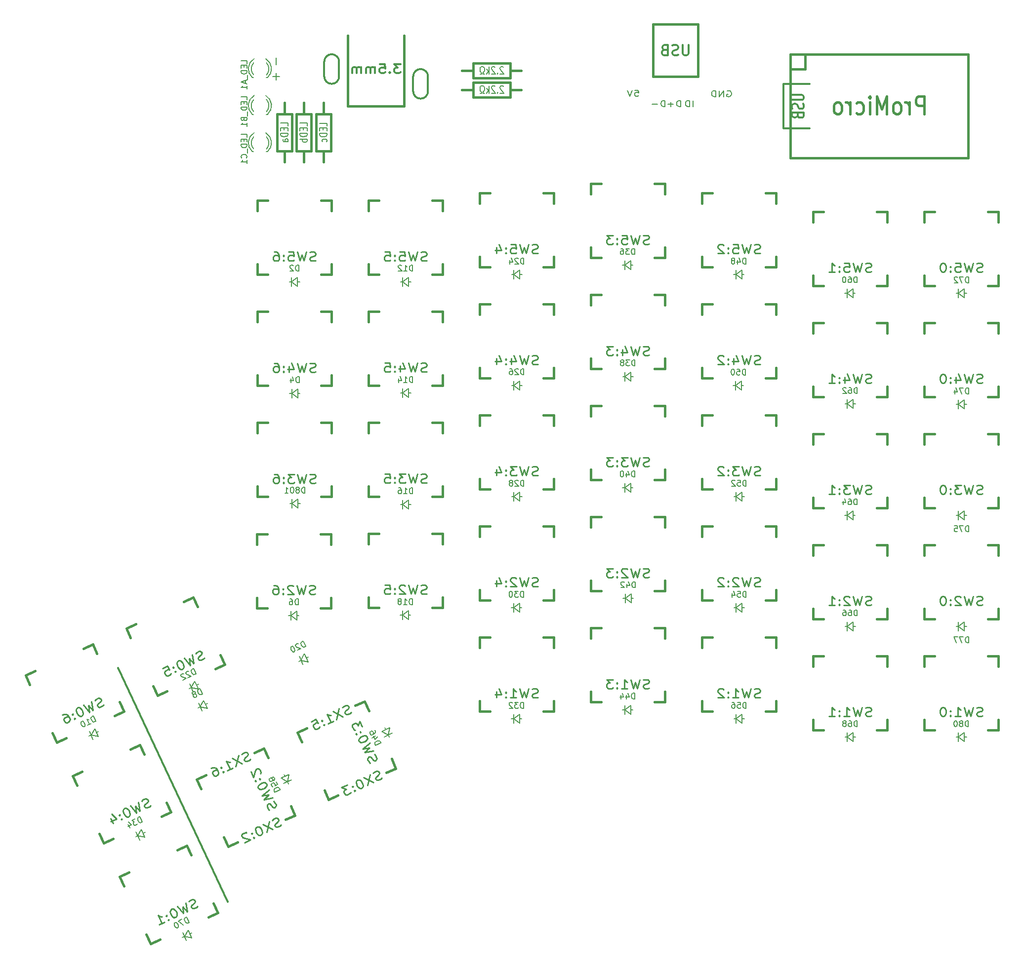
<source format=gbr>
G04 #@! TF.GenerationSoftware,KiCad,Pcbnew,(5.0.1)-rc2*
G04 #@! TF.CreationDate,2018-10-24T13:34:51+02:00*
G04 #@! TF.ProjectId,ErgoDone,4572676F446F6E652E6B696361645F70,rev?*
G04 #@! TF.SameCoordinates,Original*
G04 #@! TF.FileFunction,Legend,Bot*
G04 #@! TF.FilePolarity,Positive*
%FSLAX46Y46*%
G04 Gerber Fmt 4.6, Leading zero omitted, Abs format (unit mm)*
G04 Created by KiCad (PCBNEW (5.0.1)-rc2) date 2018-10-24 13:34:51*
%MOMM*%
%LPD*%
G01*
G04 APERTURE LIST*
%ADD10C,0.304800*%
%ADD11C,0.150000*%
%ADD12C,0.203200*%
%ADD13C,0.381000*%
%ADD14C,0.300000*%
%ADD15C,0.254000*%
%ADD16C,0.457200*%
G04 APERTURE END LIST*
D10*
X42164000Y-138938000D02*
X60960000Y-179070000D01*
D11*
X69820971Y-37497657D02*
X68659828Y-37497657D01*
X69240400Y-38078228D02*
X69240400Y-36917085D01*
X69222257Y-34268228D02*
X69222257Y-35429371D01*
D10*
X156210000Y-46355000D02*
X160655000Y-46355000D01*
X156210000Y-38735000D02*
X156210000Y-46355000D01*
X160655000Y-38735000D02*
X156210000Y-38735000D01*
X157637238Y-40621857D02*
X159282190Y-40621857D01*
X159475714Y-40694428D01*
X159572476Y-40767000D01*
X159669238Y-40912142D01*
X159669238Y-41202428D01*
X159572476Y-41347571D01*
X159475714Y-41420142D01*
X159282190Y-41492714D01*
X157637238Y-41492714D01*
X159572476Y-42145857D02*
X159669238Y-42363571D01*
X159669238Y-42726428D01*
X159572476Y-42871571D01*
X159475714Y-42944142D01*
X159282190Y-43016714D01*
X159088666Y-43016714D01*
X158895142Y-42944142D01*
X158798380Y-42871571D01*
X158701619Y-42726428D01*
X158604857Y-42436142D01*
X158508095Y-42291000D01*
X158411333Y-42218428D01*
X158217809Y-42145857D01*
X158024285Y-42145857D01*
X157830761Y-42218428D01*
X157734000Y-42291000D01*
X157637238Y-42436142D01*
X157637238Y-42799000D01*
X157734000Y-43016714D01*
X158604857Y-44177857D02*
X158701619Y-44395571D01*
X158798380Y-44468142D01*
X158991904Y-44540714D01*
X159282190Y-44540714D01*
X159475714Y-44468142D01*
X159572476Y-44395571D01*
X159669238Y-44250428D01*
X159669238Y-43669857D01*
X157637238Y-43669857D01*
X157637238Y-44177857D01*
X157734000Y-44323000D01*
X157830761Y-44395571D01*
X158024285Y-44468142D01*
X158217809Y-44468142D01*
X158411333Y-44395571D01*
X158508095Y-44323000D01*
X158604857Y-44177857D01*
X158604857Y-43669857D01*
D12*
X140700000Y-42624619D02*
X140700000Y-41608619D01*
X140095238Y-42624619D02*
X140095238Y-41608619D01*
X139792857Y-41608619D01*
X139611428Y-41657000D01*
X139490476Y-41753761D01*
X139430000Y-41850523D01*
X139369523Y-42044047D01*
X139369523Y-42189190D01*
X139430000Y-42382714D01*
X139490476Y-42479476D01*
X139611428Y-42576238D01*
X139792857Y-42624619D01*
X140095238Y-42624619D01*
X138583809Y-42624619D02*
X138583809Y-41608619D01*
X138281428Y-41608619D01*
X138100000Y-41657000D01*
X137979047Y-41753761D01*
X137918571Y-41850523D01*
X137858095Y-42044047D01*
X137858095Y-42189190D01*
X137918571Y-42382714D01*
X137979047Y-42479476D01*
X138100000Y-42576238D01*
X138281428Y-42624619D01*
X138583809Y-42624619D01*
X137313809Y-42237571D02*
X136346190Y-42237571D01*
X136830000Y-42624619D02*
X136830000Y-41850523D01*
X146532619Y-39957000D02*
X146653571Y-39908619D01*
X146835000Y-39908619D01*
X147016428Y-39957000D01*
X147137380Y-40053761D01*
X147197857Y-40150523D01*
X147258333Y-40344047D01*
X147258333Y-40489190D01*
X147197857Y-40682714D01*
X147137380Y-40779476D01*
X147016428Y-40876238D01*
X146835000Y-40924619D01*
X146714047Y-40924619D01*
X146532619Y-40876238D01*
X146472142Y-40827857D01*
X146472142Y-40489190D01*
X146714047Y-40489190D01*
X145927857Y-40924619D02*
X145927857Y-39908619D01*
X145202142Y-40924619D01*
X145202142Y-39908619D01*
X144597380Y-40924619D02*
X144597380Y-39908619D01*
X144295000Y-39908619D01*
X144113571Y-39957000D01*
X143992619Y-40053761D01*
X143932142Y-40150523D01*
X143871666Y-40344047D01*
X143871666Y-40489190D01*
X143932142Y-40682714D01*
X143992619Y-40779476D01*
X144113571Y-40876238D01*
X144295000Y-40924619D01*
X144597380Y-40924619D01*
X130706904Y-39808619D02*
X131311666Y-39808619D01*
X131372142Y-40292428D01*
X131311666Y-40244047D01*
X131190714Y-40195666D01*
X130888333Y-40195666D01*
X130767380Y-40244047D01*
X130706904Y-40292428D01*
X130646428Y-40389190D01*
X130646428Y-40631095D01*
X130706904Y-40727857D01*
X130767380Y-40776238D01*
X130888333Y-40824619D01*
X131190714Y-40824619D01*
X131311666Y-40776238D01*
X131372142Y-40727857D01*
X130283571Y-39808619D02*
X129860238Y-40824619D01*
X129436904Y-39808619D01*
X135883809Y-42624619D02*
X135883809Y-41608619D01*
X135581428Y-41608619D01*
X135400000Y-41657000D01*
X135279047Y-41753761D01*
X135218571Y-41850523D01*
X135158095Y-42044047D01*
X135158095Y-42189190D01*
X135218571Y-42382714D01*
X135279047Y-42479476D01*
X135400000Y-42576238D01*
X135581428Y-42624619D01*
X135883809Y-42624619D01*
X134613809Y-42237571D02*
X133646190Y-42237571D01*
D13*
G04 #@! TO.C,SW2:13*
X180340000Y-119580660D02*
X180340000Y-117802660D01*
X180340000Y-130502660D02*
X180340000Y-128724660D01*
X182118000Y-130502660D02*
X180340000Y-130502660D01*
X193040000Y-130502660D02*
X191262000Y-130502660D01*
X193040000Y-128724660D02*
X193040000Y-130502660D01*
X193040000Y-117802660D02*
X193040000Y-119580660D01*
X191262000Y-117802660D02*
X193040000Y-117802660D01*
X180340000Y-117802660D02*
X182118000Y-117802660D01*
G04 #@! TO.C,SW3:13*
X180340000Y-100530660D02*
X180340000Y-98752660D01*
X180340000Y-111452660D02*
X180340000Y-109674660D01*
X182118000Y-111452660D02*
X180340000Y-111452660D01*
X193040000Y-111452660D02*
X191262000Y-111452660D01*
X193040000Y-109674660D02*
X193040000Y-111452660D01*
X193040000Y-98752660D02*
X193040000Y-100530660D01*
X191262000Y-98752660D02*
X193040000Y-98752660D01*
X180340000Y-98752660D02*
X182118000Y-98752660D01*
G04 #@! TO.C,SW4:13*
X180340000Y-81480660D02*
X180340000Y-79702660D01*
X180340000Y-92402660D02*
X180340000Y-90624660D01*
X182118000Y-92402660D02*
X180340000Y-92402660D01*
X193040000Y-92402660D02*
X191262000Y-92402660D01*
X193040000Y-90624660D02*
X193040000Y-92402660D01*
X193040000Y-79702660D02*
X193040000Y-81480660D01*
X191262000Y-79702660D02*
X193040000Y-79702660D01*
X180340000Y-79702660D02*
X182118000Y-79702660D01*
G04 #@! TO.C,SW5:13*
X180340000Y-62433200D02*
X180340000Y-60655200D01*
X180340000Y-73355200D02*
X180340000Y-71577200D01*
X182118000Y-73355200D02*
X180340000Y-73355200D01*
X193040000Y-73355200D02*
X191262000Y-73355200D01*
X193040000Y-71577200D02*
X193040000Y-73355200D01*
X193040000Y-60655200D02*
X193040000Y-62433200D01*
X191262000Y-60655200D02*
X193040000Y-60655200D01*
X180340000Y-60655200D02*
X182118000Y-60655200D01*
G04 #@! TO.C,SW4:7*
X66042540Y-77812900D02*
X67820540Y-77812900D01*
X76964540Y-77812900D02*
X78742540Y-77812900D01*
X78742540Y-77812900D02*
X78742540Y-79590900D01*
X78742540Y-88734900D02*
X78742540Y-90512900D01*
X78742540Y-90512900D02*
X76964540Y-90512900D01*
X67820540Y-90512900D02*
X66042540Y-90512900D01*
X66042540Y-90512900D02*
X66042540Y-88734900D01*
X66042540Y-79590900D02*
X66042540Y-77812900D01*
G04 #@! TO.C,SW3:7*
X66042540Y-98640900D02*
X66042540Y-96862900D01*
X66042540Y-109562900D02*
X66042540Y-107784900D01*
X67820540Y-109562900D02*
X66042540Y-109562900D01*
X78742540Y-109562900D02*
X76964540Y-109562900D01*
X78742540Y-107784900D02*
X78742540Y-109562900D01*
X78742540Y-96862900D02*
X78742540Y-98640900D01*
X76964540Y-96862900D02*
X78742540Y-96862900D01*
X66042540Y-96862900D02*
X67820540Y-96862900D01*
G04 #@! TO.C,SW2:7*
X65956495Y-115930646D02*
X67734495Y-115930646D01*
X76878495Y-115930646D02*
X78656495Y-115930646D01*
X78656495Y-115930646D02*
X78656495Y-117708646D01*
X78656495Y-126852646D02*
X78656495Y-128630646D01*
X78656495Y-128630646D02*
X76878495Y-128630646D01*
X67734495Y-128630646D02*
X65956495Y-128630646D01*
X65956495Y-128630646D02*
X65956495Y-126852646D01*
X65956495Y-117708646D02*
X65956495Y-115930646D01*
G04 #@! TO.C,SW2:8*
X85090000Y-115897660D02*
X86868000Y-115897660D01*
X96012000Y-115897660D02*
X97790000Y-115897660D01*
X97790000Y-115897660D02*
X97790000Y-117675660D01*
X97790000Y-126819660D02*
X97790000Y-128597660D01*
X97790000Y-128597660D02*
X96012000Y-128597660D01*
X86868000Y-128597660D02*
X85090000Y-128597660D01*
X85090000Y-128597660D02*
X85090000Y-126819660D01*
X85090000Y-117675660D02*
X85090000Y-115897660D01*
G04 #@! TO.C,SW0:8*
X43524640Y-132148012D02*
X45136055Y-131396596D01*
X53423333Y-127532175D02*
X55034748Y-126780760D01*
X55034748Y-126780760D02*
X55786164Y-128392175D01*
X59650585Y-136679453D02*
X60402000Y-138290868D01*
X60402000Y-138290868D02*
X58790585Y-139042284D01*
X50503307Y-142906705D02*
X48891892Y-143658120D01*
X48891892Y-143658120D02*
X48140476Y-142046705D01*
X44276055Y-133759427D02*
X43524640Y-132148012D01*
G04 #@! TO.C,J1*
X133791960Y-28481020D02*
X133791960Y-37480240D01*
X133791960Y-37480240D02*
X141493240Y-37480240D01*
X141493240Y-37480240D02*
X141493240Y-28481020D01*
X141493240Y-28481020D02*
X133791960Y-28481020D01*
G04 #@! TO.C,J2*
X91109800Y-30480000D02*
X91109800Y-42545000D01*
X91109800Y-42545000D02*
X81508600Y-42545000D01*
X81508600Y-42545000D02*
X81508600Y-30480000D01*
D14*
G04 #@! TO.C,J3*
X95250000Y-40005000D02*
X95250000Y-37465000D01*
X92710000Y-37465000D02*
G75*
G02X93980000Y-36195000I1270000J0D01*
G01*
X93980000Y-36195000D02*
G75*
G02X95250000Y-37465000I0J-1270000D01*
G01*
X93980000Y-41275000D02*
G75*
G02X92710000Y-40005000I0J1270000D01*
G01*
X95250000Y-40005000D02*
G75*
G02X93980000Y-41275000I-1270000J0D01*
G01*
X92710000Y-40005000D02*
X92710000Y-37465000D01*
G04 #@! TO.C,J4*
X80010000Y-37465000D02*
X80010000Y-34925000D01*
X77470000Y-37465000D02*
X77470000Y-34925000D01*
X80010000Y-34925000D02*
G75*
G03X78740000Y-33655000I-1270000J0D01*
G01*
X78740000Y-33655000D02*
G75*
G03X77470000Y-34925000I0J-1270000D01*
G01*
X78740000Y-38735000D02*
G75*
G03X80010000Y-37465000I0J1270000D01*
G01*
X77470000Y-37465000D02*
G75*
G03X78740000Y-38735000I1270000J0D01*
G01*
D11*
G04 #@! TO.C,LED_A1*
X65151000Y-37664000D02*
X65351000Y-37664000D01*
X67745000Y-37664000D02*
X67565000Y-37664000D01*
X67434643Y-34436256D02*
G75*
G02X67751000Y-37664000I-1003643J-1727744D01*
G01*
X67564068Y-35111994D02*
G75*
G02X67565000Y-37215000I-1133068J-1052006D01*
G01*
X65124274Y-37651220D02*
G75*
G02X65471000Y-34414000I1306726J1497220D01*
G01*
X65351747Y-37177889D02*
G75*
G02X65371000Y-35130000I1079253J1013889D01*
G01*
G04 #@! TO.C,LED_B1*
X65151000Y-43964000D02*
X65351000Y-43964000D01*
X67745000Y-43964000D02*
X67565000Y-43964000D01*
X67434643Y-40736256D02*
G75*
G02X67751000Y-43964000I-1003643J-1727744D01*
G01*
X67564068Y-41411994D02*
G75*
G02X67565000Y-43515000I-1133068J-1052006D01*
G01*
X65124274Y-43951220D02*
G75*
G02X65471000Y-40714000I1306726J1497220D01*
G01*
X65351747Y-43477889D02*
G75*
G02X65371000Y-41430000I1079253J1013889D01*
G01*
G04 #@! TO.C,LED_C1*
X65151000Y-50364000D02*
X65351000Y-50364000D01*
X67745000Y-50364000D02*
X67565000Y-50364000D01*
X67434643Y-47136256D02*
G75*
G02X67751000Y-50364000I-1003643J-1727744D01*
G01*
X67564068Y-47811994D02*
G75*
G02X67565000Y-49915000I-1133068J-1052006D01*
G01*
X65124274Y-50351220D02*
G75*
G02X65471000Y-47114000I1306726J1497220D01*
G01*
X65351747Y-49877889D02*
G75*
G02X65371000Y-47830000I1079253J1013889D01*
G01*
D13*
G04 #@! TO.C,R1*
X102990000Y-37735000D02*
X109340000Y-37735000D01*
X109340000Y-37735000D02*
X109340000Y-35195000D01*
X109340000Y-35195000D02*
X102990000Y-35195000D01*
X102990000Y-35195000D02*
X102990000Y-37735000D01*
X111245000Y-36465000D02*
X109340000Y-36465000D01*
X101085000Y-36465000D02*
X102990000Y-36465000D01*
G04 #@! TO.C,R2*
X102997000Y-41021000D02*
X109347000Y-41021000D01*
X109347000Y-41021000D02*
X109347000Y-38481000D01*
X109347000Y-38481000D02*
X102997000Y-38481000D01*
X102997000Y-38481000D02*
X102997000Y-41021000D01*
X111252000Y-39751000D02*
X109347000Y-39751000D01*
X101092000Y-39751000D02*
X102997000Y-39751000D01*
G04 #@! TO.C,RA1*
X69395000Y-43890000D02*
X69395000Y-50240000D01*
X69395000Y-50240000D02*
X71935000Y-50240000D01*
X71935000Y-50240000D02*
X71935000Y-43890000D01*
X71935000Y-43890000D02*
X69395000Y-43890000D01*
X70665000Y-52145000D02*
X70665000Y-50240000D01*
X70665000Y-41985000D02*
X70665000Y-43890000D01*
G04 #@! TO.C,RB1*
X72695000Y-43890000D02*
X72695000Y-50240000D01*
X72695000Y-50240000D02*
X75235000Y-50240000D01*
X75235000Y-50240000D02*
X75235000Y-43890000D01*
X75235000Y-43890000D02*
X72695000Y-43890000D01*
X73965000Y-52145000D02*
X73965000Y-50240000D01*
X73965000Y-41985000D02*
X73965000Y-43890000D01*
G04 #@! TO.C,RC1*
X76095000Y-43890000D02*
X76095000Y-50240000D01*
X76095000Y-50240000D02*
X78635000Y-50240000D01*
X78635000Y-50240000D02*
X78635000Y-43890000D01*
X78635000Y-43890000D02*
X76095000Y-43890000D01*
X77365000Y-52145000D02*
X77365000Y-50240000D01*
X77365000Y-41985000D02*
X77365000Y-43890000D01*
G04 #@! TO.C,SW0:7*
X26260260Y-140197272D02*
X27871675Y-139445856D01*
X36158953Y-135581435D02*
X37770368Y-134830020D01*
X37770368Y-134830020D02*
X38521784Y-136441435D01*
X42386205Y-144728713D02*
X43137620Y-146340128D01*
X43137620Y-146340128D02*
X41526205Y-147091544D01*
X33238927Y-150955965D02*
X31627512Y-151707380D01*
X31627512Y-151707380D02*
X30876096Y-150095965D01*
X27011675Y-141808687D02*
X26260260Y-140197272D01*
G04 #@! TO.C,SW0:9*
X34309520Y-157461652D02*
X35920935Y-156710236D01*
X44208213Y-152845815D02*
X45819628Y-152094400D01*
X45819628Y-152094400D02*
X46571044Y-153705815D01*
X50435465Y-161993093D02*
X51186880Y-163604508D01*
X51186880Y-163604508D02*
X49575465Y-164355924D01*
X41288187Y-168220345D02*
X39676772Y-168971760D01*
X39676772Y-168971760D02*
X38925356Y-167360345D01*
X35060935Y-159073067D02*
X34309520Y-157461652D01*
G04 #@! TO.C,SW0:10*
X78231432Y-161504160D02*
X77480016Y-159892745D01*
X73615595Y-151605467D02*
X72864180Y-149994052D01*
X72864180Y-149994052D02*
X74475595Y-149242636D01*
X82762873Y-145378215D02*
X84374288Y-144626800D01*
X84374288Y-144626800D02*
X85125704Y-146238215D01*
X88990125Y-154525493D02*
X89741540Y-156136908D01*
X89741540Y-156136908D02*
X88130125Y-156888324D01*
X79842847Y-160752745D02*
X78231432Y-161504160D01*
G04 #@! TO.C,SW0:11*
X60967052Y-169555960D02*
X60215636Y-167944545D01*
X56351215Y-159657267D02*
X55599800Y-158045852D01*
X55599800Y-158045852D02*
X57211215Y-157294436D01*
X65498493Y-153430015D02*
X67109908Y-152678600D01*
X67109908Y-152678600D02*
X67861324Y-154290015D01*
X71725745Y-162577293D02*
X72477160Y-164188708D01*
X72477160Y-164188708D02*
X70865745Y-164940124D01*
X62578467Y-168804545D02*
X60967052Y-169555960D01*
G04 #@! TO.C,SW0:12*
X42361320Y-174728572D02*
X43972735Y-173977156D01*
X52260013Y-170112735D02*
X53871428Y-169361320D01*
X53871428Y-169361320D02*
X54622844Y-170972735D01*
X58487265Y-179260013D02*
X59238680Y-180871428D01*
X59238680Y-180871428D02*
X57627265Y-181622844D01*
X49339987Y-185487265D02*
X47728572Y-186238680D01*
X47728572Y-186238680D02*
X46977156Y-184627265D01*
X43112735Y-176339987D02*
X42361320Y-174728572D01*
G04 #@! TO.C,SW1:9*
X104140000Y-133677660D02*
X105918000Y-133677660D01*
X115062000Y-133677660D02*
X116840000Y-133677660D01*
X116840000Y-133677660D02*
X116840000Y-135455660D01*
X116840000Y-144599660D02*
X116840000Y-146377660D01*
X116840000Y-146377660D02*
X115062000Y-146377660D01*
X105918000Y-146377660D02*
X104140000Y-146377660D01*
X104140000Y-146377660D02*
X104140000Y-144599660D01*
X104140000Y-135455660D02*
X104140000Y-133677660D01*
G04 #@! TO.C,SW1:10*
X123190000Y-132080000D02*
X124968000Y-132080000D01*
X134112000Y-132080000D02*
X135890000Y-132080000D01*
X135890000Y-132080000D02*
X135890000Y-133858000D01*
X135890000Y-143002000D02*
X135890000Y-144780000D01*
X135890000Y-144780000D02*
X134112000Y-144780000D01*
X124968000Y-144780000D02*
X123190000Y-144780000D01*
X123190000Y-144780000D02*
X123190000Y-143002000D01*
X123190000Y-133858000D02*
X123190000Y-132080000D01*
G04 #@! TO.C,SW1:11*
X142240000Y-133677660D02*
X144018000Y-133677660D01*
X153162000Y-133677660D02*
X154940000Y-133677660D01*
X154940000Y-133677660D02*
X154940000Y-135455660D01*
X154940000Y-144599660D02*
X154940000Y-146377660D01*
X154940000Y-146377660D02*
X153162000Y-146377660D01*
X144018000Y-146377660D02*
X142240000Y-146377660D01*
X142240000Y-146377660D02*
X142240000Y-144599660D01*
X142240000Y-135455660D02*
X142240000Y-133677660D01*
G04 #@! TO.C,SW1:12*
X161290000Y-136852660D02*
X163068000Y-136852660D01*
X172212000Y-136852660D02*
X173990000Y-136852660D01*
X173990000Y-136852660D02*
X173990000Y-138630660D01*
X173990000Y-147774660D02*
X173990000Y-149552660D01*
X173990000Y-149552660D02*
X172212000Y-149552660D01*
X163068000Y-149552660D02*
X161290000Y-149552660D01*
X161290000Y-149552660D02*
X161290000Y-147774660D01*
X161290000Y-138630660D02*
X161290000Y-136852660D01*
G04 #@! TO.C,SW1:13*
X180340000Y-136852660D02*
X182118000Y-136852660D01*
X191262000Y-136852660D02*
X193040000Y-136852660D01*
X193040000Y-136852660D02*
X193040000Y-138630660D01*
X193040000Y-147774660D02*
X193040000Y-149552660D01*
X193040000Y-149552660D02*
X191262000Y-149552660D01*
X182118000Y-149552660D02*
X180340000Y-149552660D01*
X180340000Y-149552660D02*
X180340000Y-147774660D01*
X180340000Y-138630660D02*
X180340000Y-136852660D01*
G04 #@! TO.C,SW2:9*
X104140000Y-114627660D02*
X105918000Y-114627660D01*
X115062000Y-114627660D02*
X116840000Y-114627660D01*
X116840000Y-114627660D02*
X116840000Y-116405660D01*
X116840000Y-125549660D02*
X116840000Y-127327660D01*
X116840000Y-127327660D02*
X115062000Y-127327660D01*
X105918000Y-127327660D02*
X104140000Y-127327660D01*
X104140000Y-127327660D02*
X104140000Y-125549660D01*
X104140000Y-116405660D02*
X104140000Y-114627660D01*
G04 #@! TO.C,SW2:10*
X123190000Y-113030000D02*
X124968000Y-113030000D01*
X134112000Y-113030000D02*
X135890000Y-113030000D01*
X135890000Y-113030000D02*
X135890000Y-114808000D01*
X135890000Y-123952000D02*
X135890000Y-125730000D01*
X135890000Y-125730000D02*
X134112000Y-125730000D01*
X124968000Y-125730000D02*
X123190000Y-125730000D01*
X123190000Y-125730000D02*
X123190000Y-123952000D01*
X123190000Y-114808000D02*
X123190000Y-113030000D01*
G04 #@! TO.C,SW2:11*
X142240000Y-114627660D02*
X144018000Y-114627660D01*
X153162000Y-114627660D02*
X154940000Y-114627660D01*
X154940000Y-114627660D02*
X154940000Y-116405660D01*
X154940000Y-125549660D02*
X154940000Y-127327660D01*
X154940000Y-127327660D02*
X153162000Y-127327660D01*
X144018000Y-127327660D02*
X142240000Y-127327660D01*
X142240000Y-127327660D02*
X142240000Y-125549660D01*
X142240000Y-116405660D02*
X142240000Y-114627660D01*
G04 #@! TO.C,SW2:12*
X161290000Y-117802660D02*
X163068000Y-117802660D01*
X172212000Y-117802660D02*
X173990000Y-117802660D01*
X173990000Y-117802660D02*
X173990000Y-119580660D01*
X173990000Y-128724660D02*
X173990000Y-130502660D01*
X173990000Y-130502660D02*
X172212000Y-130502660D01*
X163068000Y-130502660D02*
X161290000Y-130502660D01*
X161290000Y-130502660D02*
X161290000Y-128724660D01*
X161290000Y-119580660D02*
X161290000Y-117802660D01*
G04 #@! TO.C,SW3:8*
X85090000Y-96847660D02*
X86868000Y-96847660D01*
X96012000Y-96847660D02*
X97790000Y-96847660D01*
X97790000Y-96847660D02*
X97790000Y-98625660D01*
X97790000Y-107769660D02*
X97790000Y-109547660D01*
X97790000Y-109547660D02*
X96012000Y-109547660D01*
X86868000Y-109547660D02*
X85090000Y-109547660D01*
X85090000Y-109547660D02*
X85090000Y-107769660D01*
X85090000Y-98625660D02*
X85090000Y-96847660D01*
G04 #@! TO.C,SW3:9*
X104140000Y-95577660D02*
X105918000Y-95577660D01*
X115062000Y-95577660D02*
X116840000Y-95577660D01*
X116840000Y-95577660D02*
X116840000Y-97355660D01*
X116840000Y-106499660D02*
X116840000Y-108277660D01*
X116840000Y-108277660D02*
X115062000Y-108277660D01*
X105918000Y-108277660D02*
X104140000Y-108277660D01*
X104140000Y-108277660D02*
X104140000Y-106499660D01*
X104140000Y-97355660D02*
X104140000Y-95577660D01*
G04 #@! TO.C,SW3:10*
X123190000Y-93980000D02*
X124968000Y-93980000D01*
X134112000Y-93980000D02*
X135890000Y-93980000D01*
X135890000Y-93980000D02*
X135890000Y-95758000D01*
X135890000Y-104902000D02*
X135890000Y-106680000D01*
X135890000Y-106680000D02*
X134112000Y-106680000D01*
X124968000Y-106680000D02*
X123190000Y-106680000D01*
X123190000Y-106680000D02*
X123190000Y-104902000D01*
X123190000Y-95758000D02*
X123190000Y-93980000D01*
G04 #@! TO.C,SW3:11*
X142240000Y-95577660D02*
X144018000Y-95577660D01*
X153162000Y-95577660D02*
X154940000Y-95577660D01*
X154940000Y-95577660D02*
X154940000Y-97355660D01*
X154940000Y-106499660D02*
X154940000Y-108277660D01*
X154940000Y-108277660D02*
X153162000Y-108277660D01*
X144018000Y-108277660D02*
X142240000Y-108277660D01*
X142240000Y-108277660D02*
X142240000Y-106499660D01*
X142240000Y-97355660D02*
X142240000Y-95577660D01*
G04 #@! TO.C,SW3:12*
X161290000Y-98752660D02*
X163068000Y-98752660D01*
X172212000Y-98752660D02*
X173990000Y-98752660D01*
X173990000Y-98752660D02*
X173990000Y-100530660D01*
X173990000Y-109674660D02*
X173990000Y-111452660D01*
X173990000Y-111452660D02*
X172212000Y-111452660D01*
X163068000Y-111452660D02*
X161290000Y-111452660D01*
X161290000Y-111452660D02*
X161290000Y-109674660D01*
X161290000Y-100530660D02*
X161290000Y-98752660D01*
G04 #@! TO.C,SW4:8*
X85090000Y-77797660D02*
X86868000Y-77797660D01*
X96012000Y-77797660D02*
X97790000Y-77797660D01*
X97790000Y-77797660D02*
X97790000Y-79575660D01*
X97790000Y-88719660D02*
X97790000Y-90497660D01*
X97790000Y-90497660D02*
X96012000Y-90497660D01*
X86868000Y-90497660D02*
X85090000Y-90497660D01*
X85090000Y-90497660D02*
X85090000Y-88719660D01*
X85090000Y-79575660D02*
X85090000Y-77797660D01*
G04 #@! TO.C,SW4:9*
X104140000Y-76527660D02*
X105918000Y-76527660D01*
X115062000Y-76527660D02*
X116840000Y-76527660D01*
X116840000Y-76527660D02*
X116840000Y-78305660D01*
X116840000Y-87449660D02*
X116840000Y-89227660D01*
X116840000Y-89227660D02*
X115062000Y-89227660D01*
X105918000Y-89227660D02*
X104140000Y-89227660D01*
X104140000Y-89227660D02*
X104140000Y-87449660D01*
X104140000Y-78305660D02*
X104140000Y-76527660D01*
G04 #@! TO.C,SW4:10*
X123190000Y-74930000D02*
X124968000Y-74930000D01*
X134112000Y-74930000D02*
X135890000Y-74930000D01*
X135890000Y-74930000D02*
X135890000Y-76708000D01*
X135890000Y-85852000D02*
X135890000Y-87630000D01*
X135890000Y-87630000D02*
X134112000Y-87630000D01*
X124968000Y-87630000D02*
X123190000Y-87630000D01*
X123190000Y-87630000D02*
X123190000Y-85852000D01*
X123190000Y-76708000D02*
X123190000Y-74930000D01*
G04 #@! TO.C,SW4:11*
X142240000Y-76527660D02*
X144018000Y-76527660D01*
X153162000Y-76527660D02*
X154940000Y-76527660D01*
X154940000Y-76527660D02*
X154940000Y-78305660D01*
X154940000Y-87449660D02*
X154940000Y-89227660D01*
X154940000Y-89227660D02*
X153162000Y-89227660D01*
X144018000Y-89227660D02*
X142240000Y-89227660D01*
X142240000Y-89227660D02*
X142240000Y-87449660D01*
X142240000Y-78305660D02*
X142240000Y-76527660D01*
G04 #@! TO.C,SW4:12*
X161290000Y-79702660D02*
X163068000Y-79702660D01*
X172212000Y-79702660D02*
X173990000Y-79702660D01*
X173990000Y-79702660D02*
X173990000Y-81480660D01*
X173990000Y-90624660D02*
X173990000Y-92402660D01*
X173990000Y-92402660D02*
X172212000Y-92402660D01*
X163068000Y-92402660D02*
X161290000Y-92402660D01*
X161290000Y-92402660D02*
X161290000Y-90624660D01*
X161290000Y-81480660D02*
X161290000Y-79702660D01*
G04 #@! TO.C,SW5:7*
X66040000Y-58750200D02*
X67818000Y-58750200D01*
X76962000Y-58750200D02*
X78740000Y-58750200D01*
X78740000Y-58750200D02*
X78740000Y-60528200D01*
X78740000Y-69672200D02*
X78740000Y-71450200D01*
X78740000Y-71450200D02*
X76962000Y-71450200D01*
X67818000Y-71450200D02*
X66040000Y-71450200D01*
X66040000Y-71450200D02*
X66040000Y-69672200D01*
X66040000Y-60528200D02*
X66040000Y-58750200D01*
G04 #@! TO.C,SW5:8*
X85090000Y-58750200D02*
X86868000Y-58750200D01*
X96012000Y-58750200D02*
X97790000Y-58750200D01*
X97790000Y-58750200D02*
X97790000Y-60528200D01*
X97790000Y-69672200D02*
X97790000Y-71450200D01*
X97790000Y-71450200D02*
X96012000Y-71450200D01*
X86868000Y-71450200D02*
X85090000Y-71450200D01*
X85090000Y-71450200D02*
X85090000Y-69672200D01*
X85090000Y-60528200D02*
X85090000Y-58750200D01*
G04 #@! TO.C,SW5:9*
X104140000Y-57477660D02*
X105918000Y-57477660D01*
X115062000Y-57477660D02*
X116840000Y-57477660D01*
X116840000Y-57477660D02*
X116840000Y-59255660D01*
X116840000Y-68399660D02*
X116840000Y-70177660D01*
X116840000Y-70177660D02*
X115062000Y-70177660D01*
X105918000Y-70177660D02*
X104140000Y-70177660D01*
X104140000Y-70177660D02*
X104140000Y-68399660D01*
X104140000Y-59255660D02*
X104140000Y-57477660D01*
G04 #@! TO.C,SW5:10*
X123190000Y-55880000D02*
X124968000Y-55880000D01*
X134112000Y-55880000D02*
X135890000Y-55880000D01*
X135890000Y-55880000D02*
X135890000Y-57658000D01*
X135890000Y-66802000D02*
X135890000Y-68580000D01*
X135890000Y-68580000D02*
X134112000Y-68580000D01*
X124968000Y-68580000D02*
X123190000Y-68580000D01*
X123190000Y-68580000D02*
X123190000Y-66802000D01*
X123190000Y-57658000D02*
X123190000Y-55880000D01*
G04 #@! TO.C,SW5:11*
X142240000Y-57477660D02*
X144018000Y-57477660D01*
X153162000Y-57477660D02*
X154940000Y-57477660D01*
X154940000Y-57477660D02*
X154940000Y-59255660D01*
X154940000Y-68399660D02*
X154940000Y-70177660D01*
X154940000Y-70177660D02*
X153162000Y-70177660D01*
X144018000Y-70177660D02*
X142240000Y-70177660D01*
X142240000Y-70177660D02*
X142240000Y-68399660D01*
X142240000Y-59255660D02*
X142240000Y-57477660D01*
G04 #@! TO.C,SW5:12*
X161290000Y-60655200D02*
X163068000Y-60655200D01*
X172212000Y-60655200D02*
X173990000Y-60655200D01*
X173990000Y-60655200D02*
X173990000Y-62433200D01*
X173990000Y-71577200D02*
X173990000Y-73355200D01*
X173990000Y-73355200D02*
X172212000Y-73355200D01*
X163068000Y-73355200D02*
X161290000Y-73355200D01*
X161290000Y-73355200D02*
X161290000Y-71577200D01*
X161290000Y-62433200D02*
X161290000Y-60655200D01*
G04 #@! TO.C,U1*
X157353000Y-51435000D02*
X157353000Y-33655000D01*
X157353000Y-33655000D02*
X187833000Y-33655000D01*
X187833000Y-33655000D02*
X187833000Y-51435000D01*
X187833000Y-51435000D02*
X157353000Y-51435000D01*
X157353000Y-36195000D02*
X159893000Y-36195000D01*
X159893000Y-36195000D02*
X159893000Y-33655000D01*
D11*
G04 #@! TO.C,D2*
X73253600Y-72669400D02*
X72872600Y-72669400D01*
X71475600Y-72669400D02*
X71856600Y-72669400D01*
X71856600Y-72669400D02*
X72872600Y-71907400D01*
X71856600Y-72669400D02*
X72872600Y-73431400D01*
X72872600Y-71907400D02*
X72872600Y-73431400D01*
X71856600Y-73431400D02*
X71856600Y-71907400D01*
G04 #@! TO.C,D4*
X73317100Y-91808300D02*
X72936100Y-91808300D01*
X71539100Y-91808300D02*
X71920100Y-91808300D01*
X71920100Y-91808300D02*
X72936100Y-91046300D01*
X71920100Y-91808300D02*
X72936100Y-92570300D01*
X72936100Y-91046300D02*
X72936100Y-92570300D01*
X71920100Y-92570300D02*
X71920100Y-91046300D01*
G04 #@! TO.C,D6*
X73154855Y-129926046D02*
X72773855Y-129926046D01*
X71376855Y-129926046D02*
X71757855Y-129926046D01*
X71757855Y-129926046D02*
X72773855Y-129164046D01*
X71757855Y-129926046D02*
X72773855Y-130688046D01*
X72773855Y-129164046D02*
X72773855Y-130688046D01*
X71757855Y-130688046D02*
X71757855Y-129164046D01*
G04 #@! TO.C,D8*
X57473108Y-144988492D02*
X57127804Y-145149510D01*
X55861692Y-145739908D02*
X56206996Y-145578890D01*
X56206996Y-145578890D02*
X56805769Y-144458903D01*
X56206996Y-145578890D02*
X57449839Y-145840116D01*
X56805769Y-144458903D02*
X57449839Y-145840116D01*
X56529031Y-146269497D02*
X55884961Y-144888284D01*
G04 #@! TO.C,D10*
X38778708Y-149865292D02*
X38433404Y-150026310D01*
X37167292Y-150616708D02*
X37512596Y-150455690D01*
X37512596Y-150455690D02*
X38111369Y-149335703D01*
X37512596Y-150455690D02*
X38755439Y-150716916D01*
X38111369Y-149335703D02*
X38755439Y-150716916D01*
X37834631Y-151146297D02*
X37190561Y-149765084D01*
G04 #@! TO.C,D12*
X92303600Y-72669400D02*
X91922600Y-72669400D01*
X90525600Y-72669400D02*
X90906600Y-72669400D01*
X90906600Y-72669400D02*
X91922600Y-71907400D01*
X90906600Y-72669400D02*
X91922600Y-73431400D01*
X91922600Y-71907400D02*
X91922600Y-73431400D01*
X90906600Y-73431400D02*
X90906600Y-71907400D01*
G04 #@! TO.C,D14*
X92303600Y-91770200D02*
X91922600Y-91770200D01*
X90525600Y-91770200D02*
X90906600Y-91770200D01*
X90906600Y-91770200D02*
X91922600Y-91008200D01*
X90906600Y-91770200D02*
X91922600Y-92532200D01*
X91922600Y-91008200D02*
X91922600Y-92532200D01*
X90906600Y-92532200D02*
X90906600Y-91008200D01*
G04 #@! TO.C,D16*
X92303600Y-110871000D02*
X91922600Y-110871000D01*
X90525600Y-110871000D02*
X90906600Y-110871000D01*
X90906600Y-110871000D02*
X91922600Y-110109000D01*
X90906600Y-110871000D02*
X91922600Y-111633000D01*
X91922600Y-110109000D02*
X91922600Y-111633000D01*
X90906600Y-111633000D02*
X90906600Y-110109000D01*
G04 #@! TO.C,D18*
X92252800Y-129870200D02*
X91871800Y-129870200D01*
X90474800Y-129870200D02*
X90855800Y-129870200D01*
X90855800Y-129870200D02*
X91871800Y-129108200D01*
X90855800Y-129870200D02*
X91871800Y-130632200D01*
X91871800Y-129108200D02*
X91871800Y-130632200D01*
X90855800Y-130632200D02*
X90855800Y-129108200D01*
G04 #@! TO.C,D20*
X74745108Y-137012892D02*
X74399804Y-137173910D01*
X73133692Y-137764308D02*
X73478996Y-137603290D01*
X73478996Y-137603290D02*
X74077769Y-136483303D01*
X73478996Y-137603290D02*
X74721839Y-137864516D01*
X74077769Y-136483303D02*
X74721839Y-137864516D01*
X73801031Y-138293897D02*
X73156961Y-136912684D01*
G04 #@! TO.C,D22*
X55949108Y-141737292D02*
X55603804Y-141898310D01*
X54337692Y-142488708D02*
X54682996Y-142327690D01*
X54682996Y-142327690D02*
X55281769Y-141207703D01*
X54682996Y-142327690D02*
X55925839Y-142588916D01*
X55281769Y-141207703D02*
X55925839Y-142588916D01*
X55005031Y-143018297D02*
X54360961Y-141637084D01*
G04 #@! TO.C,D24*
X111353600Y-71450200D02*
X110972600Y-71450200D01*
X109575600Y-71450200D02*
X109956600Y-71450200D01*
X109956600Y-71450200D02*
X110972600Y-70688200D01*
X109956600Y-71450200D02*
X110972600Y-72212200D01*
X110972600Y-70688200D02*
X110972600Y-72212200D01*
X109956600Y-72212200D02*
X109956600Y-70688200D01*
G04 #@! TO.C,D26*
X111353600Y-90449400D02*
X110972600Y-90449400D01*
X109575600Y-90449400D02*
X109956600Y-90449400D01*
X109956600Y-90449400D02*
X110972600Y-89687400D01*
X109956600Y-90449400D02*
X110972600Y-91211400D01*
X110972600Y-89687400D02*
X110972600Y-91211400D01*
X109956600Y-91211400D02*
X109956600Y-89687400D01*
G04 #@! TO.C,D28*
X111353600Y-109550200D02*
X110972600Y-109550200D01*
X109575600Y-109550200D02*
X109956600Y-109550200D01*
X109956600Y-109550200D02*
X110972600Y-108788200D01*
X109956600Y-109550200D02*
X110972600Y-110312200D01*
X110972600Y-108788200D02*
X110972600Y-110312200D01*
X109956600Y-110312200D02*
X109956600Y-108788200D01*
G04 #@! TO.C,D30*
X111302800Y-128600200D02*
X110921800Y-128600200D01*
X109524800Y-128600200D02*
X109905800Y-128600200D01*
X109905800Y-128600200D02*
X110921800Y-127838200D01*
X109905800Y-128600200D02*
X110921800Y-129362200D01*
X110921800Y-127838200D02*
X110921800Y-129362200D01*
X109905800Y-129362200D02*
X109905800Y-127838200D01*
G04 #@! TO.C,D32*
X111302800Y-147650200D02*
X110921800Y-147650200D01*
X109524800Y-147650200D02*
X109905800Y-147650200D01*
X109905800Y-147650200D02*
X110921800Y-146888200D01*
X109905800Y-147650200D02*
X110921800Y-148412200D01*
X110921800Y-146888200D02*
X110921800Y-148412200D01*
X109905800Y-148412200D02*
X109905800Y-146888200D01*
G04 #@! TO.C,D34*
X46754308Y-167137292D02*
X46409004Y-167298310D01*
X45142892Y-167888708D02*
X45488196Y-167727690D01*
X45488196Y-167727690D02*
X46086969Y-166607703D01*
X45488196Y-167727690D02*
X46731039Y-167988916D01*
X46086969Y-166607703D02*
X46731039Y-167988916D01*
X45810231Y-168418297D02*
X45166161Y-167037084D01*
G04 #@! TO.C,D36*
X130352800Y-69824600D02*
X129971800Y-69824600D01*
X128574800Y-69824600D02*
X128955800Y-69824600D01*
X128955800Y-69824600D02*
X129971800Y-69062600D01*
X128955800Y-69824600D02*
X129971800Y-70586600D01*
X129971800Y-69062600D02*
X129971800Y-70586600D01*
X128955800Y-70586600D02*
X128955800Y-69062600D01*
G04 #@! TO.C,D38*
X130403600Y-88925400D02*
X130022600Y-88925400D01*
X128625600Y-88925400D02*
X129006600Y-88925400D01*
X129006600Y-88925400D02*
X130022600Y-88163400D01*
X129006600Y-88925400D02*
X130022600Y-89687400D01*
X130022600Y-88163400D02*
X130022600Y-89687400D01*
X129006600Y-89687400D02*
X129006600Y-88163400D01*
G04 #@! TO.C,D40*
X130352800Y-107975400D02*
X129971800Y-107975400D01*
X128574800Y-107975400D02*
X128955800Y-107975400D01*
X128955800Y-107975400D02*
X129971800Y-107213400D01*
X128955800Y-107975400D02*
X129971800Y-108737400D01*
X129971800Y-107213400D02*
X129971800Y-108737400D01*
X128955800Y-108737400D02*
X128955800Y-107213400D01*
G04 #@! TO.C,D42*
X130454400Y-126974600D02*
X130073400Y-126974600D01*
X128676400Y-126974600D02*
X129057400Y-126974600D01*
X129057400Y-126974600D02*
X130073400Y-126212600D01*
X129057400Y-126974600D02*
X130073400Y-127736600D01*
X130073400Y-126212600D02*
X130073400Y-127736600D01*
X129057400Y-127736600D02*
X129057400Y-126212600D01*
G04 #@! TO.C,D44*
X130352800Y-146075400D02*
X129971800Y-146075400D01*
X128574800Y-146075400D02*
X128955800Y-146075400D01*
X128955800Y-146075400D02*
X129971800Y-145313400D01*
X128955800Y-146075400D02*
X129971800Y-146837400D01*
X129971800Y-145313400D02*
X129971800Y-146837400D01*
X128955800Y-146837400D02*
X128955800Y-145313400D01*
G04 #@! TO.C,D46*
X87838492Y-149130492D02*
X87999510Y-149475796D01*
X88589908Y-150741908D02*
X88428890Y-150396604D01*
X88428890Y-150396604D02*
X87308903Y-149797831D01*
X88428890Y-150396604D02*
X88690116Y-149153761D01*
X87308903Y-149797831D02*
X88690116Y-149153761D01*
X89119497Y-150074569D02*
X87738284Y-150718639D01*
G04 #@! TO.C,D48*
X149402800Y-71450200D02*
X149021800Y-71450200D01*
X147624800Y-71450200D02*
X148005800Y-71450200D01*
X148005800Y-71450200D02*
X149021800Y-70688200D01*
X148005800Y-71450200D02*
X149021800Y-72212200D01*
X149021800Y-70688200D02*
X149021800Y-72212200D01*
X148005800Y-72212200D02*
X148005800Y-70688200D01*
G04 #@! TO.C,D50*
X149352000Y-90500200D02*
X148971000Y-90500200D01*
X147574000Y-90500200D02*
X147955000Y-90500200D01*
X147955000Y-90500200D02*
X148971000Y-89738200D01*
X147955000Y-90500200D02*
X148971000Y-91262200D01*
X148971000Y-89738200D02*
X148971000Y-91262200D01*
X147955000Y-91262200D02*
X147955000Y-89738200D01*
G04 #@! TO.C,D52*
X149453600Y-109550200D02*
X149072600Y-109550200D01*
X147675600Y-109550200D02*
X148056600Y-109550200D01*
X148056600Y-109550200D02*
X149072600Y-108788200D01*
X148056600Y-109550200D02*
X149072600Y-110312200D01*
X149072600Y-108788200D02*
X149072600Y-110312200D01*
X148056600Y-110312200D02*
X148056600Y-108788200D01*
G04 #@! TO.C,D54*
X149453600Y-128600200D02*
X149072600Y-128600200D01*
X147675600Y-128600200D02*
X148056600Y-128600200D01*
X148056600Y-128600200D02*
X149072600Y-127838200D01*
X148056600Y-128600200D02*
X149072600Y-129362200D01*
X149072600Y-127838200D02*
X149072600Y-129362200D01*
X148056600Y-129362200D02*
X148056600Y-127838200D01*
G04 #@! TO.C,D56*
X149453600Y-147650200D02*
X149072600Y-147650200D01*
X147675600Y-147650200D02*
X148056600Y-147650200D01*
X148056600Y-147650200D02*
X149072600Y-146888200D01*
X148056600Y-147650200D02*
X149072600Y-148412200D01*
X149072600Y-146888200D02*
X149072600Y-148412200D01*
X148056600Y-148412200D02*
X148056600Y-146888200D01*
G04 #@! TO.C,D58*
X70566492Y-157156892D02*
X70727510Y-157502196D01*
X71317908Y-158768308D02*
X71156890Y-158423004D01*
X71156890Y-158423004D02*
X70036903Y-157824231D01*
X71156890Y-158423004D02*
X71418116Y-157180161D01*
X70036903Y-157824231D02*
X71418116Y-157180161D01*
X71847497Y-158100969D02*
X70466284Y-158745039D01*
G04 #@! TO.C,D60*
X168452800Y-74650600D02*
X168071800Y-74650600D01*
X166674800Y-74650600D02*
X167055800Y-74650600D01*
X167055800Y-74650600D02*
X168071800Y-73888600D01*
X167055800Y-74650600D02*
X168071800Y-75412600D01*
X168071800Y-73888600D02*
X168071800Y-75412600D01*
X167055800Y-75412600D02*
X167055800Y-73888600D01*
G04 #@! TO.C,D62*
X168503600Y-93649800D02*
X168122600Y-93649800D01*
X166725600Y-93649800D02*
X167106600Y-93649800D01*
X167106600Y-93649800D02*
X168122600Y-92887800D01*
X167106600Y-93649800D02*
X168122600Y-94411800D01*
X168122600Y-92887800D02*
X168122600Y-94411800D01*
X167106600Y-94411800D02*
X167106600Y-92887800D01*
G04 #@! TO.C,D64*
X168452800Y-112750600D02*
X168071800Y-112750600D01*
X166674800Y-112750600D02*
X167055800Y-112750600D01*
X167055800Y-112750600D02*
X168071800Y-111988600D01*
X167055800Y-112750600D02*
X168071800Y-113512600D01*
X168071800Y-111988600D02*
X168071800Y-113512600D01*
X167055800Y-113512600D02*
X167055800Y-111988600D01*
G04 #@! TO.C,D66*
X168503600Y-131800600D02*
X168122600Y-131800600D01*
X166725600Y-131800600D02*
X167106600Y-131800600D01*
X167106600Y-131800600D02*
X168122600Y-131038600D01*
X167106600Y-131800600D02*
X168122600Y-132562600D01*
X168122600Y-131038600D02*
X168122600Y-132562600D01*
X167106600Y-132562600D02*
X167106600Y-131038600D01*
G04 #@! TO.C,D68*
X168503600Y-150799800D02*
X168122600Y-150799800D01*
X166725600Y-150799800D02*
X167106600Y-150799800D01*
X167106600Y-150799800D02*
X168122600Y-150037800D01*
X167106600Y-150799800D02*
X168122600Y-151561800D01*
X168122600Y-150037800D02*
X168122600Y-151561800D01*
X167106600Y-151561800D02*
X167106600Y-150037800D01*
G04 #@! TO.C,D70*
X54780708Y-184358492D02*
X54435404Y-184519510D01*
X53169292Y-185109908D02*
X53514596Y-184948890D01*
X53514596Y-184948890D02*
X54113369Y-183828903D01*
X53514596Y-184948890D02*
X54757439Y-185210116D01*
X54113369Y-183828903D02*
X54757439Y-185210116D01*
X53836631Y-185639497D02*
X53192561Y-184258284D01*
G04 #@! TO.C,D80*
X187553600Y-150799800D02*
X187172600Y-150799800D01*
X185775600Y-150799800D02*
X186156600Y-150799800D01*
X186156600Y-150799800D02*
X187172600Y-150037800D01*
X186156600Y-150799800D02*
X187172600Y-151561800D01*
X187172600Y-150037800D02*
X187172600Y-151561800D01*
X186156600Y-151561800D02*
X186156600Y-150037800D01*
G04 #@! TO.C,D72*
X187579000Y-74676000D02*
X187198000Y-74676000D01*
X185801000Y-74676000D02*
X186182000Y-74676000D01*
X186182000Y-74676000D02*
X187198000Y-73914000D01*
X186182000Y-74676000D02*
X187198000Y-75438000D01*
X187198000Y-73914000D02*
X187198000Y-75438000D01*
X186182000Y-75438000D02*
X186182000Y-73914000D01*
G04 #@! TO.C,D74*
X186182000Y-94488000D02*
X186182000Y-92964000D01*
X187198000Y-92964000D02*
X187198000Y-94488000D01*
X186182000Y-93726000D02*
X187198000Y-94488000D01*
X186182000Y-93726000D02*
X187198000Y-92964000D01*
X185801000Y-93726000D02*
X186182000Y-93726000D01*
X187579000Y-93726000D02*
X187198000Y-93726000D01*
G04 #@! TO.C,D75*
X186182000Y-113538000D02*
X186182000Y-112014000D01*
X187198000Y-113538000D02*
X187198000Y-112014000D01*
X186182000Y-112776000D02*
X187198000Y-113538000D01*
X186182000Y-112776000D02*
X187198000Y-112014000D01*
X185801000Y-112776000D02*
X186182000Y-112776000D01*
X187198000Y-112776000D02*
X187579000Y-112776000D01*
G04 #@! TO.C,D77*
X186182000Y-132588000D02*
X186182000Y-131064000D01*
X187198000Y-132588000D02*
X187198000Y-131064000D01*
X186182000Y-131826000D02*
X187198000Y-132588000D01*
X186182000Y-131826000D02*
X187198000Y-131064000D01*
X185801000Y-131826000D02*
X186182000Y-131826000D01*
X187198000Y-131826000D02*
X187579000Y-131826000D01*
G04 #@! TO.C,D801*
X71942960Y-111506000D02*
X71942960Y-109982000D01*
X72958960Y-109982000D02*
X72958960Y-111506000D01*
X71942960Y-110744000D02*
X72958960Y-111506000D01*
X71942960Y-110744000D02*
X72958960Y-109982000D01*
X71561960Y-110744000D02*
X71942960Y-110744000D01*
X73339960Y-110744000D02*
X72958960Y-110744000D01*
G04 #@! TO.C,SW2:13*
D15*
X190330666Y-128071517D02*
X190076666Y-128144088D01*
X189653333Y-128144088D01*
X189484000Y-128071517D01*
X189399333Y-127998945D01*
X189314666Y-127853802D01*
X189314666Y-127708660D01*
X189399333Y-127563517D01*
X189484000Y-127490945D01*
X189653333Y-127418374D01*
X189992000Y-127345802D01*
X190161333Y-127273231D01*
X190246000Y-127200660D01*
X190330666Y-127055517D01*
X190330666Y-126910374D01*
X190246000Y-126765231D01*
X190161333Y-126692660D01*
X189992000Y-126620088D01*
X189568666Y-126620088D01*
X189314666Y-126692660D01*
X188722000Y-126620088D02*
X188298666Y-128144088D01*
X187960000Y-127055517D01*
X187621333Y-128144088D01*
X187198000Y-126620088D01*
X186605333Y-126765231D02*
X186520666Y-126692660D01*
X186351333Y-126620088D01*
X185928000Y-126620088D01*
X185758666Y-126692660D01*
X185674000Y-126765231D01*
X185589333Y-126910374D01*
X185589333Y-127055517D01*
X185674000Y-127273231D01*
X186690000Y-128144088D01*
X185589333Y-128144088D01*
X184827333Y-127998945D02*
X184742666Y-128071517D01*
X184827333Y-128144088D01*
X184912000Y-128071517D01*
X184827333Y-127998945D01*
X184827333Y-128144088D01*
X184827333Y-127200660D02*
X184742666Y-127273231D01*
X184827333Y-127345802D01*
X184912000Y-127273231D01*
X184827333Y-127200660D01*
X184827333Y-127345802D01*
X183642000Y-126620088D02*
X183472666Y-126620088D01*
X183303333Y-126692660D01*
X183218666Y-126765231D01*
X183134000Y-126910374D01*
X183049333Y-127200660D01*
X183049333Y-127563517D01*
X183134000Y-127853802D01*
X183218666Y-127998945D01*
X183303333Y-128071517D01*
X183472666Y-128144088D01*
X183642000Y-128144088D01*
X183811333Y-128071517D01*
X183896000Y-127998945D01*
X183980666Y-127853802D01*
X184065333Y-127563517D01*
X184065333Y-127200660D01*
X183980666Y-126910374D01*
X183896000Y-126765231D01*
X183811333Y-126692660D01*
X183642000Y-126620088D01*
G04 #@! TO.C,SW3:13*
X190330666Y-109021517D02*
X190076666Y-109094088D01*
X189653333Y-109094088D01*
X189484000Y-109021517D01*
X189399333Y-108948945D01*
X189314666Y-108803802D01*
X189314666Y-108658660D01*
X189399333Y-108513517D01*
X189484000Y-108440945D01*
X189653333Y-108368374D01*
X189992000Y-108295802D01*
X190161333Y-108223231D01*
X190246000Y-108150660D01*
X190330666Y-108005517D01*
X190330666Y-107860374D01*
X190246000Y-107715231D01*
X190161333Y-107642660D01*
X189992000Y-107570088D01*
X189568666Y-107570088D01*
X189314666Y-107642660D01*
X188722000Y-107570088D02*
X188298666Y-109094088D01*
X187960000Y-108005517D01*
X187621333Y-109094088D01*
X187198000Y-107570088D01*
X186690000Y-107570088D02*
X185589333Y-107570088D01*
X186182000Y-108150660D01*
X185928000Y-108150660D01*
X185758666Y-108223231D01*
X185674000Y-108295802D01*
X185589333Y-108440945D01*
X185589333Y-108803802D01*
X185674000Y-108948945D01*
X185758666Y-109021517D01*
X185928000Y-109094088D01*
X186436000Y-109094088D01*
X186605333Y-109021517D01*
X186690000Y-108948945D01*
X184827333Y-108948945D02*
X184742666Y-109021517D01*
X184827333Y-109094088D01*
X184912000Y-109021517D01*
X184827333Y-108948945D01*
X184827333Y-109094088D01*
X184827333Y-108150660D02*
X184742666Y-108223231D01*
X184827333Y-108295802D01*
X184912000Y-108223231D01*
X184827333Y-108150660D01*
X184827333Y-108295802D01*
X183642000Y-107570088D02*
X183472666Y-107570088D01*
X183303333Y-107642660D01*
X183218666Y-107715231D01*
X183134000Y-107860374D01*
X183049333Y-108150660D01*
X183049333Y-108513517D01*
X183134000Y-108803802D01*
X183218666Y-108948945D01*
X183303333Y-109021517D01*
X183472666Y-109094088D01*
X183642000Y-109094088D01*
X183811333Y-109021517D01*
X183896000Y-108948945D01*
X183980666Y-108803802D01*
X184065333Y-108513517D01*
X184065333Y-108150660D01*
X183980666Y-107860374D01*
X183896000Y-107715231D01*
X183811333Y-107642660D01*
X183642000Y-107570088D01*
G04 #@! TO.C,SW4:13*
X190330666Y-89971517D02*
X190076666Y-90044088D01*
X189653333Y-90044088D01*
X189484000Y-89971517D01*
X189399333Y-89898945D01*
X189314666Y-89753802D01*
X189314666Y-89608660D01*
X189399333Y-89463517D01*
X189484000Y-89390945D01*
X189653333Y-89318374D01*
X189992000Y-89245802D01*
X190161333Y-89173231D01*
X190246000Y-89100660D01*
X190330666Y-88955517D01*
X190330666Y-88810374D01*
X190246000Y-88665231D01*
X190161333Y-88592660D01*
X189992000Y-88520088D01*
X189568666Y-88520088D01*
X189314666Y-88592660D01*
X188722000Y-88520088D02*
X188298666Y-90044088D01*
X187960000Y-88955517D01*
X187621333Y-90044088D01*
X187198000Y-88520088D01*
X185758666Y-89028088D02*
X185758666Y-90044088D01*
X186182000Y-88447517D02*
X186605333Y-89536088D01*
X185504666Y-89536088D01*
X184827333Y-89898945D02*
X184742666Y-89971517D01*
X184827333Y-90044088D01*
X184912000Y-89971517D01*
X184827333Y-89898945D01*
X184827333Y-90044088D01*
X184827333Y-89100660D02*
X184742666Y-89173231D01*
X184827333Y-89245802D01*
X184912000Y-89173231D01*
X184827333Y-89100660D01*
X184827333Y-89245802D01*
X183642000Y-88520088D02*
X183472666Y-88520088D01*
X183303333Y-88592660D01*
X183218666Y-88665231D01*
X183134000Y-88810374D01*
X183049333Y-89100660D01*
X183049333Y-89463517D01*
X183134000Y-89753802D01*
X183218666Y-89898945D01*
X183303333Y-89971517D01*
X183472666Y-90044088D01*
X183642000Y-90044088D01*
X183811333Y-89971517D01*
X183896000Y-89898945D01*
X183980666Y-89753802D01*
X184065333Y-89463517D01*
X184065333Y-89100660D01*
X183980666Y-88810374D01*
X183896000Y-88665231D01*
X183811333Y-88592660D01*
X183642000Y-88520088D01*
G04 #@! TO.C,SW5:13*
X190330666Y-70924057D02*
X190076666Y-70996628D01*
X189653333Y-70996628D01*
X189484000Y-70924057D01*
X189399333Y-70851485D01*
X189314666Y-70706342D01*
X189314666Y-70561200D01*
X189399333Y-70416057D01*
X189484000Y-70343485D01*
X189653333Y-70270914D01*
X189992000Y-70198342D01*
X190161333Y-70125771D01*
X190246000Y-70053200D01*
X190330666Y-69908057D01*
X190330666Y-69762914D01*
X190246000Y-69617771D01*
X190161333Y-69545200D01*
X189992000Y-69472628D01*
X189568666Y-69472628D01*
X189314666Y-69545200D01*
X188722000Y-69472628D02*
X188298666Y-70996628D01*
X187960000Y-69908057D01*
X187621333Y-70996628D01*
X187198000Y-69472628D01*
X185674000Y-69472628D02*
X186520666Y-69472628D01*
X186605333Y-70198342D01*
X186520666Y-70125771D01*
X186351333Y-70053200D01*
X185928000Y-70053200D01*
X185758666Y-70125771D01*
X185674000Y-70198342D01*
X185589333Y-70343485D01*
X185589333Y-70706342D01*
X185674000Y-70851485D01*
X185758666Y-70924057D01*
X185928000Y-70996628D01*
X186351333Y-70996628D01*
X186520666Y-70924057D01*
X186605333Y-70851485D01*
X184827333Y-70851485D02*
X184742666Y-70924057D01*
X184827333Y-70996628D01*
X184912000Y-70924057D01*
X184827333Y-70851485D01*
X184827333Y-70996628D01*
X184827333Y-70053200D02*
X184742666Y-70125771D01*
X184827333Y-70198342D01*
X184912000Y-70125771D01*
X184827333Y-70053200D01*
X184827333Y-70198342D01*
X183642000Y-69472628D02*
X183472666Y-69472628D01*
X183303333Y-69545200D01*
X183218666Y-69617771D01*
X183134000Y-69762914D01*
X183049333Y-70053200D01*
X183049333Y-70416057D01*
X183134000Y-70706342D01*
X183218666Y-70851485D01*
X183303333Y-70924057D01*
X183472666Y-70996628D01*
X183642000Y-70996628D01*
X183811333Y-70924057D01*
X183896000Y-70851485D01*
X183980666Y-70706342D01*
X184065333Y-70416057D01*
X184065333Y-70053200D01*
X183980666Y-69762914D01*
X183896000Y-69617771D01*
X183811333Y-69545200D01*
X183642000Y-69472628D01*
G04 #@! TO.C,SW4:7*
X76033206Y-88081757D02*
X75779206Y-88154328D01*
X75355873Y-88154328D01*
X75186540Y-88081757D01*
X75101873Y-88009185D01*
X75017206Y-87864042D01*
X75017206Y-87718900D01*
X75101873Y-87573757D01*
X75186540Y-87501185D01*
X75355873Y-87428614D01*
X75694540Y-87356042D01*
X75863873Y-87283471D01*
X75948540Y-87210900D01*
X76033206Y-87065757D01*
X76033206Y-86920614D01*
X75948540Y-86775471D01*
X75863873Y-86702900D01*
X75694540Y-86630328D01*
X75271206Y-86630328D01*
X75017206Y-86702900D01*
X74424540Y-86630328D02*
X74001206Y-88154328D01*
X73662540Y-87065757D01*
X73323873Y-88154328D01*
X72900540Y-86630328D01*
X71461206Y-87138328D02*
X71461206Y-88154328D01*
X71884540Y-86557757D02*
X72307873Y-87646328D01*
X71207206Y-87646328D01*
X70529873Y-88009185D02*
X70445206Y-88081757D01*
X70529873Y-88154328D01*
X70614540Y-88081757D01*
X70529873Y-88009185D01*
X70529873Y-88154328D01*
X70529873Y-87210900D02*
X70445206Y-87283471D01*
X70529873Y-87356042D01*
X70614540Y-87283471D01*
X70529873Y-87210900D01*
X70529873Y-87356042D01*
X68921206Y-86630328D02*
X69259873Y-86630328D01*
X69429206Y-86702900D01*
X69513873Y-86775471D01*
X69683206Y-86993185D01*
X69767873Y-87283471D01*
X69767873Y-87864042D01*
X69683206Y-88009185D01*
X69598540Y-88081757D01*
X69429206Y-88154328D01*
X69090540Y-88154328D01*
X68921206Y-88081757D01*
X68836540Y-88009185D01*
X68751873Y-87864042D01*
X68751873Y-87501185D01*
X68836540Y-87356042D01*
X68921206Y-87283471D01*
X69090540Y-87210900D01*
X69429206Y-87210900D01*
X69598540Y-87283471D01*
X69683206Y-87356042D01*
X69767873Y-87501185D01*
G04 #@! TO.C,SW3:7*
X76033206Y-107131757D02*
X75779206Y-107204328D01*
X75355873Y-107204328D01*
X75186540Y-107131757D01*
X75101873Y-107059185D01*
X75017206Y-106914042D01*
X75017206Y-106768900D01*
X75101873Y-106623757D01*
X75186540Y-106551185D01*
X75355873Y-106478614D01*
X75694540Y-106406042D01*
X75863873Y-106333471D01*
X75948540Y-106260900D01*
X76033206Y-106115757D01*
X76033206Y-105970614D01*
X75948540Y-105825471D01*
X75863873Y-105752900D01*
X75694540Y-105680328D01*
X75271206Y-105680328D01*
X75017206Y-105752900D01*
X74424540Y-105680328D02*
X74001206Y-107204328D01*
X73662540Y-106115757D01*
X73323873Y-107204328D01*
X72900540Y-105680328D01*
X72392540Y-105680328D02*
X71291873Y-105680328D01*
X71884540Y-106260900D01*
X71630540Y-106260900D01*
X71461206Y-106333471D01*
X71376540Y-106406042D01*
X71291873Y-106551185D01*
X71291873Y-106914042D01*
X71376540Y-107059185D01*
X71461206Y-107131757D01*
X71630540Y-107204328D01*
X72138540Y-107204328D01*
X72307873Y-107131757D01*
X72392540Y-107059185D01*
X70529873Y-107059185D02*
X70445206Y-107131757D01*
X70529873Y-107204328D01*
X70614540Y-107131757D01*
X70529873Y-107059185D01*
X70529873Y-107204328D01*
X70529873Y-106260900D02*
X70445206Y-106333471D01*
X70529873Y-106406042D01*
X70614540Y-106333471D01*
X70529873Y-106260900D01*
X70529873Y-106406042D01*
X68921206Y-105680328D02*
X69259873Y-105680328D01*
X69429206Y-105752900D01*
X69513873Y-105825471D01*
X69683206Y-106043185D01*
X69767873Y-106333471D01*
X69767873Y-106914042D01*
X69683206Y-107059185D01*
X69598540Y-107131757D01*
X69429206Y-107204328D01*
X69090540Y-107204328D01*
X68921206Y-107131757D01*
X68836540Y-107059185D01*
X68751873Y-106914042D01*
X68751873Y-106551185D01*
X68836540Y-106406042D01*
X68921206Y-106333471D01*
X69090540Y-106260900D01*
X69429206Y-106260900D01*
X69598540Y-106333471D01*
X69683206Y-106406042D01*
X69767873Y-106551185D01*
G04 #@! TO.C,SW2:7*
X75947161Y-126199503D02*
X75693161Y-126272074D01*
X75269828Y-126272074D01*
X75100495Y-126199503D01*
X75015828Y-126126931D01*
X74931161Y-125981788D01*
X74931161Y-125836646D01*
X75015828Y-125691503D01*
X75100495Y-125618931D01*
X75269828Y-125546360D01*
X75608495Y-125473788D01*
X75777828Y-125401217D01*
X75862495Y-125328646D01*
X75947161Y-125183503D01*
X75947161Y-125038360D01*
X75862495Y-124893217D01*
X75777828Y-124820646D01*
X75608495Y-124748074D01*
X75185161Y-124748074D01*
X74931161Y-124820646D01*
X74338495Y-124748074D02*
X73915161Y-126272074D01*
X73576495Y-125183503D01*
X73237828Y-126272074D01*
X72814495Y-124748074D01*
X72221828Y-124893217D02*
X72137161Y-124820646D01*
X71967828Y-124748074D01*
X71544495Y-124748074D01*
X71375161Y-124820646D01*
X71290495Y-124893217D01*
X71205828Y-125038360D01*
X71205828Y-125183503D01*
X71290495Y-125401217D01*
X72306495Y-126272074D01*
X71205828Y-126272074D01*
X70443828Y-126126931D02*
X70359161Y-126199503D01*
X70443828Y-126272074D01*
X70528495Y-126199503D01*
X70443828Y-126126931D01*
X70443828Y-126272074D01*
X70443828Y-125328646D02*
X70359161Y-125401217D01*
X70443828Y-125473788D01*
X70528495Y-125401217D01*
X70443828Y-125328646D01*
X70443828Y-125473788D01*
X68835161Y-124748074D02*
X69173828Y-124748074D01*
X69343161Y-124820646D01*
X69427828Y-124893217D01*
X69597161Y-125110931D01*
X69681828Y-125401217D01*
X69681828Y-125981788D01*
X69597161Y-126126931D01*
X69512495Y-126199503D01*
X69343161Y-126272074D01*
X69004495Y-126272074D01*
X68835161Y-126199503D01*
X68750495Y-126126931D01*
X68665828Y-125981788D01*
X68665828Y-125618931D01*
X68750495Y-125473788D01*
X68835161Y-125401217D01*
X69004495Y-125328646D01*
X69343161Y-125328646D01*
X69512495Y-125401217D01*
X69597161Y-125473788D01*
X69681828Y-125618931D01*
G04 #@! TO.C,SW2:8*
X95080666Y-126166517D02*
X94826666Y-126239088D01*
X94403333Y-126239088D01*
X94234000Y-126166517D01*
X94149333Y-126093945D01*
X94064666Y-125948802D01*
X94064666Y-125803660D01*
X94149333Y-125658517D01*
X94234000Y-125585945D01*
X94403333Y-125513374D01*
X94742000Y-125440802D01*
X94911333Y-125368231D01*
X94996000Y-125295660D01*
X95080666Y-125150517D01*
X95080666Y-125005374D01*
X94996000Y-124860231D01*
X94911333Y-124787660D01*
X94742000Y-124715088D01*
X94318666Y-124715088D01*
X94064666Y-124787660D01*
X93472000Y-124715088D02*
X93048666Y-126239088D01*
X92710000Y-125150517D01*
X92371333Y-126239088D01*
X91948000Y-124715088D01*
X91355333Y-124860231D02*
X91270666Y-124787660D01*
X91101333Y-124715088D01*
X90678000Y-124715088D01*
X90508666Y-124787660D01*
X90424000Y-124860231D01*
X90339333Y-125005374D01*
X90339333Y-125150517D01*
X90424000Y-125368231D01*
X91440000Y-126239088D01*
X90339333Y-126239088D01*
X89577333Y-126093945D02*
X89492666Y-126166517D01*
X89577333Y-126239088D01*
X89662000Y-126166517D01*
X89577333Y-126093945D01*
X89577333Y-126239088D01*
X89577333Y-125295660D02*
X89492666Y-125368231D01*
X89577333Y-125440802D01*
X89662000Y-125368231D01*
X89577333Y-125295660D01*
X89577333Y-125440802D01*
X87884000Y-124715088D02*
X88730666Y-124715088D01*
X88815333Y-125440802D01*
X88730666Y-125368231D01*
X88561333Y-125295660D01*
X88138000Y-125295660D01*
X87968666Y-125368231D01*
X87884000Y-125440802D01*
X87799333Y-125585945D01*
X87799333Y-125948802D01*
X87884000Y-126093945D01*
X87968666Y-126166517D01*
X88138000Y-126239088D01*
X88561333Y-126239088D01*
X88730666Y-126166517D01*
X88815333Y-126093945D01*
G04 #@! TO.C,SW0:8*
X56919065Y-137232518D02*
X56719533Y-137405635D01*
X56335863Y-137584543D01*
X56151725Y-137590335D01*
X56044320Y-137560344D01*
X55906246Y-137464582D01*
X55844906Y-137333038D01*
X55860300Y-137165712D01*
X55906364Y-137064158D01*
X56029163Y-136926823D01*
X56305429Y-136717924D01*
X56428227Y-136580589D01*
X56474291Y-136479035D01*
X56489685Y-136311709D01*
X56428345Y-136180165D01*
X56290271Y-136084402D01*
X56182867Y-136054412D01*
X55998729Y-136060203D01*
X55615058Y-136239112D01*
X55415526Y-136412229D01*
X54847718Y-136596929D02*
X55108118Y-138157050D01*
X54341131Y-137313596D01*
X54494245Y-138443304D01*
X53466505Y-137240999D01*
X52545696Y-137670379D02*
X52392228Y-137741942D01*
X52269430Y-137879278D01*
X52223366Y-137980831D01*
X52207972Y-138148157D01*
X52253918Y-138447027D01*
X52407268Y-138775887D01*
X52606682Y-139003194D01*
X52744756Y-139098956D01*
X52852160Y-139128947D01*
X53036298Y-139123155D01*
X53189766Y-139051592D01*
X53312564Y-138914257D01*
X53358628Y-138812703D01*
X53374022Y-138645377D01*
X53328076Y-138346507D01*
X53174726Y-138017647D01*
X52975312Y-137790340D01*
X52837238Y-137694578D01*
X52729834Y-137664588D01*
X52545696Y-137670379D01*
X51900681Y-139492555D02*
X51854617Y-139594109D01*
X51962021Y-139624099D01*
X52008085Y-139522545D01*
X51900681Y-139492555D01*
X51962021Y-139624099D01*
X51563311Y-138769062D02*
X51517247Y-138870616D01*
X51624651Y-138900606D01*
X51670715Y-138799053D01*
X51563311Y-138769062D01*
X51624651Y-138900606D01*
X49783270Y-138958519D02*
X50550610Y-138600703D01*
X50934045Y-139222641D01*
X50826641Y-139192651D01*
X50642502Y-139198442D01*
X50258832Y-139377351D01*
X50136034Y-139514686D01*
X50089970Y-139616240D01*
X50074576Y-139783566D01*
X50227926Y-140112426D01*
X50366000Y-140208188D01*
X50473404Y-140238179D01*
X50657542Y-140232387D01*
X51041213Y-140053479D01*
X51164011Y-139916144D01*
X51210075Y-139814590D01*
G04 #@! TO.C,J1*
D10*
X139886266Y-32046333D02*
X139886266Y-33485666D01*
X139801600Y-33655000D01*
X139716933Y-33739666D01*
X139547600Y-33824333D01*
X139208933Y-33824333D01*
X139039600Y-33739666D01*
X138954933Y-33655000D01*
X138870266Y-33485666D01*
X138870266Y-32046333D01*
X138108266Y-33739666D02*
X137854266Y-33824333D01*
X137430933Y-33824333D01*
X137261600Y-33739666D01*
X137176933Y-33655000D01*
X137092266Y-33485666D01*
X137092266Y-33316333D01*
X137176933Y-33147000D01*
X137261600Y-33062333D01*
X137430933Y-32977666D01*
X137769600Y-32893000D01*
X137938933Y-32808333D01*
X138023600Y-32723666D01*
X138108266Y-32554333D01*
X138108266Y-32385000D01*
X138023600Y-32215666D01*
X137938933Y-32131000D01*
X137769600Y-32046333D01*
X137346266Y-32046333D01*
X137092266Y-32131000D01*
X135737600Y-32893000D02*
X135483600Y-32977666D01*
X135398933Y-33062333D01*
X135314266Y-33231666D01*
X135314266Y-33485666D01*
X135398933Y-33655000D01*
X135483600Y-33739666D01*
X135652933Y-33824333D01*
X136330266Y-33824333D01*
X136330266Y-32046333D01*
X135737600Y-32046333D01*
X135568266Y-32131000D01*
X135483600Y-32215666D01*
X135398933Y-32385000D01*
X135398933Y-32554333D01*
X135483600Y-32723666D01*
X135568266Y-32808333D01*
X135737600Y-32893000D01*
X136330266Y-32893000D01*
G04 #@! TO.C,J2*
X90542533Y-35360428D02*
X89441866Y-35360428D01*
X90034533Y-35941000D01*
X89780533Y-35941000D01*
X89611200Y-36013571D01*
X89526533Y-36086142D01*
X89441866Y-36231285D01*
X89441866Y-36594142D01*
X89526533Y-36739285D01*
X89611200Y-36811857D01*
X89780533Y-36884428D01*
X90288533Y-36884428D01*
X90457866Y-36811857D01*
X90542533Y-36739285D01*
X88679866Y-36739285D02*
X88595200Y-36811857D01*
X88679866Y-36884428D01*
X88764533Y-36811857D01*
X88679866Y-36739285D01*
X88679866Y-36884428D01*
X86986533Y-35360428D02*
X87833200Y-35360428D01*
X87917866Y-36086142D01*
X87833200Y-36013571D01*
X87663866Y-35941000D01*
X87240533Y-35941000D01*
X87071200Y-36013571D01*
X86986533Y-36086142D01*
X86901866Y-36231285D01*
X86901866Y-36594142D01*
X86986533Y-36739285D01*
X87071200Y-36811857D01*
X87240533Y-36884428D01*
X87663866Y-36884428D01*
X87833200Y-36811857D01*
X87917866Y-36739285D01*
X86139866Y-36884428D02*
X86139866Y-35868428D01*
X86139866Y-36013571D02*
X86055200Y-35941000D01*
X85885866Y-35868428D01*
X85631866Y-35868428D01*
X85462533Y-35941000D01*
X85377866Y-36086142D01*
X85377866Y-36884428D01*
X85377866Y-36086142D02*
X85293200Y-35941000D01*
X85123866Y-35868428D01*
X84869866Y-35868428D01*
X84700533Y-35941000D01*
X84615866Y-36086142D01*
X84615866Y-36884428D01*
X83769200Y-36884428D02*
X83769200Y-35868428D01*
X83769200Y-36013571D02*
X83684533Y-35941000D01*
X83515200Y-35868428D01*
X83261200Y-35868428D01*
X83091866Y-35941000D01*
X83007200Y-36086142D01*
X83007200Y-36884428D01*
X83007200Y-36086142D02*
X82922533Y-35941000D01*
X82753200Y-35868428D01*
X82499200Y-35868428D01*
X82329866Y-35941000D01*
X82245200Y-36086142D01*
X82245200Y-36884428D01*
G04 #@! TO.C,LED_A1*
D11*
X64217380Y-35236428D02*
X64217380Y-34760238D01*
X63217380Y-34760238D01*
X63693571Y-35569761D02*
X63693571Y-35903095D01*
X64217380Y-36045952D02*
X64217380Y-35569761D01*
X63217380Y-35569761D01*
X63217380Y-36045952D01*
X64217380Y-36474523D02*
X63217380Y-36474523D01*
X63217380Y-36712619D01*
X63265000Y-36855476D01*
X63360238Y-36950714D01*
X63455476Y-36998333D01*
X63645952Y-37045952D01*
X63788809Y-37045952D01*
X63979285Y-36998333D01*
X64074523Y-36950714D01*
X64169761Y-36855476D01*
X64217380Y-36712619D01*
X64217380Y-36474523D01*
X64312619Y-37236428D02*
X64312619Y-37998333D01*
X63931666Y-38188809D02*
X63931666Y-38665000D01*
X64217380Y-38093571D02*
X63217380Y-38426904D01*
X64217380Y-38760238D01*
X64217380Y-39617380D02*
X64217380Y-39045952D01*
X64217380Y-39331666D02*
X63217380Y-39331666D01*
X63360238Y-39236428D01*
X63455476Y-39141190D01*
X63503095Y-39045952D01*
G04 #@! TO.C,LED_B1*
X64217380Y-41465000D02*
X64217380Y-40988809D01*
X63217380Y-40988809D01*
X63693571Y-41798333D02*
X63693571Y-42131666D01*
X64217380Y-42274523D02*
X64217380Y-41798333D01*
X63217380Y-41798333D01*
X63217380Y-42274523D01*
X64217380Y-42703095D02*
X63217380Y-42703095D01*
X63217380Y-42941190D01*
X63265000Y-43084047D01*
X63360238Y-43179285D01*
X63455476Y-43226904D01*
X63645952Y-43274523D01*
X63788809Y-43274523D01*
X63979285Y-43226904D01*
X64074523Y-43179285D01*
X64169761Y-43084047D01*
X64217380Y-42941190D01*
X64217380Y-42703095D01*
X64312619Y-43465000D02*
X64312619Y-44226904D01*
X63693571Y-44798333D02*
X63741190Y-44941190D01*
X63788809Y-44988809D01*
X63884047Y-45036428D01*
X64026904Y-45036428D01*
X64122142Y-44988809D01*
X64169761Y-44941190D01*
X64217380Y-44845952D01*
X64217380Y-44465000D01*
X63217380Y-44465000D01*
X63217380Y-44798333D01*
X63265000Y-44893571D01*
X63312619Y-44941190D01*
X63407857Y-44988809D01*
X63503095Y-44988809D01*
X63598333Y-44941190D01*
X63645952Y-44893571D01*
X63693571Y-44798333D01*
X63693571Y-44465000D01*
X64217380Y-45988809D02*
X64217380Y-45417380D01*
X64217380Y-45703095D02*
X63217380Y-45703095D01*
X63360238Y-45607857D01*
X63455476Y-45512619D01*
X63503095Y-45417380D01*
G04 #@! TO.C,LED_C1*
X64217380Y-47865000D02*
X64217380Y-47388809D01*
X63217380Y-47388809D01*
X63693571Y-48198333D02*
X63693571Y-48531666D01*
X64217380Y-48674523D02*
X64217380Y-48198333D01*
X63217380Y-48198333D01*
X63217380Y-48674523D01*
X64217380Y-49103095D02*
X63217380Y-49103095D01*
X63217380Y-49341190D01*
X63265000Y-49484047D01*
X63360238Y-49579285D01*
X63455476Y-49626904D01*
X63645952Y-49674523D01*
X63788809Y-49674523D01*
X63979285Y-49626904D01*
X64074523Y-49579285D01*
X64169761Y-49484047D01*
X64217380Y-49341190D01*
X64217380Y-49103095D01*
X64312619Y-49865000D02*
X64312619Y-50626904D01*
X64122142Y-51436428D02*
X64169761Y-51388809D01*
X64217380Y-51245952D01*
X64217380Y-51150714D01*
X64169761Y-51007857D01*
X64074523Y-50912619D01*
X63979285Y-50865000D01*
X63788809Y-50817380D01*
X63645952Y-50817380D01*
X63455476Y-50865000D01*
X63360238Y-50912619D01*
X63265000Y-51007857D01*
X63217380Y-51150714D01*
X63217380Y-51245952D01*
X63265000Y-51388809D01*
X63312619Y-51436428D01*
X64217380Y-52388809D02*
X64217380Y-51817380D01*
X64217380Y-52103095D02*
X63217380Y-52103095D01*
X63360238Y-52007857D01*
X63455476Y-51912619D01*
X63503095Y-51817380D01*
G04 #@! TO.C,R1*
D12*
X108172809Y-35890476D02*
X108124428Y-35830000D01*
X108027666Y-35769523D01*
X107785761Y-35769523D01*
X107689000Y-35830000D01*
X107640619Y-35890476D01*
X107592238Y-36011428D01*
X107592238Y-36132380D01*
X107640619Y-36313809D01*
X108221190Y-37039523D01*
X107592238Y-37039523D01*
X107156809Y-36918571D02*
X107108428Y-36979047D01*
X107156809Y-37039523D01*
X107205190Y-36979047D01*
X107156809Y-36918571D01*
X107156809Y-37039523D01*
X106721380Y-35890476D02*
X106673000Y-35830000D01*
X106576238Y-35769523D01*
X106334333Y-35769523D01*
X106237571Y-35830000D01*
X106189190Y-35890476D01*
X106140809Y-36011428D01*
X106140809Y-36132380D01*
X106189190Y-36313809D01*
X106769761Y-37039523D01*
X106140809Y-37039523D01*
X105705380Y-37039523D02*
X105705380Y-35769523D01*
X105608619Y-36555714D02*
X105318333Y-37039523D01*
X105318333Y-36192857D02*
X105705380Y-36676666D01*
X104931285Y-37039523D02*
X104689380Y-37039523D01*
X104689380Y-36797619D01*
X104786142Y-36737142D01*
X104882904Y-36616190D01*
X104931285Y-36434761D01*
X104931285Y-36132380D01*
X104882904Y-35950952D01*
X104786142Y-35830000D01*
X104641000Y-35769523D01*
X104447476Y-35769523D01*
X104302333Y-35830000D01*
X104205571Y-35950952D01*
X104157190Y-36132380D01*
X104157190Y-36434761D01*
X104205571Y-36616190D01*
X104302333Y-36737142D01*
X104399095Y-36797619D01*
X104399095Y-37039523D01*
X104157190Y-37039523D01*
G04 #@! TO.C,R2*
X108179809Y-39176476D02*
X108131428Y-39116000D01*
X108034666Y-39055523D01*
X107792761Y-39055523D01*
X107696000Y-39116000D01*
X107647619Y-39176476D01*
X107599238Y-39297428D01*
X107599238Y-39418380D01*
X107647619Y-39599809D01*
X108228190Y-40325523D01*
X107599238Y-40325523D01*
X107163809Y-40204571D02*
X107115428Y-40265047D01*
X107163809Y-40325523D01*
X107212190Y-40265047D01*
X107163809Y-40204571D01*
X107163809Y-40325523D01*
X106728380Y-39176476D02*
X106680000Y-39116000D01*
X106583238Y-39055523D01*
X106341333Y-39055523D01*
X106244571Y-39116000D01*
X106196190Y-39176476D01*
X106147809Y-39297428D01*
X106147809Y-39418380D01*
X106196190Y-39599809D01*
X106776761Y-40325523D01*
X106147809Y-40325523D01*
X105712380Y-40325523D02*
X105712380Y-39055523D01*
X105615619Y-39841714D02*
X105325333Y-40325523D01*
X105325333Y-39478857D02*
X105712380Y-39962666D01*
X104938285Y-40325523D02*
X104696380Y-40325523D01*
X104696380Y-40083619D01*
X104793142Y-40023142D01*
X104889904Y-39902190D01*
X104938285Y-39720761D01*
X104938285Y-39418380D01*
X104889904Y-39236952D01*
X104793142Y-39116000D01*
X104648000Y-39055523D01*
X104454476Y-39055523D01*
X104309333Y-39116000D01*
X104212571Y-39236952D01*
X104164190Y-39418380D01*
X104164190Y-39720761D01*
X104212571Y-39902190D01*
X104309333Y-40023142D01*
X104406095Y-40083619D01*
X104406095Y-40325523D01*
X104164190Y-40325523D01*
G04 #@! TO.C,RA1*
X71239523Y-45952238D02*
X71239523Y-45468428D01*
X69969523Y-45468428D01*
X70574285Y-46290904D02*
X70574285Y-46629571D01*
X71239523Y-46774714D02*
X71239523Y-46290904D01*
X69969523Y-46290904D01*
X69969523Y-46774714D01*
X71239523Y-47210142D02*
X69969523Y-47210142D01*
X69969523Y-47452047D01*
X70030000Y-47597190D01*
X70150952Y-47693952D01*
X70271904Y-47742333D01*
X70513809Y-47790714D01*
X70695238Y-47790714D01*
X70937142Y-47742333D01*
X71058095Y-47693952D01*
X71179047Y-47597190D01*
X71239523Y-47452047D01*
X71239523Y-47210142D01*
X71239523Y-48661571D02*
X70574285Y-48661571D01*
X70453333Y-48613190D01*
X70392857Y-48516428D01*
X70392857Y-48322904D01*
X70453333Y-48226142D01*
X71179047Y-48661571D02*
X71239523Y-48564809D01*
X71239523Y-48322904D01*
X71179047Y-48226142D01*
X71058095Y-48177761D01*
X70937142Y-48177761D01*
X70816190Y-48226142D01*
X70755714Y-48322904D01*
X70755714Y-48564809D01*
X70695238Y-48661571D01*
G04 #@! TO.C,RB1*
X74539523Y-45952238D02*
X74539523Y-45468428D01*
X73269523Y-45468428D01*
X73874285Y-46290904D02*
X73874285Y-46629571D01*
X74539523Y-46774714D02*
X74539523Y-46290904D01*
X73269523Y-46290904D01*
X73269523Y-46774714D01*
X74539523Y-47210142D02*
X73269523Y-47210142D01*
X73269523Y-47452047D01*
X73330000Y-47597190D01*
X73450952Y-47693952D01*
X73571904Y-47742333D01*
X73813809Y-47790714D01*
X73995238Y-47790714D01*
X74237142Y-47742333D01*
X74358095Y-47693952D01*
X74479047Y-47597190D01*
X74539523Y-47452047D01*
X74539523Y-47210142D01*
X74539523Y-48226142D02*
X73269523Y-48226142D01*
X73753333Y-48226142D02*
X73692857Y-48322904D01*
X73692857Y-48516428D01*
X73753333Y-48613190D01*
X73813809Y-48661571D01*
X73934761Y-48709952D01*
X74297619Y-48709952D01*
X74418571Y-48661571D01*
X74479047Y-48613190D01*
X74539523Y-48516428D01*
X74539523Y-48322904D01*
X74479047Y-48226142D01*
G04 #@! TO.C,RC1*
X77939523Y-45976428D02*
X77939523Y-45492619D01*
X76669523Y-45492619D01*
X77274285Y-46315095D02*
X77274285Y-46653761D01*
X77939523Y-46798904D02*
X77939523Y-46315095D01*
X76669523Y-46315095D01*
X76669523Y-46798904D01*
X77939523Y-47234333D02*
X76669523Y-47234333D01*
X76669523Y-47476238D01*
X76730000Y-47621380D01*
X76850952Y-47718142D01*
X76971904Y-47766523D01*
X77213809Y-47814904D01*
X77395238Y-47814904D01*
X77637142Y-47766523D01*
X77758095Y-47718142D01*
X77879047Y-47621380D01*
X77939523Y-47476238D01*
X77939523Y-47234333D01*
X77879047Y-48685761D02*
X77939523Y-48589000D01*
X77939523Y-48395476D01*
X77879047Y-48298714D01*
X77818571Y-48250333D01*
X77697619Y-48201952D01*
X77334761Y-48201952D01*
X77213809Y-48250333D01*
X77153333Y-48298714D01*
X77092857Y-48395476D01*
X77092857Y-48589000D01*
X77153333Y-48685761D01*
G04 #@! TO.C,SW0:7*
D15*
X39654685Y-145281778D02*
X39455153Y-145454895D01*
X39071483Y-145633803D01*
X38887345Y-145639595D01*
X38779940Y-145609604D01*
X38641866Y-145513842D01*
X38580526Y-145382298D01*
X38595920Y-145214972D01*
X38641984Y-145113418D01*
X38764783Y-144976083D01*
X39041049Y-144767184D01*
X39163847Y-144629849D01*
X39209911Y-144528295D01*
X39225305Y-144360969D01*
X39163965Y-144229425D01*
X39025891Y-144133662D01*
X38918487Y-144103672D01*
X38734349Y-144109463D01*
X38350678Y-144288372D01*
X38151146Y-144461489D01*
X37583338Y-144646189D02*
X37843738Y-146206310D01*
X37076751Y-145362856D01*
X37229865Y-146492564D01*
X36202125Y-145290259D01*
X35281316Y-145719639D02*
X35127848Y-145791202D01*
X35005050Y-145928538D01*
X34958986Y-146030091D01*
X34943592Y-146197417D01*
X34989538Y-146496287D01*
X35142888Y-146825147D01*
X35342302Y-147052454D01*
X35480376Y-147148216D01*
X35587780Y-147178207D01*
X35771918Y-147172415D01*
X35925386Y-147100852D01*
X36048184Y-146963517D01*
X36094248Y-146861963D01*
X36109642Y-146694637D01*
X36063696Y-146395767D01*
X35910346Y-146066907D01*
X35710932Y-145839600D01*
X35572858Y-145743838D01*
X35465454Y-145713848D01*
X35281316Y-145719639D01*
X34636301Y-147541815D02*
X34590237Y-147643369D01*
X34697641Y-147673359D01*
X34743705Y-147571805D01*
X34636301Y-147541815D01*
X34697641Y-147673359D01*
X34298931Y-146818322D02*
X34252867Y-146919876D01*
X34360271Y-146949866D01*
X34406335Y-146848313D01*
X34298931Y-146818322D01*
X34360271Y-146949866D01*
X32595624Y-146971998D02*
X32902560Y-146828871D01*
X33086698Y-146823080D01*
X33194102Y-146853070D01*
X33439581Y-146978823D01*
X33638995Y-147206129D01*
X33884355Y-147732306D01*
X33868961Y-147899632D01*
X33822897Y-148001185D01*
X33700099Y-148138521D01*
X33393162Y-148281647D01*
X33209024Y-148287439D01*
X33101620Y-148257448D01*
X32963546Y-148161686D01*
X32810196Y-147832826D01*
X32825590Y-147665500D01*
X32871654Y-147563946D01*
X32994452Y-147426611D01*
X33301388Y-147283484D01*
X33485527Y-147277693D01*
X33592931Y-147307683D01*
X33731005Y-147403446D01*
G04 #@! TO.C,SW0:9*
X47703945Y-162546158D02*
X47504413Y-162719275D01*
X47120743Y-162898183D01*
X46936605Y-162903975D01*
X46829200Y-162873984D01*
X46691126Y-162778222D01*
X46629786Y-162646678D01*
X46645180Y-162479352D01*
X46691244Y-162377798D01*
X46814043Y-162240463D01*
X47090309Y-162031564D01*
X47213107Y-161894229D01*
X47259171Y-161792675D01*
X47274565Y-161625349D01*
X47213225Y-161493805D01*
X47075151Y-161398042D01*
X46967747Y-161368052D01*
X46783609Y-161373843D01*
X46399938Y-161552752D01*
X46200406Y-161725869D01*
X45632598Y-161910569D02*
X45892998Y-163470690D01*
X45126011Y-162627236D01*
X45279125Y-163756944D01*
X44251385Y-162554639D01*
X43330576Y-162984019D02*
X43177108Y-163055582D01*
X43054310Y-163192918D01*
X43008246Y-163294471D01*
X42992852Y-163461797D01*
X43038798Y-163760667D01*
X43192148Y-164089527D01*
X43391562Y-164316834D01*
X43529636Y-164412596D01*
X43637040Y-164442587D01*
X43821178Y-164436795D01*
X43974646Y-164365232D01*
X44097444Y-164227897D01*
X44143508Y-164126343D01*
X44158902Y-163959017D01*
X44112956Y-163660147D01*
X43959606Y-163331287D01*
X43760192Y-163103980D01*
X43622118Y-163008218D01*
X43514714Y-162978228D01*
X43330576Y-162984019D01*
X42685561Y-164806195D02*
X42639497Y-164907749D01*
X42746901Y-164937739D01*
X42792965Y-164836185D01*
X42685561Y-164806195D01*
X42746901Y-164937739D01*
X42348191Y-164082702D02*
X42302127Y-164184256D01*
X42409531Y-164214246D01*
X42455595Y-164112693D01*
X42348191Y-164082702D01*
X42409531Y-164214246D01*
X40859574Y-164696782D02*
X41288954Y-165617591D01*
X40997884Y-163991697D02*
X41841605Y-164799370D01*
X40844062Y-165264532D01*
G04 #@! TO.C,SW0:10*
X85275037Y-155230253D02*
X85101920Y-155030721D01*
X84923012Y-154647051D01*
X84917220Y-154462913D01*
X84947211Y-154355508D01*
X85042973Y-154217434D01*
X85174517Y-154156094D01*
X85341843Y-154171488D01*
X85443397Y-154217552D01*
X85580732Y-154340351D01*
X85789631Y-154616617D01*
X85926966Y-154739415D01*
X86028520Y-154785479D01*
X86195846Y-154800873D01*
X86327390Y-154739533D01*
X86423153Y-154601459D01*
X86453143Y-154494055D01*
X86447352Y-154309917D01*
X86268443Y-153926246D01*
X86095326Y-153726714D01*
X85910626Y-153158906D02*
X84350505Y-153419306D01*
X85193959Y-152652319D01*
X84064251Y-152805433D01*
X85266556Y-151777693D01*
X84837176Y-150856884D02*
X84765613Y-150703416D01*
X84628277Y-150580618D01*
X84526724Y-150534554D01*
X84359398Y-150519160D01*
X84060528Y-150565106D01*
X83731668Y-150718456D01*
X83504361Y-150917870D01*
X83408599Y-151055944D01*
X83378608Y-151163348D01*
X83384400Y-151347486D01*
X83455963Y-151500954D01*
X83593298Y-151623752D01*
X83694852Y-151669816D01*
X83862178Y-151685210D01*
X84161048Y-151639264D01*
X84489908Y-151485914D01*
X84717215Y-151286500D01*
X84812977Y-151148426D01*
X84842967Y-151041022D01*
X84837176Y-150856884D01*
X83015000Y-150211869D02*
X82913446Y-150165805D01*
X82883456Y-150273209D01*
X82985010Y-150319273D01*
X83015000Y-150211869D01*
X82883456Y-150273209D01*
X83738493Y-149874499D02*
X83636939Y-149828435D01*
X83606949Y-149935839D01*
X83708502Y-149981903D01*
X83738493Y-149874499D01*
X83606949Y-149935839D01*
X83978416Y-149015267D02*
X83513254Y-148017724D01*
X83237549Y-148800222D01*
X83130204Y-148570020D01*
X82992869Y-148447222D01*
X82891315Y-148401158D01*
X82723989Y-148385764D01*
X82395129Y-148539114D01*
X82299367Y-148677188D01*
X82269376Y-148784592D01*
X82275168Y-148968730D01*
X82489858Y-149429135D01*
X82627193Y-149551933D01*
X82728747Y-149597997D01*
G04 #@! TO.C,SW0:11*
X68010657Y-163282053D02*
X67837540Y-163082521D01*
X67658632Y-162698851D01*
X67652840Y-162514713D01*
X67682831Y-162407308D01*
X67778593Y-162269234D01*
X67910137Y-162207894D01*
X68077463Y-162223288D01*
X68179017Y-162269352D01*
X68316352Y-162392151D01*
X68525251Y-162668417D01*
X68662586Y-162791215D01*
X68764140Y-162837279D01*
X68931466Y-162852673D01*
X69063010Y-162791333D01*
X69158773Y-162653259D01*
X69188763Y-162545855D01*
X69182972Y-162361717D01*
X69004063Y-161978046D01*
X68830946Y-161778514D01*
X68646246Y-161210706D02*
X67086125Y-161471106D01*
X67929579Y-160704119D01*
X66799871Y-160857233D01*
X68002176Y-159829493D01*
X67572796Y-158908684D02*
X67501233Y-158755216D01*
X67363897Y-158632418D01*
X67262344Y-158586354D01*
X67095018Y-158570960D01*
X66796148Y-158616906D01*
X66467288Y-158770256D01*
X66239981Y-158969670D01*
X66144219Y-159107744D01*
X66114228Y-159215148D01*
X66120020Y-159399286D01*
X66191583Y-159552754D01*
X66328918Y-159675552D01*
X66430472Y-159721616D01*
X66597798Y-159737010D01*
X66896668Y-159691064D01*
X67225528Y-159537714D01*
X67452835Y-159338300D01*
X67548597Y-159200226D01*
X67578587Y-159092822D01*
X67572796Y-158908684D01*
X65750620Y-158263669D02*
X65649066Y-158217605D01*
X65619076Y-158325009D01*
X65720630Y-158371073D01*
X65750620Y-158263669D01*
X65619076Y-158325009D01*
X66474113Y-157926299D02*
X66372559Y-157880235D01*
X66342569Y-157987639D01*
X66444122Y-158033703D01*
X66474113Y-157926299D01*
X66342569Y-157987639D01*
X66546710Y-157051673D02*
X66576700Y-156944268D01*
X66570909Y-156760130D01*
X66392001Y-156376460D01*
X66254665Y-156253662D01*
X66153111Y-156207598D01*
X65985786Y-156192204D01*
X65854242Y-156253544D01*
X65692707Y-156422288D01*
X65332823Y-157711137D01*
X64867661Y-156713594D01*
G04 #@! TO.C,SW0:12*
X55755745Y-179813078D02*
X55556213Y-179986195D01*
X55172543Y-180165103D01*
X54988405Y-180170895D01*
X54881000Y-180140904D01*
X54742926Y-180045142D01*
X54681586Y-179913598D01*
X54696980Y-179746272D01*
X54743044Y-179644718D01*
X54865843Y-179507383D01*
X55142109Y-179298484D01*
X55264907Y-179161149D01*
X55310971Y-179059595D01*
X55326365Y-178892269D01*
X55265025Y-178760725D01*
X55126951Y-178664962D01*
X55019547Y-178634972D01*
X54835409Y-178640763D01*
X54451738Y-178819672D01*
X54252206Y-178992789D01*
X53684398Y-179177489D02*
X53944798Y-180737610D01*
X53177811Y-179894156D01*
X53330925Y-181023864D01*
X52303185Y-179821559D01*
X51382376Y-180250939D02*
X51228908Y-180322502D01*
X51106110Y-180459838D01*
X51060046Y-180561391D01*
X51044652Y-180728717D01*
X51090598Y-181027587D01*
X51243948Y-181356447D01*
X51443362Y-181583754D01*
X51581436Y-181679516D01*
X51688840Y-181709507D01*
X51872978Y-181703715D01*
X52026446Y-181632152D01*
X52149244Y-181494817D01*
X52195308Y-181393263D01*
X52210702Y-181225937D01*
X52164756Y-180927067D01*
X52011406Y-180598207D01*
X51811992Y-180370900D01*
X51673918Y-180275138D01*
X51566514Y-180245148D01*
X51382376Y-180250939D01*
X50737361Y-182073115D02*
X50691297Y-182174669D01*
X50798701Y-182204659D01*
X50844765Y-182103105D01*
X50737361Y-182073115D01*
X50798701Y-182204659D01*
X50399991Y-181349622D02*
X50353927Y-181451176D01*
X50461331Y-181481166D01*
X50507395Y-181379613D01*
X50399991Y-181349622D01*
X50461331Y-181481166D01*
X49187286Y-182956074D02*
X50108095Y-182526694D01*
X49647690Y-182741384D02*
X49003620Y-181360171D01*
X49249098Y-181485924D01*
X49463906Y-181545905D01*
X49648045Y-181540113D01*
G04 #@! TO.C,SW1:9*
X114130666Y-143946517D02*
X113876666Y-144019088D01*
X113453333Y-144019088D01*
X113284000Y-143946517D01*
X113199333Y-143873945D01*
X113114666Y-143728802D01*
X113114666Y-143583660D01*
X113199333Y-143438517D01*
X113284000Y-143365945D01*
X113453333Y-143293374D01*
X113792000Y-143220802D01*
X113961333Y-143148231D01*
X114046000Y-143075660D01*
X114130666Y-142930517D01*
X114130666Y-142785374D01*
X114046000Y-142640231D01*
X113961333Y-142567660D01*
X113792000Y-142495088D01*
X113368666Y-142495088D01*
X113114666Y-142567660D01*
X112522000Y-142495088D02*
X112098666Y-144019088D01*
X111760000Y-142930517D01*
X111421333Y-144019088D01*
X110998000Y-142495088D01*
X109389333Y-144019088D02*
X110405333Y-144019088D01*
X109897333Y-144019088D02*
X109897333Y-142495088D01*
X110066666Y-142712802D01*
X110236000Y-142857945D01*
X110405333Y-142930517D01*
X108627333Y-143873945D02*
X108542666Y-143946517D01*
X108627333Y-144019088D01*
X108712000Y-143946517D01*
X108627333Y-143873945D01*
X108627333Y-144019088D01*
X108627333Y-143075660D02*
X108542666Y-143148231D01*
X108627333Y-143220802D01*
X108712000Y-143148231D01*
X108627333Y-143075660D01*
X108627333Y-143220802D01*
X107018666Y-143003088D02*
X107018666Y-144019088D01*
X107442000Y-142422517D02*
X107865333Y-143511088D01*
X106764666Y-143511088D01*
G04 #@! TO.C,SW1:10*
X133180666Y-142348857D02*
X132926666Y-142421428D01*
X132503333Y-142421428D01*
X132334000Y-142348857D01*
X132249333Y-142276285D01*
X132164666Y-142131142D01*
X132164666Y-141986000D01*
X132249333Y-141840857D01*
X132334000Y-141768285D01*
X132503333Y-141695714D01*
X132842000Y-141623142D01*
X133011333Y-141550571D01*
X133096000Y-141478000D01*
X133180666Y-141332857D01*
X133180666Y-141187714D01*
X133096000Y-141042571D01*
X133011333Y-140970000D01*
X132842000Y-140897428D01*
X132418666Y-140897428D01*
X132164666Y-140970000D01*
X131572000Y-140897428D02*
X131148666Y-142421428D01*
X130810000Y-141332857D01*
X130471333Y-142421428D01*
X130048000Y-140897428D01*
X128439333Y-142421428D02*
X129455333Y-142421428D01*
X128947333Y-142421428D02*
X128947333Y-140897428D01*
X129116666Y-141115142D01*
X129286000Y-141260285D01*
X129455333Y-141332857D01*
X127677333Y-142276285D02*
X127592666Y-142348857D01*
X127677333Y-142421428D01*
X127762000Y-142348857D01*
X127677333Y-142276285D01*
X127677333Y-142421428D01*
X127677333Y-141478000D02*
X127592666Y-141550571D01*
X127677333Y-141623142D01*
X127762000Y-141550571D01*
X127677333Y-141478000D01*
X127677333Y-141623142D01*
X127000000Y-140897428D02*
X125899333Y-140897428D01*
X126492000Y-141478000D01*
X126238000Y-141478000D01*
X126068666Y-141550571D01*
X125984000Y-141623142D01*
X125899333Y-141768285D01*
X125899333Y-142131142D01*
X125984000Y-142276285D01*
X126068666Y-142348857D01*
X126238000Y-142421428D01*
X126746000Y-142421428D01*
X126915333Y-142348857D01*
X127000000Y-142276285D01*
G04 #@! TO.C,SW1:11*
X152230666Y-143946517D02*
X151976666Y-144019088D01*
X151553333Y-144019088D01*
X151384000Y-143946517D01*
X151299333Y-143873945D01*
X151214666Y-143728802D01*
X151214666Y-143583660D01*
X151299333Y-143438517D01*
X151384000Y-143365945D01*
X151553333Y-143293374D01*
X151892000Y-143220802D01*
X152061333Y-143148231D01*
X152146000Y-143075660D01*
X152230666Y-142930517D01*
X152230666Y-142785374D01*
X152146000Y-142640231D01*
X152061333Y-142567660D01*
X151892000Y-142495088D01*
X151468666Y-142495088D01*
X151214666Y-142567660D01*
X150622000Y-142495088D02*
X150198666Y-144019088D01*
X149860000Y-142930517D01*
X149521333Y-144019088D01*
X149098000Y-142495088D01*
X147489333Y-144019088D02*
X148505333Y-144019088D01*
X147997333Y-144019088D02*
X147997333Y-142495088D01*
X148166666Y-142712802D01*
X148336000Y-142857945D01*
X148505333Y-142930517D01*
X146727333Y-143873945D02*
X146642666Y-143946517D01*
X146727333Y-144019088D01*
X146812000Y-143946517D01*
X146727333Y-143873945D01*
X146727333Y-144019088D01*
X146727333Y-143075660D02*
X146642666Y-143148231D01*
X146727333Y-143220802D01*
X146812000Y-143148231D01*
X146727333Y-143075660D01*
X146727333Y-143220802D01*
X145965333Y-142640231D02*
X145880666Y-142567660D01*
X145711333Y-142495088D01*
X145288000Y-142495088D01*
X145118666Y-142567660D01*
X145034000Y-142640231D01*
X144949333Y-142785374D01*
X144949333Y-142930517D01*
X145034000Y-143148231D01*
X146050000Y-144019088D01*
X144949333Y-144019088D01*
G04 #@! TO.C,SW1:12*
X171280666Y-147121517D02*
X171026666Y-147194088D01*
X170603333Y-147194088D01*
X170434000Y-147121517D01*
X170349333Y-147048945D01*
X170264666Y-146903802D01*
X170264666Y-146758660D01*
X170349333Y-146613517D01*
X170434000Y-146540945D01*
X170603333Y-146468374D01*
X170942000Y-146395802D01*
X171111333Y-146323231D01*
X171196000Y-146250660D01*
X171280666Y-146105517D01*
X171280666Y-145960374D01*
X171196000Y-145815231D01*
X171111333Y-145742660D01*
X170942000Y-145670088D01*
X170518666Y-145670088D01*
X170264666Y-145742660D01*
X169672000Y-145670088D02*
X169248666Y-147194088D01*
X168910000Y-146105517D01*
X168571333Y-147194088D01*
X168148000Y-145670088D01*
X166539333Y-147194088D02*
X167555333Y-147194088D01*
X167047333Y-147194088D02*
X167047333Y-145670088D01*
X167216666Y-145887802D01*
X167386000Y-146032945D01*
X167555333Y-146105517D01*
X165777333Y-147048945D02*
X165692666Y-147121517D01*
X165777333Y-147194088D01*
X165862000Y-147121517D01*
X165777333Y-147048945D01*
X165777333Y-147194088D01*
X165777333Y-146250660D02*
X165692666Y-146323231D01*
X165777333Y-146395802D01*
X165862000Y-146323231D01*
X165777333Y-146250660D01*
X165777333Y-146395802D01*
X163999333Y-147194088D02*
X165015333Y-147194088D01*
X164507333Y-147194088D02*
X164507333Y-145670088D01*
X164676666Y-145887802D01*
X164846000Y-146032945D01*
X165015333Y-146105517D01*
G04 #@! TO.C,SW1:13*
X190330666Y-147121517D02*
X190076666Y-147194088D01*
X189653333Y-147194088D01*
X189484000Y-147121517D01*
X189399333Y-147048945D01*
X189314666Y-146903802D01*
X189314666Y-146758660D01*
X189399333Y-146613517D01*
X189484000Y-146540945D01*
X189653333Y-146468374D01*
X189992000Y-146395802D01*
X190161333Y-146323231D01*
X190246000Y-146250660D01*
X190330666Y-146105517D01*
X190330666Y-145960374D01*
X190246000Y-145815231D01*
X190161333Y-145742660D01*
X189992000Y-145670088D01*
X189568666Y-145670088D01*
X189314666Y-145742660D01*
X188722000Y-145670088D02*
X188298666Y-147194088D01*
X187960000Y-146105517D01*
X187621333Y-147194088D01*
X187198000Y-145670088D01*
X185589333Y-147194088D02*
X186605333Y-147194088D01*
X186097333Y-147194088D02*
X186097333Y-145670088D01*
X186266666Y-145887802D01*
X186436000Y-146032945D01*
X186605333Y-146105517D01*
X184827333Y-147048945D02*
X184742666Y-147121517D01*
X184827333Y-147194088D01*
X184912000Y-147121517D01*
X184827333Y-147048945D01*
X184827333Y-147194088D01*
X184827333Y-146250660D02*
X184742666Y-146323231D01*
X184827333Y-146395802D01*
X184912000Y-146323231D01*
X184827333Y-146250660D01*
X184827333Y-146395802D01*
X183642000Y-145670088D02*
X183472666Y-145670088D01*
X183303333Y-145742660D01*
X183218666Y-145815231D01*
X183134000Y-145960374D01*
X183049333Y-146250660D01*
X183049333Y-146613517D01*
X183134000Y-146903802D01*
X183218666Y-147048945D01*
X183303333Y-147121517D01*
X183472666Y-147194088D01*
X183642000Y-147194088D01*
X183811333Y-147121517D01*
X183896000Y-147048945D01*
X183980666Y-146903802D01*
X184065333Y-146613517D01*
X184065333Y-146250660D01*
X183980666Y-145960374D01*
X183896000Y-145815231D01*
X183811333Y-145742660D01*
X183642000Y-145670088D01*
G04 #@! TO.C,SW2:9*
X114130666Y-124896517D02*
X113876666Y-124969088D01*
X113453333Y-124969088D01*
X113284000Y-124896517D01*
X113199333Y-124823945D01*
X113114666Y-124678802D01*
X113114666Y-124533660D01*
X113199333Y-124388517D01*
X113284000Y-124315945D01*
X113453333Y-124243374D01*
X113792000Y-124170802D01*
X113961333Y-124098231D01*
X114046000Y-124025660D01*
X114130666Y-123880517D01*
X114130666Y-123735374D01*
X114046000Y-123590231D01*
X113961333Y-123517660D01*
X113792000Y-123445088D01*
X113368666Y-123445088D01*
X113114666Y-123517660D01*
X112522000Y-123445088D02*
X112098666Y-124969088D01*
X111760000Y-123880517D01*
X111421333Y-124969088D01*
X110998000Y-123445088D01*
X110405333Y-123590231D02*
X110320666Y-123517660D01*
X110151333Y-123445088D01*
X109728000Y-123445088D01*
X109558666Y-123517660D01*
X109474000Y-123590231D01*
X109389333Y-123735374D01*
X109389333Y-123880517D01*
X109474000Y-124098231D01*
X110490000Y-124969088D01*
X109389333Y-124969088D01*
X108627333Y-124823945D02*
X108542666Y-124896517D01*
X108627333Y-124969088D01*
X108712000Y-124896517D01*
X108627333Y-124823945D01*
X108627333Y-124969088D01*
X108627333Y-124025660D02*
X108542666Y-124098231D01*
X108627333Y-124170802D01*
X108712000Y-124098231D01*
X108627333Y-124025660D01*
X108627333Y-124170802D01*
X107018666Y-123953088D02*
X107018666Y-124969088D01*
X107442000Y-123372517D02*
X107865333Y-124461088D01*
X106764666Y-124461088D01*
G04 #@! TO.C,SW2:10*
X133180666Y-123298857D02*
X132926666Y-123371428D01*
X132503333Y-123371428D01*
X132334000Y-123298857D01*
X132249333Y-123226285D01*
X132164666Y-123081142D01*
X132164666Y-122936000D01*
X132249333Y-122790857D01*
X132334000Y-122718285D01*
X132503333Y-122645714D01*
X132842000Y-122573142D01*
X133011333Y-122500571D01*
X133096000Y-122428000D01*
X133180666Y-122282857D01*
X133180666Y-122137714D01*
X133096000Y-121992571D01*
X133011333Y-121920000D01*
X132842000Y-121847428D01*
X132418666Y-121847428D01*
X132164666Y-121920000D01*
X131572000Y-121847428D02*
X131148666Y-123371428D01*
X130810000Y-122282857D01*
X130471333Y-123371428D01*
X130048000Y-121847428D01*
X129455333Y-121992571D02*
X129370666Y-121920000D01*
X129201333Y-121847428D01*
X128778000Y-121847428D01*
X128608666Y-121920000D01*
X128524000Y-121992571D01*
X128439333Y-122137714D01*
X128439333Y-122282857D01*
X128524000Y-122500571D01*
X129540000Y-123371428D01*
X128439333Y-123371428D01*
X127677333Y-123226285D02*
X127592666Y-123298857D01*
X127677333Y-123371428D01*
X127762000Y-123298857D01*
X127677333Y-123226285D01*
X127677333Y-123371428D01*
X127677333Y-122428000D02*
X127592666Y-122500571D01*
X127677333Y-122573142D01*
X127762000Y-122500571D01*
X127677333Y-122428000D01*
X127677333Y-122573142D01*
X127000000Y-121847428D02*
X125899333Y-121847428D01*
X126492000Y-122428000D01*
X126238000Y-122428000D01*
X126068666Y-122500571D01*
X125984000Y-122573142D01*
X125899333Y-122718285D01*
X125899333Y-123081142D01*
X125984000Y-123226285D01*
X126068666Y-123298857D01*
X126238000Y-123371428D01*
X126746000Y-123371428D01*
X126915333Y-123298857D01*
X127000000Y-123226285D01*
G04 #@! TO.C,SW2:11*
X152230666Y-124896517D02*
X151976666Y-124969088D01*
X151553333Y-124969088D01*
X151384000Y-124896517D01*
X151299333Y-124823945D01*
X151214666Y-124678802D01*
X151214666Y-124533660D01*
X151299333Y-124388517D01*
X151384000Y-124315945D01*
X151553333Y-124243374D01*
X151892000Y-124170802D01*
X152061333Y-124098231D01*
X152146000Y-124025660D01*
X152230666Y-123880517D01*
X152230666Y-123735374D01*
X152146000Y-123590231D01*
X152061333Y-123517660D01*
X151892000Y-123445088D01*
X151468666Y-123445088D01*
X151214666Y-123517660D01*
X150622000Y-123445088D02*
X150198666Y-124969088D01*
X149860000Y-123880517D01*
X149521333Y-124969088D01*
X149098000Y-123445088D01*
X148505333Y-123590231D02*
X148420666Y-123517660D01*
X148251333Y-123445088D01*
X147828000Y-123445088D01*
X147658666Y-123517660D01*
X147574000Y-123590231D01*
X147489333Y-123735374D01*
X147489333Y-123880517D01*
X147574000Y-124098231D01*
X148590000Y-124969088D01*
X147489333Y-124969088D01*
X146727333Y-124823945D02*
X146642666Y-124896517D01*
X146727333Y-124969088D01*
X146812000Y-124896517D01*
X146727333Y-124823945D01*
X146727333Y-124969088D01*
X146727333Y-124025660D02*
X146642666Y-124098231D01*
X146727333Y-124170802D01*
X146812000Y-124098231D01*
X146727333Y-124025660D01*
X146727333Y-124170802D01*
X145965333Y-123590231D02*
X145880666Y-123517660D01*
X145711333Y-123445088D01*
X145288000Y-123445088D01*
X145118666Y-123517660D01*
X145034000Y-123590231D01*
X144949333Y-123735374D01*
X144949333Y-123880517D01*
X145034000Y-124098231D01*
X146050000Y-124969088D01*
X144949333Y-124969088D01*
G04 #@! TO.C,SW2:12*
X171280666Y-128071517D02*
X171026666Y-128144088D01*
X170603333Y-128144088D01*
X170434000Y-128071517D01*
X170349333Y-127998945D01*
X170264666Y-127853802D01*
X170264666Y-127708660D01*
X170349333Y-127563517D01*
X170434000Y-127490945D01*
X170603333Y-127418374D01*
X170942000Y-127345802D01*
X171111333Y-127273231D01*
X171196000Y-127200660D01*
X171280666Y-127055517D01*
X171280666Y-126910374D01*
X171196000Y-126765231D01*
X171111333Y-126692660D01*
X170942000Y-126620088D01*
X170518666Y-126620088D01*
X170264666Y-126692660D01*
X169672000Y-126620088D02*
X169248666Y-128144088D01*
X168910000Y-127055517D01*
X168571333Y-128144088D01*
X168148000Y-126620088D01*
X167555333Y-126765231D02*
X167470666Y-126692660D01*
X167301333Y-126620088D01*
X166878000Y-126620088D01*
X166708666Y-126692660D01*
X166624000Y-126765231D01*
X166539333Y-126910374D01*
X166539333Y-127055517D01*
X166624000Y-127273231D01*
X167640000Y-128144088D01*
X166539333Y-128144088D01*
X165777333Y-127998945D02*
X165692666Y-128071517D01*
X165777333Y-128144088D01*
X165862000Y-128071517D01*
X165777333Y-127998945D01*
X165777333Y-128144088D01*
X165777333Y-127200660D02*
X165692666Y-127273231D01*
X165777333Y-127345802D01*
X165862000Y-127273231D01*
X165777333Y-127200660D01*
X165777333Y-127345802D01*
X163999333Y-128144088D02*
X165015333Y-128144088D01*
X164507333Y-128144088D02*
X164507333Y-126620088D01*
X164676666Y-126837802D01*
X164846000Y-126982945D01*
X165015333Y-127055517D01*
G04 #@! TO.C,SW3:8*
X95080666Y-107116517D02*
X94826666Y-107189088D01*
X94403333Y-107189088D01*
X94234000Y-107116517D01*
X94149333Y-107043945D01*
X94064666Y-106898802D01*
X94064666Y-106753660D01*
X94149333Y-106608517D01*
X94234000Y-106535945D01*
X94403333Y-106463374D01*
X94742000Y-106390802D01*
X94911333Y-106318231D01*
X94996000Y-106245660D01*
X95080666Y-106100517D01*
X95080666Y-105955374D01*
X94996000Y-105810231D01*
X94911333Y-105737660D01*
X94742000Y-105665088D01*
X94318666Y-105665088D01*
X94064666Y-105737660D01*
X93472000Y-105665088D02*
X93048666Y-107189088D01*
X92710000Y-106100517D01*
X92371333Y-107189088D01*
X91948000Y-105665088D01*
X91440000Y-105665088D02*
X90339333Y-105665088D01*
X90932000Y-106245660D01*
X90678000Y-106245660D01*
X90508666Y-106318231D01*
X90424000Y-106390802D01*
X90339333Y-106535945D01*
X90339333Y-106898802D01*
X90424000Y-107043945D01*
X90508666Y-107116517D01*
X90678000Y-107189088D01*
X91186000Y-107189088D01*
X91355333Y-107116517D01*
X91440000Y-107043945D01*
X89577333Y-107043945D02*
X89492666Y-107116517D01*
X89577333Y-107189088D01*
X89662000Y-107116517D01*
X89577333Y-107043945D01*
X89577333Y-107189088D01*
X89577333Y-106245660D02*
X89492666Y-106318231D01*
X89577333Y-106390802D01*
X89662000Y-106318231D01*
X89577333Y-106245660D01*
X89577333Y-106390802D01*
X87884000Y-105665088D02*
X88730666Y-105665088D01*
X88815333Y-106390802D01*
X88730666Y-106318231D01*
X88561333Y-106245660D01*
X88138000Y-106245660D01*
X87968666Y-106318231D01*
X87884000Y-106390802D01*
X87799333Y-106535945D01*
X87799333Y-106898802D01*
X87884000Y-107043945D01*
X87968666Y-107116517D01*
X88138000Y-107189088D01*
X88561333Y-107189088D01*
X88730666Y-107116517D01*
X88815333Y-107043945D01*
G04 #@! TO.C,SW3:9*
X114130666Y-105846517D02*
X113876666Y-105919088D01*
X113453333Y-105919088D01*
X113284000Y-105846517D01*
X113199333Y-105773945D01*
X113114666Y-105628802D01*
X113114666Y-105483660D01*
X113199333Y-105338517D01*
X113284000Y-105265945D01*
X113453333Y-105193374D01*
X113792000Y-105120802D01*
X113961333Y-105048231D01*
X114046000Y-104975660D01*
X114130666Y-104830517D01*
X114130666Y-104685374D01*
X114046000Y-104540231D01*
X113961333Y-104467660D01*
X113792000Y-104395088D01*
X113368666Y-104395088D01*
X113114666Y-104467660D01*
X112522000Y-104395088D02*
X112098666Y-105919088D01*
X111760000Y-104830517D01*
X111421333Y-105919088D01*
X110998000Y-104395088D01*
X110490000Y-104395088D02*
X109389333Y-104395088D01*
X109982000Y-104975660D01*
X109728000Y-104975660D01*
X109558666Y-105048231D01*
X109474000Y-105120802D01*
X109389333Y-105265945D01*
X109389333Y-105628802D01*
X109474000Y-105773945D01*
X109558666Y-105846517D01*
X109728000Y-105919088D01*
X110236000Y-105919088D01*
X110405333Y-105846517D01*
X110490000Y-105773945D01*
X108627333Y-105773945D02*
X108542666Y-105846517D01*
X108627333Y-105919088D01*
X108712000Y-105846517D01*
X108627333Y-105773945D01*
X108627333Y-105919088D01*
X108627333Y-104975660D02*
X108542666Y-105048231D01*
X108627333Y-105120802D01*
X108712000Y-105048231D01*
X108627333Y-104975660D01*
X108627333Y-105120802D01*
X107018666Y-104903088D02*
X107018666Y-105919088D01*
X107442000Y-104322517D02*
X107865333Y-105411088D01*
X106764666Y-105411088D01*
G04 #@! TO.C,SW3:10*
X133180666Y-104248857D02*
X132926666Y-104321428D01*
X132503333Y-104321428D01*
X132334000Y-104248857D01*
X132249333Y-104176285D01*
X132164666Y-104031142D01*
X132164666Y-103886000D01*
X132249333Y-103740857D01*
X132334000Y-103668285D01*
X132503333Y-103595714D01*
X132842000Y-103523142D01*
X133011333Y-103450571D01*
X133096000Y-103378000D01*
X133180666Y-103232857D01*
X133180666Y-103087714D01*
X133096000Y-102942571D01*
X133011333Y-102870000D01*
X132842000Y-102797428D01*
X132418666Y-102797428D01*
X132164666Y-102870000D01*
X131572000Y-102797428D02*
X131148666Y-104321428D01*
X130810000Y-103232857D01*
X130471333Y-104321428D01*
X130048000Y-102797428D01*
X129540000Y-102797428D02*
X128439333Y-102797428D01*
X129032000Y-103378000D01*
X128778000Y-103378000D01*
X128608666Y-103450571D01*
X128524000Y-103523142D01*
X128439333Y-103668285D01*
X128439333Y-104031142D01*
X128524000Y-104176285D01*
X128608666Y-104248857D01*
X128778000Y-104321428D01*
X129286000Y-104321428D01*
X129455333Y-104248857D01*
X129540000Y-104176285D01*
X127677333Y-104176285D02*
X127592666Y-104248857D01*
X127677333Y-104321428D01*
X127762000Y-104248857D01*
X127677333Y-104176285D01*
X127677333Y-104321428D01*
X127677333Y-103378000D02*
X127592666Y-103450571D01*
X127677333Y-103523142D01*
X127762000Y-103450571D01*
X127677333Y-103378000D01*
X127677333Y-103523142D01*
X127000000Y-102797428D02*
X125899333Y-102797428D01*
X126492000Y-103378000D01*
X126238000Y-103378000D01*
X126068666Y-103450571D01*
X125984000Y-103523142D01*
X125899333Y-103668285D01*
X125899333Y-104031142D01*
X125984000Y-104176285D01*
X126068666Y-104248857D01*
X126238000Y-104321428D01*
X126746000Y-104321428D01*
X126915333Y-104248857D01*
X127000000Y-104176285D01*
G04 #@! TO.C,SW3:11*
X152230666Y-105846517D02*
X151976666Y-105919088D01*
X151553333Y-105919088D01*
X151384000Y-105846517D01*
X151299333Y-105773945D01*
X151214666Y-105628802D01*
X151214666Y-105483660D01*
X151299333Y-105338517D01*
X151384000Y-105265945D01*
X151553333Y-105193374D01*
X151892000Y-105120802D01*
X152061333Y-105048231D01*
X152146000Y-104975660D01*
X152230666Y-104830517D01*
X152230666Y-104685374D01*
X152146000Y-104540231D01*
X152061333Y-104467660D01*
X151892000Y-104395088D01*
X151468666Y-104395088D01*
X151214666Y-104467660D01*
X150622000Y-104395088D02*
X150198666Y-105919088D01*
X149860000Y-104830517D01*
X149521333Y-105919088D01*
X149098000Y-104395088D01*
X148590000Y-104395088D02*
X147489333Y-104395088D01*
X148082000Y-104975660D01*
X147828000Y-104975660D01*
X147658666Y-105048231D01*
X147574000Y-105120802D01*
X147489333Y-105265945D01*
X147489333Y-105628802D01*
X147574000Y-105773945D01*
X147658666Y-105846517D01*
X147828000Y-105919088D01*
X148336000Y-105919088D01*
X148505333Y-105846517D01*
X148590000Y-105773945D01*
X146727333Y-105773945D02*
X146642666Y-105846517D01*
X146727333Y-105919088D01*
X146812000Y-105846517D01*
X146727333Y-105773945D01*
X146727333Y-105919088D01*
X146727333Y-104975660D02*
X146642666Y-105048231D01*
X146727333Y-105120802D01*
X146812000Y-105048231D01*
X146727333Y-104975660D01*
X146727333Y-105120802D01*
X145965333Y-104540231D02*
X145880666Y-104467660D01*
X145711333Y-104395088D01*
X145288000Y-104395088D01*
X145118666Y-104467660D01*
X145034000Y-104540231D01*
X144949333Y-104685374D01*
X144949333Y-104830517D01*
X145034000Y-105048231D01*
X146050000Y-105919088D01*
X144949333Y-105919088D01*
G04 #@! TO.C,SW3:12*
X171280666Y-109021517D02*
X171026666Y-109094088D01*
X170603333Y-109094088D01*
X170434000Y-109021517D01*
X170349333Y-108948945D01*
X170264666Y-108803802D01*
X170264666Y-108658660D01*
X170349333Y-108513517D01*
X170434000Y-108440945D01*
X170603333Y-108368374D01*
X170942000Y-108295802D01*
X171111333Y-108223231D01*
X171196000Y-108150660D01*
X171280666Y-108005517D01*
X171280666Y-107860374D01*
X171196000Y-107715231D01*
X171111333Y-107642660D01*
X170942000Y-107570088D01*
X170518666Y-107570088D01*
X170264666Y-107642660D01*
X169672000Y-107570088D02*
X169248666Y-109094088D01*
X168910000Y-108005517D01*
X168571333Y-109094088D01*
X168148000Y-107570088D01*
X167640000Y-107570088D02*
X166539333Y-107570088D01*
X167132000Y-108150660D01*
X166878000Y-108150660D01*
X166708666Y-108223231D01*
X166624000Y-108295802D01*
X166539333Y-108440945D01*
X166539333Y-108803802D01*
X166624000Y-108948945D01*
X166708666Y-109021517D01*
X166878000Y-109094088D01*
X167386000Y-109094088D01*
X167555333Y-109021517D01*
X167640000Y-108948945D01*
X165777333Y-108948945D02*
X165692666Y-109021517D01*
X165777333Y-109094088D01*
X165862000Y-109021517D01*
X165777333Y-108948945D01*
X165777333Y-109094088D01*
X165777333Y-108150660D02*
X165692666Y-108223231D01*
X165777333Y-108295802D01*
X165862000Y-108223231D01*
X165777333Y-108150660D01*
X165777333Y-108295802D01*
X163999333Y-109094088D02*
X165015333Y-109094088D01*
X164507333Y-109094088D02*
X164507333Y-107570088D01*
X164676666Y-107787802D01*
X164846000Y-107932945D01*
X165015333Y-108005517D01*
G04 #@! TO.C,SW4:8*
X95080666Y-88066517D02*
X94826666Y-88139088D01*
X94403333Y-88139088D01*
X94234000Y-88066517D01*
X94149333Y-87993945D01*
X94064666Y-87848802D01*
X94064666Y-87703660D01*
X94149333Y-87558517D01*
X94234000Y-87485945D01*
X94403333Y-87413374D01*
X94742000Y-87340802D01*
X94911333Y-87268231D01*
X94996000Y-87195660D01*
X95080666Y-87050517D01*
X95080666Y-86905374D01*
X94996000Y-86760231D01*
X94911333Y-86687660D01*
X94742000Y-86615088D01*
X94318666Y-86615088D01*
X94064666Y-86687660D01*
X93472000Y-86615088D02*
X93048666Y-88139088D01*
X92710000Y-87050517D01*
X92371333Y-88139088D01*
X91948000Y-86615088D01*
X90508666Y-87123088D02*
X90508666Y-88139088D01*
X90932000Y-86542517D02*
X91355333Y-87631088D01*
X90254666Y-87631088D01*
X89577333Y-87993945D02*
X89492666Y-88066517D01*
X89577333Y-88139088D01*
X89662000Y-88066517D01*
X89577333Y-87993945D01*
X89577333Y-88139088D01*
X89577333Y-87195660D02*
X89492666Y-87268231D01*
X89577333Y-87340802D01*
X89662000Y-87268231D01*
X89577333Y-87195660D01*
X89577333Y-87340802D01*
X87884000Y-86615088D02*
X88730666Y-86615088D01*
X88815333Y-87340802D01*
X88730666Y-87268231D01*
X88561333Y-87195660D01*
X88138000Y-87195660D01*
X87968666Y-87268231D01*
X87884000Y-87340802D01*
X87799333Y-87485945D01*
X87799333Y-87848802D01*
X87884000Y-87993945D01*
X87968666Y-88066517D01*
X88138000Y-88139088D01*
X88561333Y-88139088D01*
X88730666Y-88066517D01*
X88815333Y-87993945D01*
G04 #@! TO.C,SW4:9*
X114130666Y-86796517D02*
X113876666Y-86869088D01*
X113453333Y-86869088D01*
X113284000Y-86796517D01*
X113199333Y-86723945D01*
X113114666Y-86578802D01*
X113114666Y-86433660D01*
X113199333Y-86288517D01*
X113284000Y-86215945D01*
X113453333Y-86143374D01*
X113792000Y-86070802D01*
X113961333Y-85998231D01*
X114046000Y-85925660D01*
X114130666Y-85780517D01*
X114130666Y-85635374D01*
X114046000Y-85490231D01*
X113961333Y-85417660D01*
X113792000Y-85345088D01*
X113368666Y-85345088D01*
X113114666Y-85417660D01*
X112522000Y-85345088D02*
X112098666Y-86869088D01*
X111760000Y-85780517D01*
X111421333Y-86869088D01*
X110998000Y-85345088D01*
X109558666Y-85853088D02*
X109558666Y-86869088D01*
X109982000Y-85272517D02*
X110405333Y-86361088D01*
X109304666Y-86361088D01*
X108627333Y-86723945D02*
X108542666Y-86796517D01*
X108627333Y-86869088D01*
X108712000Y-86796517D01*
X108627333Y-86723945D01*
X108627333Y-86869088D01*
X108627333Y-85925660D02*
X108542666Y-85998231D01*
X108627333Y-86070802D01*
X108712000Y-85998231D01*
X108627333Y-85925660D01*
X108627333Y-86070802D01*
X107018666Y-85853088D02*
X107018666Y-86869088D01*
X107442000Y-85272517D02*
X107865333Y-86361088D01*
X106764666Y-86361088D01*
G04 #@! TO.C,SW4:10*
X133180666Y-85198857D02*
X132926666Y-85271428D01*
X132503333Y-85271428D01*
X132334000Y-85198857D01*
X132249333Y-85126285D01*
X132164666Y-84981142D01*
X132164666Y-84836000D01*
X132249333Y-84690857D01*
X132334000Y-84618285D01*
X132503333Y-84545714D01*
X132842000Y-84473142D01*
X133011333Y-84400571D01*
X133096000Y-84328000D01*
X133180666Y-84182857D01*
X133180666Y-84037714D01*
X133096000Y-83892571D01*
X133011333Y-83820000D01*
X132842000Y-83747428D01*
X132418666Y-83747428D01*
X132164666Y-83820000D01*
X131572000Y-83747428D02*
X131148666Y-85271428D01*
X130810000Y-84182857D01*
X130471333Y-85271428D01*
X130048000Y-83747428D01*
X128608666Y-84255428D02*
X128608666Y-85271428D01*
X129032000Y-83674857D02*
X129455333Y-84763428D01*
X128354666Y-84763428D01*
X127677333Y-85126285D02*
X127592666Y-85198857D01*
X127677333Y-85271428D01*
X127762000Y-85198857D01*
X127677333Y-85126285D01*
X127677333Y-85271428D01*
X127677333Y-84328000D02*
X127592666Y-84400571D01*
X127677333Y-84473142D01*
X127762000Y-84400571D01*
X127677333Y-84328000D01*
X127677333Y-84473142D01*
X127000000Y-83747428D02*
X125899333Y-83747428D01*
X126492000Y-84328000D01*
X126238000Y-84328000D01*
X126068666Y-84400571D01*
X125984000Y-84473142D01*
X125899333Y-84618285D01*
X125899333Y-84981142D01*
X125984000Y-85126285D01*
X126068666Y-85198857D01*
X126238000Y-85271428D01*
X126746000Y-85271428D01*
X126915333Y-85198857D01*
X127000000Y-85126285D01*
G04 #@! TO.C,SW4:11*
X152230666Y-86796517D02*
X151976666Y-86869088D01*
X151553333Y-86869088D01*
X151384000Y-86796517D01*
X151299333Y-86723945D01*
X151214666Y-86578802D01*
X151214666Y-86433660D01*
X151299333Y-86288517D01*
X151384000Y-86215945D01*
X151553333Y-86143374D01*
X151892000Y-86070802D01*
X152061333Y-85998231D01*
X152146000Y-85925660D01*
X152230666Y-85780517D01*
X152230666Y-85635374D01*
X152146000Y-85490231D01*
X152061333Y-85417660D01*
X151892000Y-85345088D01*
X151468666Y-85345088D01*
X151214666Y-85417660D01*
X150622000Y-85345088D02*
X150198666Y-86869088D01*
X149860000Y-85780517D01*
X149521333Y-86869088D01*
X149098000Y-85345088D01*
X147658666Y-85853088D02*
X147658666Y-86869088D01*
X148082000Y-85272517D02*
X148505333Y-86361088D01*
X147404666Y-86361088D01*
X146727333Y-86723945D02*
X146642666Y-86796517D01*
X146727333Y-86869088D01*
X146812000Y-86796517D01*
X146727333Y-86723945D01*
X146727333Y-86869088D01*
X146727333Y-85925660D02*
X146642666Y-85998231D01*
X146727333Y-86070802D01*
X146812000Y-85998231D01*
X146727333Y-85925660D01*
X146727333Y-86070802D01*
X145965333Y-85490231D02*
X145880666Y-85417660D01*
X145711333Y-85345088D01*
X145288000Y-85345088D01*
X145118666Y-85417660D01*
X145034000Y-85490231D01*
X144949333Y-85635374D01*
X144949333Y-85780517D01*
X145034000Y-85998231D01*
X146050000Y-86869088D01*
X144949333Y-86869088D01*
G04 #@! TO.C,SW4:12*
X171280666Y-89971517D02*
X171026666Y-90044088D01*
X170603333Y-90044088D01*
X170434000Y-89971517D01*
X170349333Y-89898945D01*
X170264666Y-89753802D01*
X170264666Y-89608660D01*
X170349333Y-89463517D01*
X170434000Y-89390945D01*
X170603333Y-89318374D01*
X170942000Y-89245802D01*
X171111333Y-89173231D01*
X171196000Y-89100660D01*
X171280666Y-88955517D01*
X171280666Y-88810374D01*
X171196000Y-88665231D01*
X171111333Y-88592660D01*
X170942000Y-88520088D01*
X170518666Y-88520088D01*
X170264666Y-88592660D01*
X169672000Y-88520088D02*
X169248666Y-90044088D01*
X168910000Y-88955517D01*
X168571333Y-90044088D01*
X168148000Y-88520088D01*
X166708666Y-89028088D02*
X166708666Y-90044088D01*
X167132000Y-88447517D02*
X167555333Y-89536088D01*
X166454666Y-89536088D01*
X165777333Y-89898945D02*
X165692666Y-89971517D01*
X165777333Y-90044088D01*
X165862000Y-89971517D01*
X165777333Y-89898945D01*
X165777333Y-90044088D01*
X165777333Y-89100660D02*
X165692666Y-89173231D01*
X165777333Y-89245802D01*
X165862000Y-89173231D01*
X165777333Y-89100660D01*
X165777333Y-89245802D01*
X163999333Y-90044088D02*
X165015333Y-90044088D01*
X164507333Y-90044088D02*
X164507333Y-88520088D01*
X164676666Y-88737802D01*
X164846000Y-88882945D01*
X165015333Y-88955517D01*
G04 #@! TO.C,SW5:7*
X76030666Y-69019057D02*
X75776666Y-69091628D01*
X75353333Y-69091628D01*
X75184000Y-69019057D01*
X75099333Y-68946485D01*
X75014666Y-68801342D01*
X75014666Y-68656200D01*
X75099333Y-68511057D01*
X75184000Y-68438485D01*
X75353333Y-68365914D01*
X75692000Y-68293342D01*
X75861333Y-68220771D01*
X75946000Y-68148200D01*
X76030666Y-68003057D01*
X76030666Y-67857914D01*
X75946000Y-67712771D01*
X75861333Y-67640200D01*
X75692000Y-67567628D01*
X75268666Y-67567628D01*
X75014666Y-67640200D01*
X74422000Y-67567628D02*
X73998666Y-69091628D01*
X73660000Y-68003057D01*
X73321333Y-69091628D01*
X72898000Y-67567628D01*
X71374000Y-67567628D02*
X72220666Y-67567628D01*
X72305333Y-68293342D01*
X72220666Y-68220771D01*
X72051333Y-68148200D01*
X71628000Y-68148200D01*
X71458666Y-68220771D01*
X71374000Y-68293342D01*
X71289333Y-68438485D01*
X71289333Y-68801342D01*
X71374000Y-68946485D01*
X71458666Y-69019057D01*
X71628000Y-69091628D01*
X72051333Y-69091628D01*
X72220666Y-69019057D01*
X72305333Y-68946485D01*
X70527333Y-68946485D02*
X70442666Y-69019057D01*
X70527333Y-69091628D01*
X70612000Y-69019057D01*
X70527333Y-68946485D01*
X70527333Y-69091628D01*
X70527333Y-68148200D02*
X70442666Y-68220771D01*
X70527333Y-68293342D01*
X70612000Y-68220771D01*
X70527333Y-68148200D01*
X70527333Y-68293342D01*
X68918666Y-67567628D02*
X69257333Y-67567628D01*
X69426666Y-67640200D01*
X69511333Y-67712771D01*
X69680666Y-67930485D01*
X69765333Y-68220771D01*
X69765333Y-68801342D01*
X69680666Y-68946485D01*
X69596000Y-69019057D01*
X69426666Y-69091628D01*
X69088000Y-69091628D01*
X68918666Y-69019057D01*
X68834000Y-68946485D01*
X68749333Y-68801342D01*
X68749333Y-68438485D01*
X68834000Y-68293342D01*
X68918666Y-68220771D01*
X69088000Y-68148200D01*
X69426666Y-68148200D01*
X69596000Y-68220771D01*
X69680666Y-68293342D01*
X69765333Y-68438485D01*
G04 #@! TO.C,SW5:8*
X95080666Y-69019057D02*
X94826666Y-69091628D01*
X94403333Y-69091628D01*
X94234000Y-69019057D01*
X94149333Y-68946485D01*
X94064666Y-68801342D01*
X94064666Y-68656200D01*
X94149333Y-68511057D01*
X94234000Y-68438485D01*
X94403333Y-68365914D01*
X94742000Y-68293342D01*
X94911333Y-68220771D01*
X94996000Y-68148200D01*
X95080666Y-68003057D01*
X95080666Y-67857914D01*
X94996000Y-67712771D01*
X94911333Y-67640200D01*
X94742000Y-67567628D01*
X94318666Y-67567628D01*
X94064666Y-67640200D01*
X93472000Y-67567628D02*
X93048666Y-69091628D01*
X92710000Y-68003057D01*
X92371333Y-69091628D01*
X91948000Y-67567628D01*
X90424000Y-67567628D02*
X91270666Y-67567628D01*
X91355333Y-68293342D01*
X91270666Y-68220771D01*
X91101333Y-68148200D01*
X90678000Y-68148200D01*
X90508666Y-68220771D01*
X90424000Y-68293342D01*
X90339333Y-68438485D01*
X90339333Y-68801342D01*
X90424000Y-68946485D01*
X90508666Y-69019057D01*
X90678000Y-69091628D01*
X91101333Y-69091628D01*
X91270666Y-69019057D01*
X91355333Y-68946485D01*
X89577333Y-68946485D02*
X89492666Y-69019057D01*
X89577333Y-69091628D01*
X89662000Y-69019057D01*
X89577333Y-68946485D01*
X89577333Y-69091628D01*
X89577333Y-68148200D02*
X89492666Y-68220771D01*
X89577333Y-68293342D01*
X89662000Y-68220771D01*
X89577333Y-68148200D01*
X89577333Y-68293342D01*
X87884000Y-67567628D02*
X88730666Y-67567628D01*
X88815333Y-68293342D01*
X88730666Y-68220771D01*
X88561333Y-68148200D01*
X88138000Y-68148200D01*
X87968666Y-68220771D01*
X87884000Y-68293342D01*
X87799333Y-68438485D01*
X87799333Y-68801342D01*
X87884000Y-68946485D01*
X87968666Y-69019057D01*
X88138000Y-69091628D01*
X88561333Y-69091628D01*
X88730666Y-69019057D01*
X88815333Y-68946485D01*
G04 #@! TO.C,SW5:9*
X114130666Y-67746517D02*
X113876666Y-67819088D01*
X113453333Y-67819088D01*
X113284000Y-67746517D01*
X113199333Y-67673945D01*
X113114666Y-67528802D01*
X113114666Y-67383660D01*
X113199333Y-67238517D01*
X113284000Y-67165945D01*
X113453333Y-67093374D01*
X113792000Y-67020802D01*
X113961333Y-66948231D01*
X114046000Y-66875660D01*
X114130666Y-66730517D01*
X114130666Y-66585374D01*
X114046000Y-66440231D01*
X113961333Y-66367660D01*
X113792000Y-66295088D01*
X113368666Y-66295088D01*
X113114666Y-66367660D01*
X112522000Y-66295088D02*
X112098666Y-67819088D01*
X111760000Y-66730517D01*
X111421333Y-67819088D01*
X110998000Y-66295088D01*
X109474000Y-66295088D02*
X110320666Y-66295088D01*
X110405333Y-67020802D01*
X110320666Y-66948231D01*
X110151333Y-66875660D01*
X109728000Y-66875660D01*
X109558666Y-66948231D01*
X109474000Y-67020802D01*
X109389333Y-67165945D01*
X109389333Y-67528802D01*
X109474000Y-67673945D01*
X109558666Y-67746517D01*
X109728000Y-67819088D01*
X110151333Y-67819088D01*
X110320666Y-67746517D01*
X110405333Y-67673945D01*
X108627333Y-67673945D02*
X108542666Y-67746517D01*
X108627333Y-67819088D01*
X108712000Y-67746517D01*
X108627333Y-67673945D01*
X108627333Y-67819088D01*
X108627333Y-66875660D02*
X108542666Y-66948231D01*
X108627333Y-67020802D01*
X108712000Y-66948231D01*
X108627333Y-66875660D01*
X108627333Y-67020802D01*
X107018666Y-66803088D02*
X107018666Y-67819088D01*
X107442000Y-66222517D02*
X107865333Y-67311088D01*
X106764666Y-67311088D01*
G04 #@! TO.C,SW5:10*
X133180666Y-66148857D02*
X132926666Y-66221428D01*
X132503333Y-66221428D01*
X132334000Y-66148857D01*
X132249333Y-66076285D01*
X132164666Y-65931142D01*
X132164666Y-65786000D01*
X132249333Y-65640857D01*
X132334000Y-65568285D01*
X132503333Y-65495714D01*
X132842000Y-65423142D01*
X133011333Y-65350571D01*
X133096000Y-65278000D01*
X133180666Y-65132857D01*
X133180666Y-64987714D01*
X133096000Y-64842571D01*
X133011333Y-64770000D01*
X132842000Y-64697428D01*
X132418666Y-64697428D01*
X132164666Y-64770000D01*
X131572000Y-64697428D02*
X131148666Y-66221428D01*
X130810000Y-65132857D01*
X130471333Y-66221428D01*
X130048000Y-64697428D01*
X128524000Y-64697428D02*
X129370666Y-64697428D01*
X129455333Y-65423142D01*
X129370666Y-65350571D01*
X129201333Y-65278000D01*
X128778000Y-65278000D01*
X128608666Y-65350571D01*
X128524000Y-65423142D01*
X128439333Y-65568285D01*
X128439333Y-65931142D01*
X128524000Y-66076285D01*
X128608666Y-66148857D01*
X128778000Y-66221428D01*
X129201333Y-66221428D01*
X129370666Y-66148857D01*
X129455333Y-66076285D01*
X127677333Y-66076285D02*
X127592666Y-66148857D01*
X127677333Y-66221428D01*
X127762000Y-66148857D01*
X127677333Y-66076285D01*
X127677333Y-66221428D01*
X127677333Y-65278000D02*
X127592666Y-65350571D01*
X127677333Y-65423142D01*
X127762000Y-65350571D01*
X127677333Y-65278000D01*
X127677333Y-65423142D01*
X127000000Y-64697428D02*
X125899333Y-64697428D01*
X126492000Y-65278000D01*
X126238000Y-65278000D01*
X126068666Y-65350571D01*
X125984000Y-65423142D01*
X125899333Y-65568285D01*
X125899333Y-65931142D01*
X125984000Y-66076285D01*
X126068666Y-66148857D01*
X126238000Y-66221428D01*
X126746000Y-66221428D01*
X126915333Y-66148857D01*
X127000000Y-66076285D01*
G04 #@! TO.C,SW5:11*
X152230666Y-67746517D02*
X151976666Y-67819088D01*
X151553333Y-67819088D01*
X151384000Y-67746517D01*
X151299333Y-67673945D01*
X151214666Y-67528802D01*
X151214666Y-67383660D01*
X151299333Y-67238517D01*
X151384000Y-67165945D01*
X151553333Y-67093374D01*
X151892000Y-67020802D01*
X152061333Y-66948231D01*
X152146000Y-66875660D01*
X152230666Y-66730517D01*
X152230666Y-66585374D01*
X152146000Y-66440231D01*
X152061333Y-66367660D01*
X151892000Y-66295088D01*
X151468666Y-66295088D01*
X151214666Y-66367660D01*
X150622000Y-66295088D02*
X150198666Y-67819088D01*
X149860000Y-66730517D01*
X149521333Y-67819088D01*
X149098000Y-66295088D01*
X147574000Y-66295088D02*
X148420666Y-66295088D01*
X148505333Y-67020802D01*
X148420666Y-66948231D01*
X148251333Y-66875660D01*
X147828000Y-66875660D01*
X147658666Y-66948231D01*
X147574000Y-67020802D01*
X147489333Y-67165945D01*
X147489333Y-67528802D01*
X147574000Y-67673945D01*
X147658666Y-67746517D01*
X147828000Y-67819088D01*
X148251333Y-67819088D01*
X148420666Y-67746517D01*
X148505333Y-67673945D01*
X146727333Y-67673945D02*
X146642666Y-67746517D01*
X146727333Y-67819088D01*
X146812000Y-67746517D01*
X146727333Y-67673945D01*
X146727333Y-67819088D01*
X146727333Y-66875660D02*
X146642666Y-66948231D01*
X146727333Y-67020802D01*
X146812000Y-66948231D01*
X146727333Y-66875660D01*
X146727333Y-67020802D01*
X145965333Y-66440231D02*
X145880666Y-66367660D01*
X145711333Y-66295088D01*
X145288000Y-66295088D01*
X145118666Y-66367660D01*
X145034000Y-66440231D01*
X144949333Y-66585374D01*
X144949333Y-66730517D01*
X145034000Y-66948231D01*
X146050000Y-67819088D01*
X144949333Y-67819088D01*
G04 #@! TO.C,SW5:12*
X171280666Y-70924057D02*
X171026666Y-70996628D01*
X170603333Y-70996628D01*
X170434000Y-70924057D01*
X170349333Y-70851485D01*
X170264666Y-70706342D01*
X170264666Y-70561200D01*
X170349333Y-70416057D01*
X170434000Y-70343485D01*
X170603333Y-70270914D01*
X170942000Y-70198342D01*
X171111333Y-70125771D01*
X171196000Y-70053200D01*
X171280666Y-69908057D01*
X171280666Y-69762914D01*
X171196000Y-69617771D01*
X171111333Y-69545200D01*
X170942000Y-69472628D01*
X170518666Y-69472628D01*
X170264666Y-69545200D01*
X169672000Y-69472628D02*
X169248666Y-70996628D01*
X168910000Y-69908057D01*
X168571333Y-70996628D01*
X168148000Y-69472628D01*
X166624000Y-69472628D02*
X167470666Y-69472628D01*
X167555333Y-70198342D01*
X167470666Y-70125771D01*
X167301333Y-70053200D01*
X166878000Y-70053200D01*
X166708666Y-70125771D01*
X166624000Y-70198342D01*
X166539333Y-70343485D01*
X166539333Y-70706342D01*
X166624000Y-70851485D01*
X166708666Y-70924057D01*
X166878000Y-70996628D01*
X167301333Y-70996628D01*
X167470666Y-70924057D01*
X167555333Y-70851485D01*
X165777333Y-70851485D02*
X165692666Y-70924057D01*
X165777333Y-70996628D01*
X165862000Y-70924057D01*
X165777333Y-70851485D01*
X165777333Y-70996628D01*
X165777333Y-70053200D02*
X165692666Y-70125771D01*
X165777333Y-70198342D01*
X165862000Y-70125771D01*
X165777333Y-70053200D01*
X165777333Y-70198342D01*
X163999333Y-70996628D02*
X165015333Y-70996628D01*
X164507333Y-70996628D02*
X164507333Y-69472628D01*
X164676666Y-69690342D01*
X164846000Y-69835485D01*
X165015333Y-69908057D01*
G04 #@! TO.C,SX0:10*
X87342605Y-157798325D02*
X87143073Y-157971442D01*
X86759403Y-158150351D01*
X86575264Y-158156142D01*
X86467860Y-158126151D01*
X86329786Y-158030389D01*
X86268446Y-157898845D01*
X86283840Y-157731519D01*
X86329904Y-157629965D01*
X86452702Y-157492630D01*
X86728969Y-157283731D01*
X86851767Y-157146396D01*
X86897831Y-157044842D01*
X86913225Y-156877516D01*
X86851885Y-156745972D01*
X86713811Y-156650210D01*
X86606407Y-156620219D01*
X86422269Y-156626011D01*
X86038598Y-156804919D01*
X85839066Y-156978036D01*
X85271258Y-157162736D02*
X84841051Y-159044893D01*
X84196981Y-157663679D02*
X85915328Y-158543949D01*
X83276172Y-158093060D02*
X83122704Y-158164623D01*
X82999906Y-158301958D01*
X82953842Y-158403512D01*
X82938448Y-158570838D01*
X82984394Y-158869708D01*
X83137744Y-159198568D01*
X83337158Y-159425875D01*
X83475232Y-159521637D01*
X83582636Y-159551627D01*
X83766774Y-159545836D01*
X83920242Y-159474273D01*
X84043040Y-159336937D01*
X84089105Y-159235384D01*
X84104499Y-159068058D01*
X84058553Y-158769188D01*
X83905203Y-158440328D01*
X83705788Y-158213021D01*
X83567714Y-158117259D01*
X83460310Y-158087268D01*
X83276172Y-158093060D01*
X82631157Y-159915235D02*
X82585093Y-160016789D01*
X82692497Y-160046780D01*
X82738561Y-159945226D01*
X82631157Y-159915235D01*
X82692497Y-160046780D01*
X82293787Y-159191743D02*
X82247723Y-159293297D01*
X82355127Y-159323287D01*
X82401191Y-159221733D01*
X82293787Y-159191743D01*
X82355127Y-159323287D01*
X81434555Y-158951820D02*
X80437012Y-159416982D01*
X81219510Y-159692686D01*
X80989308Y-159800031D01*
X80866510Y-159937367D01*
X80820446Y-160038921D01*
X80805052Y-160206246D01*
X80958402Y-160535107D01*
X81096476Y-160630869D01*
X81203880Y-160660859D01*
X81388018Y-160655068D01*
X81848423Y-160440378D01*
X81971221Y-160303043D01*
X82017285Y-160201489D01*
G04 #@! TO.C,SX0:11*
X70075685Y-165847585D02*
X69876153Y-166020702D01*
X69492483Y-166199611D01*
X69308344Y-166205402D01*
X69200940Y-166175411D01*
X69062866Y-166079649D01*
X69001526Y-165948105D01*
X69016920Y-165780779D01*
X69062984Y-165679225D01*
X69185782Y-165541890D01*
X69462049Y-165332991D01*
X69584847Y-165195656D01*
X69630911Y-165094102D01*
X69646305Y-164926776D01*
X69584965Y-164795232D01*
X69446891Y-164699470D01*
X69339487Y-164669479D01*
X69155349Y-164675271D01*
X68771678Y-164854179D01*
X68572146Y-165027296D01*
X68004338Y-165211996D02*
X67574131Y-167094153D01*
X66930061Y-165712939D02*
X68648408Y-166593209D01*
X66009252Y-166142320D02*
X65855784Y-166213883D01*
X65732986Y-166351218D01*
X65686922Y-166452772D01*
X65671528Y-166620098D01*
X65717474Y-166918968D01*
X65870824Y-167247828D01*
X66070238Y-167475135D01*
X66208312Y-167570897D01*
X66315716Y-167600887D01*
X66499854Y-167595096D01*
X66653322Y-167523533D01*
X66776120Y-167386197D01*
X66822185Y-167284644D01*
X66837579Y-167117318D01*
X66791633Y-166818448D01*
X66638283Y-166489588D01*
X66438868Y-166262281D01*
X66300794Y-166166519D01*
X66193390Y-166136528D01*
X66009252Y-166142320D01*
X65364237Y-167964495D02*
X65318173Y-168066049D01*
X65425577Y-168096040D01*
X65471641Y-167994486D01*
X65364237Y-167964495D01*
X65425577Y-168096040D01*
X65026867Y-167241003D02*
X64980803Y-167342557D01*
X65088207Y-167372547D01*
X65134271Y-167270993D01*
X65026867Y-167241003D01*
X65088207Y-167372547D01*
X64152241Y-167168406D02*
X64044837Y-167138415D01*
X63860698Y-167144207D01*
X63477028Y-167323115D01*
X63354230Y-167460450D01*
X63308166Y-167562004D01*
X63292772Y-167729330D01*
X63354112Y-167860874D01*
X63522856Y-168022409D01*
X64811705Y-168382293D01*
X63814162Y-168847455D01*
G04 #@! TO.C,U1*
D16*
X180273476Y-43923857D02*
X180273476Y-40875857D01*
X179305857Y-40875857D01*
X179063952Y-41021000D01*
X178943000Y-41166142D01*
X178822047Y-41456428D01*
X178822047Y-41891857D01*
X178943000Y-42182142D01*
X179063952Y-42327285D01*
X179305857Y-42472428D01*
X180273476Y-42472428D01*
X177733476Y-43923857D02*
X177733476Y-41891857D01*
X177733476Y-42472428D02*
X177612523Y-42182142D01*
X177491571Y-42037000D01*
X177249666Y-41891857D01*
X177007761Y-41891857D01*
X175798238Y-43923857D02*
X176040142Y-43778714D01*
X176161095Y-43633571D01*
X176282047Y-43343285D01*
X176282047Y-42472428D01*
X176161095Y-42182142D01*
X176040142Y-42037000D01*
X175798238Y-41891857D01*
X175435380Y-41891857D01*
X175193476Y-42037000D01*
X175072523Y-42182142D01*
X174951571Y-42472428D01*
X174951571Y-43343285D01*
X175072523Y-43633571D01*
X175193476Y-43778714D01*
X175435380Y-43923857D01*
X175798238Y-43923857D01*
X173863000Y-43923857D02*
X173863000Y-40875857D01*
X173016333Y-43053000D01*
X172169666Y-40875857D01*
X172169666Y-43923857D01*
X170960142Y-43923857D02*
X170960142Y-41891857D01*
X170960142Y-40875857D02*
X171081095Y-41021000D01*
X170960142Y-41166142D01*
X170839190Y-41021000D01*
X170960142Y-40875857D01*
X170960142Y-41166142D01*
X168662047Y-43778714D02*
X168903952Y-43923857D01*
X169387761Y-43923857D01*
X169629666Y-43778714D01*
X169750619Y-43633571D01*
X169871571Y-43343285D01*
X169871571Y-42472428D01*
X169750619Y-42182142D01*
X169629666Y-42037000D01*
X169387761Y-41891857D01*
X168903952Y-41891857D01*
X168662047Y-42037000D01*
X167573476Y-43923857D02*
X167573476Y-41891857D01*
X167573476Y-42472428D02*
X167452523Y-42182142D01*
X167331571Y-42037000D01*
X167089666Y-41891857D01*
X166847761Y-41891857D01*
X165638238Y-43923857D02*
X165880142Y-43778714D01*
X166001095Y-43633571D01*
X166122047Y-43343285D01*
X166122047Y-42472428D01*
X166001095Y-42182142D01*
X165880142Y-42037000D01*
X165638238Y-41891857D01*
X165275380Y-41891857D01*
X165033476Y-42037000D01*
X164912523Y-42182142D01*
X164791571Y-42472428D01*
X164791571Y-43343285D01*
X164912523Y-43633571D01*
X165033476Y-43778714D01*
X165275380Y-43923857D01*
X165638238Y-43923857D01*
G04 #@! TO.C,SX1:7*
D15*
X64817397Y-154568461D02*
X64617865Y-154741578D01*
X64234195Y-154920487D01*
X64050056Y-154926278D01*
X63942652Y-154896287D01*
X63804578Y-154800525D01*
X63743238Y-154668981D01*
X63758632Y-154501655D01*
X63804696Y-154400101D01*
X63927494Y-154262766D01*
X64203761Y-154053867D01*
X64326559Y-153916532D01*
X64372623Y-153814978D01*
X64388017Y-153647652D01*
X64326677Y-153516108D01*
X64188603Y-153420346D01*
X64081199Y-153390355D01*
X63897061Y-153396147D01*
X63513390Y-153575055D01*
X63313858Y-153748172D01*
X62746050Y-153932872D02*
X62315843Y-155815029D01*
X61671773Y-154433815D02*
X63390120Y-155314085D01*
X60857896Y-156494880D02*
X61778705Y-156065500D01*
X61318300Y-156280190D02*
X60674230Y-154898977D01*
X60919708Y-155024730D01*
X61134516Y-155084711D01*
X61318654Y-155078920D01*
X60105949Y-156685371D02*
X60059885Y-156786925D01*
X60167289Y-156816916D01*
X60213353Y-156715362D01*
X60105949Y-156685371D01*
X60167289Y-156816916D01*
X59768579Y-155961879D02*
X59722515Y-156063433D01*
X59829919Y-156093423D01*
X59875983Y-155991869D01*
X59768579Y-155961879D01*
X59829919Y-156093423D01*
X58065272Y-156115554D02*
X58372208Y-155972428D01*
X58556346Y-155966636D01*
X58663750Y-155996627D01*
X58909229Y-156122380D01*
X59108643Y-156349686D01*
X59354003Y-156875862D01*
X59338609Y-157043188D01*
X59292545Y-157144742D01*
X59169747Y-157282077D01*
X58862810Y-157425204D01*
X58678672Y-157430995D01*
X58571268Y-157401005D01*
X58433194Y-157305243D01*
X58279844Y-156976382D01*
X58295238Y-156809057D01*
X58341302Y-156707503D01*
X58464100Y-156570167D01*
X58771037Y-156427041D01*
X58955175Y-156421249D01*
X59062579Y-156451240D01*
X59200653Y-156547002D01*
G04 #@! TO.C,SX1:8*
X82081777Y-146516661D02*
X81882245Y-146689778D01*
X81498575Y-146868687D01*
X81314436Y-146874478D01*
X81207032Y-146844487D01*
X81068958Y-146748725D01*
X81007618Y-146617181D01*
X81023012Y-146449855D01*
X81069076Y-146348301D01*
X81191874Y-146210966D01*
X81468141Y-146002067D01*
X81590939Y-145864732D01*
X81637003Y-145763178D01*
X81652397Y-145595852D01*
X81591057Y-145464308D01*
X81452983Y-145368546D01*
X81345579Y-145338555D01*
X81161441Y-145344347D01*
X80777770Y-145523255D01*
X80578238Y-145696372D01*
X80010430Y-145881072D02*
X79580223Y-147763229D01*
X78936153Y-146382015D02*
X80654500Y-147262285D01*
X78122276Y-148443080D02*
X79043085Y-148013700D01*
X78582680Y-148228390D02*
X77938610Y-146847177D01*
X78184088Y-146972930D01*
X78398896Y-147032911D01*
X78583034Y-147027120D01*
X77370329Y-148633571D02*
X77324265Y-148735125D01*
X77431669Y-148765116D01*
X77477733Y-148663562D01*
X77370329Y-148633571D01*
X77431669Y-148765116D01*
X77032959Y-147910079D02*
X76986895Y-148011633D01*
X77094299Y-148041623D01*
X77140363Y-147940069D01*
X77032959Y-147910079D01*
X77094299Y-148041623D01*
X75252918Y-148099536D02*
X76020259Y-147741719D01*
X76403693Y-148363658D01*
X76296289Y-148333668D01*
X76112151Y-148339459D01*
X75728480Y-148518367D01*
X75605682Y-148655703D01*
X75559618Y-148757257D01*
X75544224Y-148924582D01*
X75697574Y-149253443D01*
X75835648Y-149349205D01*
X75943052Y-149379195D01*
X76127190Y-149373404D01*
X76510861Y-149194496D01*
X76633659Y-149057160D01*
X76679723Y-148955607D01*
G04 #@! TO.C,D2*
D11*
X73102695Y-70835780D02*
X73102695Y-69835780D01*
X72864600Y-69835780D01*
X72721742Y-69883400D01*
X72626504Y-69978638D01*
X72578885Y-70073876D01*
X72531266Y-70264352D01*
X72531266Y-70407209D01*
X72578885Y-70597685D01*
X72626504Y-70692923D01*
X72721742Y-70788161D01*
X72864600Y-70835780D01*
X73102695Y-70835780D01*
X72150314Y-69931019D02*
X72102695Y-69883400D01*
X72007457Y-69835780D01*
X71769361Y-69835780D01*
X71674123Y-69883400D01*
X71626504Y-69931019D01*
X71578885Y-70026257D01*
X71578885Y-70121495D01*
X71626504Y-70264352D01*
X72197933Y-70835780D01*
X71578885Y-70835780D01*
G04 #@! TO.C,D4*
X73166195Y-89974680D02*
X73166195Y-88974680D01*
X72928100Y-88974680D01*
X72785242Y-89022300D01*
X72690004Y-89117538D01*
X72642385Y-89212776D01*
X72594766Y-89403252D01*
X72594766Y-89546109D01*
X72642385Y-89736585D01*
X72690004Y-89831823D01*
X72785242Y-89927061D01*
X72928100Y-89974680D01*
X73166195Y-89974680D01*
X71737623Y-89308014D02*
X71737623Y-89974680D01*
X71975719Y-88927061D02*
X72213814Y-89641347D01*
X71594766Y-89641347D01*
G04 #@! TO.C,D6*
X73003950Y-128092426D02*
X73003950Y-127092426D01*
X72765855Y-127092426D01*
X72622997Y-127140046D01*
X72527759Y-127235284D01*
X72480140Y-127330522D01*
X72432521Y-127520998D01*
X72432521Y-127663855D01*
X72480140Y-127854331D01*
X72527759Y-127949569D01*
X72622997Y-128044807D01*
X72765855Y-128092426D01*
X73003950Y-128092426D01*
X71575378Y-127092426D02*
X71765855Y-127092426D01*
X71861093Y-127140046D01*
X71908712Y-127187665D01*
X72003950Y-127330522D01*
X72051569Y-127520998D01*
X72051569Y-127901950D01*
X72003950Y-127997188D01*
X71956331Y-128044807D01*
X71861093Y-128092426D01*
X71670616Y-128092426D01*
X71575378Y-128044807D01*
X71527759Y-127997188D01*
X71480140Y-127901950D01*
X71480140Y-127663855D01*
X71527759Y-127568617D01*
X71575378Y-127520998D01*
X71670616Y-127473379D01*
X71861093Y-127473379D01*
X71956331Y-127520998D01*
X72003950Y-127568617D01*
X72051569Y-127663855D01*
G04 #@! TO.C,D8*
X56561420Y-143390443D02*
X56138802Y-142484136D01*
X55923015Y-142584759D01*
X55813667Y-142688291D01*
X55767601Y-142814855D01*
X55764693Y-142921295D01*
X55802034Y-143114049D01*
X55862408Y-143243522D01*
X55986064Y-143396027D01*
X56069471Y-143462218D01*
X56196036Y-143508283D01*
X56345633Y-143491067D01*
X56561420Y-143390443D01*
X55284144Y-143355545D02*
X55350334Y-143272139D01*
X55373367Y-143208856D01*
X55376275Y-143102417D01*
X55356151Y-143059259D01*
X55272744Y-142993069D01*
X55209462Y-142970036D01*
X55103022Y-142967128D01*
X54930392Y-143047627D01*
X54864201Y-143131033D01*
X54841169Y-143194316D01*
X54838260Y-143300755D01*
X54858385Y-143343913D01*
X54941792Y-143410103D01*
X55005074Y-143433136D01*
X55111514Y-143436044D01*
X55284144Y-143355545D01*
X55390584Y-143358454D01*
X55453866Y-143381486D01*
X55537273Y-143447677D01*
X55617771Y-143620307D01*
X55614863Y-143726747D01*
X55591830Y-143790029D01*
X55525640Y-143873436D01*
X55353010Y-143953934D01*
X55246570Y-143951026D01*
X55183288Y-143927993D01*
X55099881Y-143861803D01*
X55019383Y-143689173D01*
X55022291Y-143582733D01*
X55045324Y-143519451D01*
X55111514Y-143436044D01*
G04 #@! TO.C,D10*
X38298596Y-148065997D02*
X37875977Y-147159689D01*
X37660190Y-147260312D01*
X37550842Y-147363844D01*
X37504776Y-147490408D01*
X37501868Y-147596848D01*
X37539209Y-147789603D01*
X37599583Y-147919075D01*
X37723240Y-148071580D01*
X37806646Y-148137771D01*
X37933211Y-148183836D01*
X38082808Y-148166620D01*
X38298596Y-148065997D01*
X36917555Y-148709986D02*
X37435445Y-148468490D01*
X37176500Y-148589238D02*
X36753882Y-147682930D01*
X36900571Y-147772154D01*
X37027135Y-147818219D01*
X37133575Y-147821127D01*
X35933889Y-148065299D02*
X35847574Y-148105549D01*
X35781384Y-148188956D01*
X35758351Y-148252238D01*
X35755443Y-148358677D01*
X35792784Y-148551432D01*
X35893407Y-148767220D01*
X36017064Y-148919725D01*
X36100471Y-148985915D01*
X36163753Y-149008948D01*
X36270192Y-149011856D01*
X36356507Y-148971607D01*
X36422698Y-148888200D01*
X36445731Y-148824918D01*
X36448639Y-148718478D01*
X36411298Y-148525724D01*
X36310674Y-148309936D01*
X36187018Y-148157431D01*
X36103611Y-148091240D01*
X36040329Y-148068207D01*
X35933889Y-148065299D01*
G04 #@! TO.C,D12*
X92628885Y-70835780D02*
X92628885Y-69835780D01*
X92390790Y-69835780D01*
X92247933Y-69883400D01*
X92152695Y-69978638D01*
X92105076Y-70073876D01*
X92057457Y-70264352D01*
X92057457Y-70407209D01*
X92105076Y-70597685D01*
X92152695Y-70692923D01*
X92247933Y-70788161D01*
X92390790Y-70835780D01*
X92628885Y-70835780D01*
X91105076Y-70835780D02*
X91676504Y-70835780D01*
X91390790Y-70835780D02*
X91390790Y-69835780D01*
X91486028Y-69978638D01*
X91581266Y-70073876D01*
X91676504Y-70121495D01*
X90724123Y-69931019D02*
X90676504Y-69883400D01*
X90581266Y-69835780D01*
X90343171Y-69835780D01*
X90247933Y-69883400D01*
X90200314Y-69931019D01*
X90152695Y-70026257D01*
X90152695Y-70121495D01*
X90200314Y-70264352D01*
X90771742Y-70835780D01*
X90152695Y-70835780D01*
G04 #@! TO.C,D14*
X92628885Y-89936580D02*
X92628885Y-88936580D01*
X92390790Y-88936580D01*
X92247933Y-88984200D01*
X92152695Y-89079438D01*
X92105076Y-89174676D01*
X92057457Y-89365152D01*
X92057457Y-89508009D01*
X92105076Y-89698485D01*
X92152695Y-89793723D01*
X92247933Y-89888961D01*
X92390790Y-89936580D01*
X92628885Y-89936580D01*
X91105076Y-89936580D02*
X91676504Y-89936580D01*
X91390790Y-89936580D02*
X91390790Y-88936580D01*
X91486028Y-89079438D01*
X91581266Y-89174676D01*
X91676504Y-89222295D01*
X90247933Y-89269914D02*
X90247933Y-89936580D01*
X90486028Y-88888961D02*
X90724123Y-89603247D01*
X90105076Y-89603247D01*
G04 #@! TO.C,D16*
X92628885Y-109037380D02*
X92628885Y-108037380D01*
X92390790Y-108037380D01*
X92247933Y-108085000D01*
X92152695Y-108180238D01*
X92105076Y-108275476D01*
X92057457Y-108465952D01*
X92057457Y-108608809D01*
X92105076Y-108799285D01*
X92152695Y-108894523D01*
X92247933Y-108989761D01*
X92390790Y-109037380D01*
X92628885Y-109037380D01*
X91105076Y-109037380D02*
X91676504Y-109037380D01*
X91390790Y-109037380D02*
X91390790Y-108037380D01*
X91486028Y-108180238D01*
X91581266Y-108275476D01*
X91676504Y-108323095D01*
X90247933Y-108037380D02*
X90438409Y-108037380D01*
X90533647Y-108085000D01*
X90581266Y-108132619D01*
X90676504Y-108275476D01*
X90724123Y-108465952D01*
X90724123Y-108846904D01*
X90676504Y-108942142D01*
X90628885Y-108989761D01*
X90533647Y-109037380D01*
X90343171Y-109037380D01*
X90247933Y-108989761D01*
X90200314Y-108942142D01*
X90152695Y-108846904D01*
X90152695Y-108608809D01*
X90200314Y-108513571D01*
X90247933Y-108465952D01*
X90343171Y-108418333D01*
X90533647Y-108418333D01*
X90628885Y-108465952D01*
X90676504Y-108513571D01*
X90724123Y-108608809D01*
G04 #@! TO.C,D18*
X92578085Y-128036580D02*
X92578085Y-127036580D01*
X92339990Y-127036580D01*
X92197133Y-127084200D01*
X92101895Y-127179438D01*
X92054276Y-127274676D01*
X92006657Y-127465152D01*
X92006657Y-127608009D01*
X92054276Y-127798485D01*
X92101895Y-127893723D01*
X92197133Y-127988961D01*
X92339990Y-128036580D01*
X92578085Y-128036580D01*
X91054276Y-128036580D02*
X91625704Y-128036580D01*
X91339990Y-128036580D02*
X91339990Y-127036580D01*
X91435228Y-127179438D01*
X91530466Y-127274676D01*
X91625704Y-127322295D01*
X90482847Y-127465152D02*
X90578085Y-127417533D01*
X90625704Y-127369914D01*
X90673323Y-127274676D01*
X90673323Y-127227057D01*
X90625704Y-127131819D01*
X90578085Y-127084200D01*
X90482847Y-127036580D01*
X90292371Y-127036580D01*
X90197133Y-127084200D01*
X90149514Y-127131819D01*
X90101895Y-127227057D01*
X90101895Y-127274676D01*
X90149514Y-127369914D01*
X90197133Y-127417533D01*
X90292371Y-127465152D01*
X90482847Y-127465152D01*
X90578085Y-127512771D01*
X90625704Y-127560390D01*
X90673323Y-127655628D01*
X90673323Y-127846104D01*
X90625704Y-127941342D01*
X90578085Y-127988961D01*
X90482847Y-128036580D01*
X90292371Y-128036580D01*
X90197133Y-127988961D01*
X90149514Y-127941342D01*
X90101895Y-127846104D01*
X90101895Y-127655628D01*
X90149514Y-127560390D01*
X90197133Y-127512771D01*
X90292371Y-127465152D01*
G04 #@! TO.C,D20*
X74264996Y-135213597D02*
X73842377Y-134307289D01*
X73626590Y-134407912D01*
X73517242Y-134511444D01*
X73471176Y-134638008D01*
X73468268Y-134744448D01*
X73505609Y-134937203D01*
X73565983Y-135066675D01*
X73689640Y-135219180D01*
X73773046Y-135285371D01*
X73899611Y-135331436D01*
X74049208Y-135314220D01*
X74264996Y-135213597D01*
X73019476Y-134796097D02*
X72956194Y-134773065D01*
X72849754Y-134770156D01*
X72633967Y-134870780D01*
X72567777Y-134954187D01*
X72544744Y-135017469D01*
X72541836Y-135123909D01*
X72582085Y-135210224D01*
X72685616Y-135319571D01*
X73445003Y-135595965D01*
X72883955Y-135857586D01*
X71900289Y-135212899D02*
X71813974Y-135253149D01*
X71747784Y-135336556D01*
X71724751Y-135399838D01*
X71721843Y-135506277D01*
X71759184Y-135699032D01*
X71859807Y-135914820D01*
X71983464Y-136067325D01*
X72066871Y-136133515D01*
X72130153Y-136156548D01*
X72236592Y-136159456D01*
X72322907Y-136119207D01*
X72389098Y-136035800D01*
X72412131Y-135972518D01*
X72415039Y-135866078D01*
X72377698Y-135673324D01*
X72277074Y-135457536D01*
X72153418Y-135305031D01*
X72070011Y-135238840D01*
X72006729Y-135215807D01*
X71900289Y-135212899D01*
G04 #@! TO.C,D22*
X55468996Y-139937997D02*
X55046377Y-139031689D01*
X54830590Y-139132312D01*
X54721242Y-139235844D01*
X54675176Y-139362408D01*
X54672268Y-139468848D01*
X54709609Y-139661603D01*
X54769983Y-139791075D01*
X54893640Y-139943580D01*
X54977046Y-140009771D01*
X55103611Y-140055836D01*
X55253208Y-140038620D01*
X55468996Y-139937997D01*
X54223476Y-139520497D02*
X54160194Y-139497465D01*
X54053754Y-139494556D01*
X53837967Y-139595180D01*
X53771777Y-139678587D01*
X53748744Y-139741869D01*
X53745836Y-139848309D01*
X53786085Y-139934624D01*
X53889616Y-140043971D01*
X54649003Y-140320365D01*
X54087955Y-140581986D01*
X53360326Y-139922991D02*
X53297044Y-139899958D01*
X53190604Y-139897050D01*
X52974817Y-139997673D01*
X52908626Y-140081080D01*
X52885593Y-140144362D01*
X52882685Y-140250802D01*
X52922935Y-140337117D01*
X53026466Y-140446465D01*
X53785853Y-140722859D01*
X53224805Y-140984480D01*
G04 #@! TO.C,D24*
X111678885Y-69616580D02*
X111678885Y-68616580D01*
X111440790Y-68616580D01*
X111297933Y-68664200D01*
X111202695Y-68759438D01*
X111155076Y-68854676D01*
X111107457Y-69045152D01*
X111107457Y-69188009D01*
X111155076Y-69378485D01*
X111202695Y-69473723D01*
X111297933Y-69568961D01*
X111440790Y-69616580D01*
X111678885Y-69616580D01*
X110726504Y-68711819D02*
X110678885Y-68664200D01*
X110583647Y-68616580D01*
X110345552Y-68616580D01*
X110250314Y-68664200D01*
X110202695Y-68711819D01*
X110155076Y-68807057D01*
X110155076Y-68902295D01*
X110202695Y-69045152D01*
X110774123Y-69616580D01*
X110155076Y-69616580D01*
X109297933Y-68949914D02*
X109297933Y-69616580D01*
X109536028Y-68568961D02*
X109774123Y-69283247D01*
X109155076Y-69283247D01*
G04 #@! TO.C,D26*
X111678885Y-88615780D02*
X111678885Y-87615780D01*
X111440790Y-87615780D01*
X111297933Y-87663400D01*
X111202695Y-87758638D01*
X111155076Y-87853876D01*
X111107457Y-88044352D01*
X111107457Y-88187209D01*
X111155076Y-88377685D01*
X111202695Y-88472923D01*
X111297933Y-88568161D01*
X111440790Y-88615780D01*
X111678885Y-88615780D01*
X110726504Y-87711019D02*
X110678885Y-87663400D01*
X110583647Y-87615780D01*
X110345552Y-87615780D01*
X110250314Y-87663400D01*
X110202695Y-87711019D01*
X110155076Y-87806257D01*
X110155076Y-87901495D01*
X110202695Y-88044352D01*
X110774123Y-88615780D01*
X110155076Y-88615780D01*
X109297933Y-87615780D02*
X109488409Y-87615780D01*
X109583647Y-87663400D01*
X109631266Y-87711019D01*
X109726504Y-87853876D01*
X109774123Y-88044352D01*
X109774123Y-88425304D01*
X109726504Y-88520542D01*
X109678885Y-88568161D01*
X109583647Y-88615780D01*
X109393171Y-88615780D01*
X109297933Y-88568161D01*
X109250314Y-88520542D01*
X109202695Y-88425304D01*
X109202695Y-88187209D01*
X109250314Y-88091971D01*
X109297933Y-88044352D01*
X109393171Y-87996733D01*
X109583647Y-87996733D01*
X109678885Y-88044352D01*
X109726504Y-88091971D01*
X109774123Y-88187209D01*
G04 #@! TO.C,D28*
X111678885Y-107716580D02*
X111678885Y-106716580D01*
X111440790Y-106716580D01*
X111297933Y-106764200D01*
X111202695Y-106859438D01*
X111155076Y-106954676D01*
X111107457Y-107145152D01*
X111107457Y-107288009D01*
X111155076Y-107478485D01*
X111202695Y-107573723D01*
X111297933Y-107668961D01*
X111440790Y-107716580D01*
X111678885Y-107716580D01*
X110726504Y-106811819D02*
X110678885Y-106764200D01*
X110583647Y-106716580D01*
X110345552Y-106716580D01*
X110250314Y-106764200D01*
X110202695Y-106811819D01*
X110155076Y-106907057D01*
X110155076Y-107002295D01*
X110202695Y-107145152D01*
X110774123Y-107716580D01*
X110155076Y-107716580D01*
X109583647Y-107145152D02*
X109678885Y-107097533D01*
X109726504Y-107049914D01*
X109774123Y-106954676D01*
X109774123Y-106907057D01*
X109726504Y-106811819D01*
X109678885Y-106764200D01*
X109583647Y-106716580D01*
X109393171Y-106716580D01*
X109297933Y-106764200D01*
X109250314Y-106811819D01*
X109202695Y-106907057D01*
X109202695Y-106954676D01*
X109250314Y-107049914D01*
X109297933Y-107097533D01*
X109393171Y-107145152D01*
X109583647Y-107145152D01*
X109678885Y-107192771D01*
X109726504Y-107240390D01*
X109774123Y-107335628D01*
X109774123Y-107526104D01*
X109726504Y-107621342D01*
X109678885Y-107668961D01*
X109583647Y-107716580D01*
X109393171Y-107716580D01*
X109297933Y-107668961D01*
X109250314Y-107621342D01*
X109202695Y-107526104D01*
X109202695Y-107335628D01*
X109250314Y-107240390D01*
X109297933Y-107192771D01*
X109393171Y-107145152D01*
G04 #@! TO.C,D30*
X111628085Y-126766580D02*
X111628085Y-125766580D01*
X111389990Y-125766580D01*
X111247133Y-125814200D01*
X111151895Y-125909438D01*
X111104276Y-126004676D01*
X111056657Y-126195152D01*
X111056657Y-126338009D01*
X111104276Y-126528485D01*
X111151895Y-126623723D01*
X111247133Y-126718961D01*
X111389990Y-126766580D01*
X111628085Y-126766580D01*
X110723323Y-125766580D02*
X110104276Y-125766580D01*
X110437609Y-126147533D01*
X110294752Y-126147533D01*
X110199514Y-126195152D01*
X110151895Y-126242771D01*
X110104276Y-126338009D01*
X110104276Y-126576104D01*
X110151895Y-126671342D01*
X110199514Y-126718961D01*
X110294752Y-126766580D01*
X110580466Y-126766580D01*
X110675704Y-126718961D01*
X110723323Y-126671342D01*
X109485228Y-125766580D02*
X109389990Y-125766580D01*
X109294752Y-125814200D01*
X109247133Y-125861819D01*
X109199514Y-125957057D01*
X109151895Y-126147533D01*
X109151895Y-126385628D01*
X109199514Y-126576104D01*
X109247133Y-126671342D01*
X109294752Y-126718961D01*
X109389990Y-126766580D01*
X109485228Y-126766580D01*
X109580466Y-126718961D01*
X109628085Y-126671342D01*
X109675704Y-126576104D01*
X109723323Y-126385628D01*
X109723323Y-126147533D01*
X109675704Y-125957057D01*
X109628085Y-125861819D01*
X109580466Y-125814200D01*
X109485228Y-125766580D01*
G04 #@! TO.C,D32*
X111628085Y-145816580D02*
X111628085Y-144816580D01*
X111389990Y-144816580D01*
X111247133Y-144864200D01*
X111151895Y-144959438D01*
X111104276Y-145054676D01*
X111056657Y-145245152D01*
X111056657Y-145388009D01*
X111104276Y-145578485D01*
X111151895Y-145673723D01*
X111247133Y-145768961D01*
X111389990Y-145816580D01*
X111628085Y-145816580D01*
X110723323Y-144816580D02*
X110104276Y-144816580D01*
X110437609Y-145197533D01*
X110294752Y-145197533D01*
X110199514Y-145245152D01*
X110151895Y-145292771D01*
X110104276Y-145388009D01*
X110104276Y-145626104D01*
X110151895Y-145721342D01*
X110199514Y-145768961D01*
X110294752Y-145816580D01*
X110580466Y-145816580D01*
X110675704Y-145768961D01*
X110723323Y-145721342D01*
X109723323Y-144911819D02*
X109675704Y-144864200D01*
X109580466Y-144816580D01*
X109342371Y-144816580D01*
X109247133Y-144864200D01*
X109199514Y-144911819D01*
X109151895Y-145007057D01*
X109151895Y-145102295D01*
X109199514Y-145245152D01*
X109770942Y-145816580D01*
X109151895Y-145816580D01*
G04 #@! TO.C,D34*
X46274196Y-165337997D02*
X45851577Y-164431689D01*
X45635790Y-164532312D01*
X45526442Y-164635844D01*
X45480376Y-164762408D01*
X45477468Y-164868848D01*
X45514809Y-165061603D01*
X45575183Y-165191075D01*
X45698840Y-165343580D01*
X45782246Y-165409771D01*
X45908811Y-165455836D01*
X46058408Y-165438620D01*
X46274196Y-165337997D01*
X45031585Y-164814058D02*
X44470537Y-165075679D01*
X44933637Y-165280066D01*
X44804164Y-165340440D01*
X44737974Y-165423847D01*
X44714941Y-165487129D01*
X44712033Y-165593569D01*
X44812656Y-165809356D01*
X44896063Y-165875547D01*
X44959345Y-165898579D01*
X45065785Y-165901488D01*
X45324730Y-165780740D01*
X45390921Y-165697333D01*
X45413953Y-165634050D01*
X43834574Y-165740025D02*
X44116320Y-166344231D01*
X43889364Y-165294142D02*
X44407022Y-165840881D01*
X43845975Y-166102502D01*
G04 #@! TO.C,D36*
X130678085Y-67990980D02*
X130678085Y-66990980D01*
X130439990Y-66990980D01*
X130297133Y-67038600D01*
X130201895Y-67133838D01*
X130154276Y-67229076D01*
X130106657Y-67419552D01*
X130106657Y-67562409D01*
X130154276Y-67752885D01*
X130201895Y-67848123D01*
X130297133Y-67943361D01*
X130439990Y-67990980D01*
X130678085Y-67990980D01*
X129773323Y-66990980D02*
X129154276Y-66990980D01*
X129487609Y-67371933D01*
X129344752Y-67371933D01*
X129249514Y-67419552D01*
X129201895Y-67467171D01*
X129154276Y-67562409D01*
X129154276Y-67800504D01*
X129201895Y-67895742D01*
X129249514Y-67943361D01*
X129344752Y-67990980D01*
X129630466Y-67990980D01*
X129725704Y-67943361D01*
X129773323Y-67895742D01*
X128297133Y-66990980D02*
X128487609Y-66990980D01*
X128582847Y-67038600D01*
X128630466Y-67086219D01*
X128725704Y-67229076D01*
X128773323Y-67419552D01*
X128773323Y-67800504D01*
X128725704Y-67895742D01*
X128678085Y-67943361D01*
X128582847Y-67990980D01*
X128392371Y-67990980D01*
X128297133Y-67943361D01*
X128249514Y-67895742D01*
X128201895Y-67800504D01*
X128201895Y-67562409D01*
X128249514Y-67467171D01*
X128297133Y-67419552D01*
X128392371Y-67371933D01*
X128582847Y-67371933D01*
X128678085Y-67419552D01*
X128725704Y-67467171D01*
X128773323Y-67562409D01*
G04 #@! TO.C,D38*
X130728885Y-87091780D02*
X130728885Y-86091780D01*
X130490790Y-86091780D01*
X130347933Y-86139400D01*
X130252695Y-86234638D01*
X130205076Y-86329876D01*
X130157457Y-86520352D01*
X130157457Y-86663209D01*
X130205076Y-86853685D01*
X130252695Y-86948923D01*
X130347933Y-87044161D01*
X130490790Y-87091780D01*
X130728885Y-87091780D01*
X129824123Y-86091780D02*
X129205076Y-86091780D01*
X129538409Y-86472733D01*
X129395552Y-86472733D01*
X129300314Y-86520352D01*
X129252695Y-86567971D01*
X129205076Y-86663209D01*
X129205076Y-86901304D01*
X129252695Y-86996542D01*
X129300314Y-87044161D01*
X129395552Y-87091780D01*
X129681266Y-87091780D01*
X129776504Y-87044161D01*
X129824123Y-86996542D01*
X128633647Y-86520352D02*
X128728885Y-86472733D01*
X128776504Y-86425114D01*
X128824123Y-86329876D01*
X128824123Y-86282257D01*
X128776504Y-86187019D01*
X128728885Y-86139400D01*
X128633647Y-86091780D01*
X128443171Y-86091780D01*
X128347933Y-86139400D01*
X128300314Y-86187019D01*
X128252695Y-86282257D01*
X128252695Y-86329876D01*
X128300314Y-86425114D01*
X128347933Y-86472733D01*
X128443171Y-86520352D01*
X128633647Y-86520352D01*
X128728885Y-86567971D01*
X128776504Y-86615590D01*
X128824123Y-86710828D01*
X128824123Y-86901304D01*
X128776504Y-86996542D01*
X128728885Y-87044161D01*
X128633647Y-87091780D01*
X128443171Y-87091780D01*
X128347933Y-87044161D01*
X128300314Y-86996542D01*
X128252695Y-86901304D01*
X128252695Y-86710828D01*
X128300314Y-86615590D01*
X128347933Y-86567971D01*
X128443171Y-86520352D01*
G04 #@! TO.C,D40*
X130678085Y-106141780D02*
X130678085Y-105141780D01*
X130439990Y-105141780D01*
X130297133Y-105189400D01*
X130201895Y-105284638D01*
X130154276Y-105379876D01*
X130106657Y-105570352D01*
X130106657Y-105713209D01*
X130154276Y-105903685D01*
X130201895Y-105998923D01*
X130297133Y-106094161D01*
X130439990Y-106141780D01*
X130678085Y-106141780D01*
X129249514Y-105475114D02*
X129249514Y-106141780D01*
X129487609Y-105094161D02*
X129725704Y-105808447D01*
X129106657Y-105808447D01*
X128535228Y-105141780D02*
X128439990Y-105141780D01*
X128344752Y-105189400D01*
X128297133Y-105237019D01*
X128249514Y-105332257D01*
X128201895Y-105522733D01*
X128201895Y-105760828D01*
X128249514Y-105951304D01*
X128297133Y-106046542D01*
X128344752Y-106094161D01*
X128439990Y-106141780D01*
X128535228Y-106141780D01*
X128630466Y-106094161D01*
X128678085Y-106046542D01*
X128725704Y-105951304D01*
X128773323Y-105760828D01*
X128773323Y-105522733D01*
X128725704Y-105332257D01*
X128678085Y-105237019D01*
X128630466Y-105189400D01*
X128535228Y-105141780D01*
G04 #@! TO.C,D42*
X130779685Y-125140980D02*
X130779685Y-124140980D01*
X130541590Y-124140980D01*
X130398733Y-124188600D01*
X130303495Y-124283838D01*
X130255876Y-124379076D01*
X130208257Y-124569552D01*
X130208257Y-124712409D01*
X130255876Y-124902885D01*
X130303495Y-124998123D01*
X130398733Y-125093361D01*
X130541590Y-125140980D01*
X130779685Y-125140980D01*
X129351114Y-124474314D02*
X129351114Y-125140980D01*
X129589209Y-124093361D02*
X129827304Y-124807647D01*
X129208257Y-124807647D01*
X128874923Y-124236219D02*
X128827304Y-124188600D01*
X128732066Y-124140980D01*
X128493971Y-124140980D01*
X128398733Y-124188600D01*
X128351114Y-124236219D01*
X128303495Y-124331457D01*
X128303495Y-124426695D01*
X128351114Y-124569552D01*
X128922542Y-125140980D01*
X128303495Y-125140980D01*
G04 #@! TO.C,D44*
X130678085Y-144241780D02*
X130678085Y-143241780D01*
X130439990Y-143241780D01*
X130297133Y-143289400D01*
X130201895Y-143384638D01*
X130154276Y-143479876D01*
X130106657Y-143670352D01*
X130106657Y-143813209D01*
X130154276Y-144003685D01*
X130201895Y-144098923D01*
X130297133Y-144194161D01*
X130439990Y-144241780D01*
X130678085Y-144241780D01*
X129249514Y-143575114D02*
X129249514Y-144241780D01*
X129487609Y-143194161D02*
X129725704Y-143908447D01*
X129106657Y-143908447D01*
X128297133Y-143575114D02*
X128297133Y-144241780D01*
X128535228Y-143194161D02*
X128773323Y-143908447D01*
X128154276Y-143908447D01*
G04 #@! TO.C,D46*
X86245562Y-152194006D02*
X87151870Y-151771387D01*
X87051247Y-151555600D01*
X86947715Y-151446252D01*
X86821151Y-151400186D01*
X86714711Y-151397278D01*
X86521956Y-151434619D01*
X86392484Y-151494993D01*
X86239979Y-151618650D01*
X86173788Y-151702056D01*
X86127723Y-151828621D01*
X86144939Y-151978218D01*
X86245562Y-152194006D01*
X86246027Y-150617535D02*
X85641822Y-150899280D01*
X86691911Y-150672325D02*
X86145171Y-151189983D01*
X85883551Y-150628935D01*
X86145636Y-149613512D02*
X86226135Y-149786142D01*
X86223227Y-149892581D01*
X86200194Y-149955864D01*
X86110971Y-150102553D01*
X85958465Y-150226209D01*
X85613205Y-150387206D01*
X85506766Y-150384298D01*
X85443483Y-150361265D01*
X85360077Y-150295075D01*
X85279578Y-150122445D01*
X85282486Y-150016005D01*
X85305519Y-149952723D01*
X85371709Y-149869316D01*
X85587497Y-149768693D01*
X85693936Y-149771601D01*
X85757219Y-149794634D01*
X85840626Y-149860824D01*
X85921124Y-150033454D01*
X85918216Y-150139894D01*
X85895183Y-150203176D01*
X85828993Y-150286583D01*
G04 #@! TO.C,D48*
X149728085Y-69616580D02*
X149728085Y-68616580D01*
X149489990Y-68616580D01*
X149347133Y-68664200D01*
X149251895Y-68759438D01*
X149204276Y-68854676D01*
X149156657Y-69045152D01*
X149156657Y-69188009D01*
X149204276Y-69378485D01*
X149251895Y-69473723D01*
X149347133Y-69568961D01*
X149489990Y-69616580D01*
X149728085Y-69616580D01*
X148299514Y-68949914D02*
X148299514Y-69616580D01*
X148537609Y-68568961D02*
X148775704Y-69283247D01*
X148156657Y-69283247D01*
X147632847Y-69045152D02*
X147728085Y-68997533D01*
X147775704Y-68949914D01*
X147823323Y-68854676D01*
X147823323Y-68807057D01*
X147775704Y-68711819D01*
X147728085Y-68664200D01*
X147632847Y-68616580D01*
X147442371Y-68616580D01*
X147347133Y-68664200D01*
X147299514Y-68711819D01*
X147251895Y-68807057D01*
X147251895Y-68854676D01*
X147299514Y-68949914D01*
X147347133Y-68997533D01*
X147442371Y-69045152D01*
X147632847Y-69045152D01*
X147728085Y-69092771D01*
X147775704Y-69140390D01*
X147823323Y-69235628D01*
X147823323Y-69426104D01*
X147775704Y-69521342D01*
X147728085Y-69568961D01*
X147632847Y-69616580D01*
X147442371Y-69616580D01*
X147347133Y-69568961D01*
X147299514Y-69521342D01*
X147251895Y-69426104D01*
X147251895Y-69235628D01*
X147299514Y-69140390D01*
X147347133Y-69092771D01*
X147442371Y-69045152D01*
G04 #@! TO.C,D50*
X149677285Y-88666580D02*
X149677285Y-87666580D01*
X149439190Y-87666580D01*
X149296333Y-87714200D01*
X149201095Y-87809438D01*
X149153476Y-87904676D01*
X149105857Y-88095152D01*
X149105857Y-88238009D01*
X149153476Y-88428485D01*
X149201095Y-88523723D01*
X149296333Y-88618961D01*
X149439190Y-88666580D01*
X149677285Y-88666580D01*
X148201095Y-87666580D02*
X148677285Y-87666580D01*
X148724904Y-88142771D01*
X148677285Y-88095152D01*
X148582047Y-88047533D01*
X148343952Y-88047533D01*
X148248714Y-88095152D01*
X148201095Y-88142771D01*
X148153476Y-88238009D01*
X148153476Y-88476104D01*
X148201095Y-88571342D01*
X148248714Y-88618961D01*
X148343952Y-88666580D01*
X148582047Y-88666580D01*
X148677285Y-88618961D01*
X148724904Y-88571342D01*
X147534428Y-87666580D02*
X147439190Y-87666580D01*
X147343952Y-87714200D01*
X147296333Y-87761819D01*
X147248714Y-87857057D01*
X147201095Y-88047533D01*
X147201095Y-88285628D01*
X147248714Y-88476104D01*
X147296333Y-88571342D01*
X147343952Y-88618961D01*
X147439190Y-88666580D01*
X147534428Y-88666580D01*
X147629666Y-88618961D01*
X147677285Y-88571342D01*
X147724904Y-88476104D01*
X147772523Y-88285628D01*
X147772523Y-88047533D01*
X147724904Y-87857057D01*
X147677285Y-87761819D01*
X147629666Y-87714200D01*
X147534428Y-87666580D01*
G04 #@! TO.C,D52*
X149778885Y-107716580D02*
X149778885Y-106716580D01*
X149540790Y-106716580D01*
X149397933Y-106764200D01*
X149302695Y-106859438D01*
X149255076Y-106954676D01*
X149207457Y-107145152D01*
X149207457Y-107288009D01*
X149255076Y-107478485D01*
X149302695Y-107573723D01*
X149397933Y-107668961D01*
X149540790Y-107716580D01*
X149778885Y-107716580D01*
X148302695Y-106716580D02*
X148778885Y-106716580D01*
X148826504Y-107192771D01*
X148778885Y-107145152D01*
X148683647Y-107097533D01*
X148445552Y-107097533D01*
X148350314Y-107145152D01*
X148302695Y-107192771D01*
X148255076Y-107288009D01*
X148255076Y-107526104D01*
X148302695Y-107621342D01*
X148350314Y-107668961D01*
X148445552Y-107716580D01*
X148683647Y-107716580D01*
X148778885Y-107668961D01*
X148826504Y-107621342D01*
X147874123Y-106811819D02*
X147826504Y-106764200D01*
X147731266Y-106716580D01*
X147493171Y-106716580D01*
X147397933Y-106764200D01*
X147350314Y-106811819D01*
X147302695Y-106907057D01*
X147302695Y-107002295D01*
X147350314Y-107145152D01*
X147921742Y-107716580D01*
X147302695Y-107716580D01*
G04 #@! TO.C,D54*
X149778885Y-126766580D02*
X149778885Y-125766580D01*
X149540790Y-125766580D01*
X149397933Y-125814200D01*
X149302695Y-125909438D01*
X149255076Y-126004676D01*
X149207457Y-126195152D01*
X149207457Y-126338009D01*
X149255076Y-126528485D01*
X149302695Y-126623723D01*
X149397933Y-126718961D01*
X149540790Y-126766580D01*
X149778885Y-126766580D01*
X148302695Y-125766580D02*
X148778885Y-125766580D01*
X148826504Y-126242771D01*
X148778885Y-126195152D01*
X148683647Y-126147533D01*
X148445552Y-126147533D01*
X148350314Y-126195152D01*
X148302695Y-126242771D01*
X148255076Y-126338009D01*
X148255076Y-126576104D01*
X148302695Y-126671342D01*
X148350314Y-126718961D01*
X148445552Y-126766580D01*
X148683647Y-126766580D01*
X148778885Y-126718961D01*
X148826504Y-126671342D01*
X147397933Y-126099914D02*
X147397933Y-126766580D01*
X147636028Y-125718961D02*
X147874123Y-126433247D01*
X147255076Y-126433247D01*
G04 #@! TO.C,D56*
X149778885Y-145816580D02*
X149778885Y-144816580D01*
X149540790Y-144816580D01*
X149397933Y-144864200D01*
X149302695Y-144959438D01*
X149255076Y-145054676D01*
X149207457Y-145245152D01*
X149207457Y-145388009D01*
X149255076Y-145578485D01*
X149302695Y-145673723D01*
X149397933Y-145768961D01*
X149540790Y-145816580D01*
X149778885Y-145816580D01*
X148302695Y-144816580D02*
X148778885Y-144816580D01*
X148826504Y-145292771D01*
X148778885Y-145245152D01*
X148683647Y-145197533D01*
X148445552Y-145197533D01*
X148350314Y-145245152D01*
X148302695Y-145292771D01*
X148255076Y-145388009D01*
X148255076Y-145626104D01*
X148302695Y-145721342D01*
X148350314Y-145768961D01*
X148445552Y-145816580D01*
X148683647Y-145816580D01*
X148778885Y-145768961D01*
X148826504Y-145721342D01*
X147397933Y-144816580D02*
X147588409Y-144816580D01*
X147683647Y-144864200D01*
X147731266Y-144911819D01*
X147826504Y-145054676D01*
X147874123Y-145245152D01*
X147874123Y-145626104D01*
X147826504Y-145721342D01*
X147778885Y-145768961D01*
X147683647Y-145816580D01*
X147493171Y-145816580D01*
X147397933Y-145768961D01*
X147350314Y-145721342D01*
X147302695Y-145626104D01*
X147302695Y-145388009D01*
X147350314Y-145292771D01*
X147397933Y-145245152D01*
X147493171Y-145197533D01*
X147683647Y-145197533D01*
X147778885Y-145245152D01*
X147826504Y-145292771D01*
X147874123Y-145388009D01*
G04 #@! TO.C,D58*
X68973562Y-160220406D02*
X69879870Y-159797787D01*
X69779247Y-159582000D01*
X69675715Y-159472652D01*
X69549151Y-159426586D01*
X69442711Y-159423678D01*
X69249956Y-159461019D01*
X69120484Y-159521393D01*
X68967979Y-159645050D01*
X68901788Y-159728456D01*
X68855723Y-159855021D01*
X68872939Y-160004618D01*
X68973562Y-160220406D01*
X69256005Y-158459904D02*
X69457252Y-158891480D01*
X69045802Y-159135884D01*
X69068834Y-159072602D01*
X69071742Y-158966162D01*
X68971119Y-158750374D01*
X68887712Y-158684184D01*
X68824430Y-158661151D01*
X68717990Y-158658243D01*
X68502203Y-158758866D01*
X68436012Y-158842273D01*
X68412980Y-158905555D01*
X68410071Y-159011995D01*
X68510695Y-159227783D01*
X68594102Y-159293973D01*
X68657384Y-159317006D01*
X68605967Y-158079979D02*
X68689374Y-158146169D01*
X68752656Y-158169202D01*
X68859095Y-158172110D01*
X68902253Y-158151985D01*
X68968443Y-158068579D01*
X68991476Y-158005296D01*
X68994384Y-157898857D01*
X68913886Y-157726227D01*
X68830479Y-157660036D01*
X68767197Y-157637003D01*
X68660757Y-157634095D01*
X68617599Y-157654220D01*
X68551409Y-157737627D01*
X68528376Y-157800909D01*
X68525468Y-157907349D01*
X68605967Y-158079979D01*
X68603059Y-158186419D01*
X68580026Y-158249701D01*
X68513835Y-158333108D01*
X68341205Y-158413606D01*
X68234766Y-158410698D01*
X68171483Y-158387665D01*
X68088077Y-158321475D01*
X68007578Y-158148845D01*
X68010486Y-158042405D01*
X68033519Y-157979123D01*
X68099709Y-157895716D01*
X68272339Y-157815217D01*
X68378779Y-157818126D01*
X68442061Y-157841158D01*
X68525468Y-157907349D01*
G04 #@! TO.C,D60*
X168778085Y-72816980D02*
X168778085Y-71816980D01*
X168539990Y-71816980D01*
X168397133Y-71864600D01*
X168301895Y-71959838D01*
X168254276Y-72055076D01*
X168206657Y-72245552D01*
X168206657Y-72388409D01*
X168254276Y-72578885D01*
X168301895Y-72674123D01*
X168397133Y-72769361D01*
X168539990Y-72816980D01*
X168778085Y-72816980D01*
X167349514Y-71816980D02*
X167539990Y-71816980D01*
X167635228Y-71864600D01*
X167682847Y-71912219D01*
X167778085Y-72055076D01*
X167825704Y-72245552D01*
X167825704Y-72626504D01*
X167778085Y-72721742D01*
X167730466Y-72769361D01*
X167635228Y-72816980D01*
X167444752Y-72816980D01*
X167349514Y-72769361D01*
X167301895Y-72721742D01*
X167254276Y-72626504D01*
X167254276Y-72388409D01*
X167301895Y-72293171D01*
X167349514Y-72245552D01*
X167444752Y-72197933D01*
X167635228Y-72197933D01*
X167730466Y-72245552D01*
X167778085Y-72293171D01*
X167825704Y-72388409D01*
X166635228Y-71816980D02*
X166539990Y-71816980D01*
X166444752Y-71864600D01*
X166397133Y-71912219D01*
X166349514Y-72007457D01*
X166301895Y-72197933D01*
X166301895Y-72436028D01*
X166349514Y-72626504D01*
X166397133Y-72721742D01*
X166444752Y-72769361D01*
X166539990Y-72816980D01*
X166635228Y-72816980D01*
X166730466Y-72769361D01*
X166778085Y-72721742D01*
X166825704Y-72626504D01*
X166873323Y-72436028D01*
X166873323Y-72197933D01*
X166825704Y-72007457D01*
X166778085Y-71912219D01*
X166730466Y-71864600D01*
X166635228Y-71816980D01*
G04 #@! TO.C,D62*
X168828885Y-91816180D02*
X168828885Y-90816180D01*
X168590790Y-90816180D01*
X168447933Y-90863800D01*
X168352695Y-90959038D01*
X168305076Y-91054276D01*
X168257457Y-91244752D01*
X168257457Y-91387609D01*
X168305076Y-91578085D01*
X168352695Y-91673323D01*
X168447933Y-91768561D01*
X168590790Y-91816180D01*
X168828885Y-91816180D01*
X167400314Y-90816180D02*
X167590790Y-90816180D01*
X167686028Y-90863800D01*
X167733647Y-90911419D01*
X167828885Y-91054276D01*
X167876504Y-91244752D01*
X167876504Y-91625704D01*
X167828885Y-91720942D01*
X167781266Y-91768561D01*
X167686028Y-91816180D01*
X167495552Y-91816180D01*
X167400314Y-91768561D01*
X167352695Y-91720942D01*
X167305076Y-91625704D01*
X167305076Y-91387609D01*
X167352695Y-91292371D01*
X167400314Y-91244752D01*
X167495552Y-91197133D01*
X167686028Y-91197133D01*
X167781266Y-91244752D01*
X167828885Y-91292371D01*
X167876504Y-91387609D01*
X166924123Y-90911419D02*
X166876504Y-90863800D01*
X166781266Y-90816180D01*
X166543171Y-90816180D01*
X166447933Y-90863800D01*
X166400314Y-90911419D01*
X166352695Y-91006657D01*
X166352695Y-91101895D01*
X166400314Y-91244752D01*
X166971742Y-91816180D01*
X166352695Y-91816180D01*
G04 #@! TO.C,D64*
X168778085Y-110916980D02*
X168778085Y-109916980D01*
X168539990Y-109916980D01*
X168397133Y-109964600D01*
X168301895Y-110059838D01*
X168254276Y-110155076D01*
X168206657Y-110345552D01*
X168206657Y-110488409D01*
X168254276Y-110678885D01*
X168301895Y-110774123D01*
X168397133Y-110869361D01*
X168539990Y-110916980D01*
X168778085Y-110916980D01*
X167349514Y-109916980D02*
X167539990Y-109916980D01*
X167635228Y-109964600D01*
X167682847Y-110012219D01*
X167778085Y-110155076D01*
X167825704Y-110345552D01*
X167825704Y-110726504D01*
X167778085Y-110821742D01*
X167730466Y-110869361D01*
X167635228Y-110916980D01*
X167444752Y-110916980D01*
X167349514Y-110869361D01*
X167301895Y-110821742D01*
X167254276Y-110726504D01*
X167254276Y-110488409D01*
X167301895Y-110393171D01*
X167349514Y-110345552D01*
X167444752Y-110297933D01*
X167635228Y-110297933D01*
X167730466Y-110345552D01*
X167778085Y-110393171D01*
X167825704Y-110488409D01*
X166397133Y-110250314D02*
X166397133Y-110916980D01*
X166635228Y-109869361D02*
X166873323Y-110583647D01*
X166254276Y-110583647D01*
G04 #@! TO.C,D66*
X168828885Y-129966980D02*
X168828885Y-128966980D01*
X168590790Y-128966980D01*
X168447933Y-129014600D01*
X168352695Y-129109838D01*
X168305076Y-129205076D01*
X168257457Y-129395552D01*
X168257457Y-129538409D01*
X168305076Y-129728885D01*
X168352695Y-129824123D01*
X168447933Y-129919361D01*
X168590790Y-129966980D01*
X168828885Y-129966980D01*
X167400314Y-128966980D02*
X167590790Y-128966980D01*
X167686028Y-129014600D01*
X167733647Y-129062219D01*
X167828885Y-129205076D01*
X167876504Y-129395552D01*
X167876504Y-129776504D01*
X167828885Y-129871742D01*
X167781266Y-129919361D01*
X167686028Y-129966980D01*
X167495552Y-129966980D01*
X167400314Y-129919361D01*
X167352695Y-129871742D01*
X167305076Y-129776504D01*
X167305076Y-129538409D01*
X167352695Y-129443171D01*
X167400314Y-129395552D01*
X167495552Y-129347933D01*
X167686028Y-129347933D01*
X167781266Y-129395552D01*
X167828885Y-129443171D01*
X167876504Y-129538409D01*
X166447933Y-128966980D02*
X166638409Y-128966980D01*
X166733647Y-129014600D01*
X166781266Y-129062219D01*
X166876504Y-129205076D01*
X166924123Y-129395552D01*
X166924123Y-129776504D01*
X166876504Y-129871742D01*
X166828885Y-129919361D01*
X166733647Y-129966980D01*
X166543171Y-129966980D01*
X166447933Y-129919361D01*
X166400314Y-129871742D01*
X166352695Y-129776504D01*
X166352695Y-129538409D01*
X166400314Y-129443171D01*
X166447933Y-129395552D01*
X166543171Y-129347933D01*
X166733647Y-129347933D01*
X166828885Y-129395552D01*
X166876504Y-129443171D01*
X166924123Y-129538409D01*
G04 #@! TO.C,D68*
X168828885Y-148966180D02*
X168828885Y-147966180D01*
X168590790Y-147966180D01*
X168447933Y-148013800D01*
X168352695Y-148109038D01*
X168305076Y-148204276D01*
X168257457Y-148394752D01*
X168257457Y-148537609D01*
X168305076Y-148728085D01*
X168352695Y-148823323D01*
X168447933Y-148918561D01*
X168590790Y-148966180D01*
X168828885Y-148966180D01*
X167400314Y-147966180D02*
X167590790Y-147966180D01*
X167686028Y-148013800D01*
X167733647Y-148061419D01*
X167828885Y-148204276D01*
X167876504Y-148394752D01*
X167876504Y-148775704D01*
X167828885Y-148870942D01*
X167781266Y-148918561D01*
X167686028Y-148966180D01*
X167495552Y-148966180D01*
X167400314Y-148918561D01*
X167352695Y-148870942D01*
X167305076Y-148775704D01*
X167305076Y-148537609D01*
X167352695Y-148442371D01*
X167400314Y-148394752D01*
X167495552Y-148347133D01*
X167686028Y-148347133D01*
X167781266Y-148394752D01*
X167828885Y-148442371D01*
X167876504Y-148537609D01*
X166733647Y-148394752D02*
X166828885Y-148347133D01*
X166876504Y-148299514D01*
X166924123Y-148204276D01*
X166924123Y-148156657D01*
X166876504Y-148061419D01*
X166828885Y-148013800D01*
X166733647Y-147966180D01*
X166543171Y-147966180D01*
X166447933Y-148013800D01*
X166400314Y-148061419D01*
X166352695Y-148156657D01*
X166352695Y-148204276D01*
X166400314Y-148299514D01*
X166447933Y-148347133D01*
X166543171Y-148394752D01*
X166733647Y-148394752D01*
X166828885Y-148442371D01*
X166876504Y-148489990D01*
X166924123Y-148585228D01*
X166924123Y-148775704D01*
X166876504Y-148870942D01*
X166828885Y-148918561D01*
X166733647Y-148966180D01*
X166543171Y-148966180D01*
X166447933Y-148918561D01*
X166400314Y-148870942D01*
X166352695Y-148775704D01*
X166352695Y-148585228D01*
X166400314Y-148489990D01*
X166447933Y-148442371D01*
X166543171Y-148394752D01*
G04 #@! TO.C,D70*
X54300596Y-182559197D02*
X53877977Y-181652889D01*
X53662190Y-181753512D01*
X53552842Y-181857044D01*
X53506776Y-181983608D01*
X53503868Y-182090048D01*
X53541209Y-182282803D01*
X53601583Y-182412275D01*
X53725240Y-182564780D01*
X53808646Y-182630971D01*
X53935211Y-182677036D01*
X54084808Y-182659820D01*
X54300596Y-182559197D01*
X53057985Y-182035258D02*
X52453779Y-182317003D01*
X53264815Y-183042189D01*
X51935889Y-182558499D02*
X51849574Y-182598749D01*
X51783384Y-182682156D01*
X51760351Y-182745438D01*
X51757443Y-182851877D01*
X51794784Y-183044632D01*
X51895407Y-183260420D01*
X52019064Y-183412925D01*
X52102471Y-183479115D01*
X52165753Y-183502148D01*
X52272192Y-183505056D01*
X52358507Y-183464807D01*
X52424698Y-183381400D01*
X52447731Y-183318118D01*
X52450639Y-183211678D01*
X52413298Y-183018924D01*
X52312674Y-182803136D01*
X52189018Y-182650631D01*
X52105611Y-182584440D01*
X52042329Y-182561407D01*
X51935889Y-182558499D01*
G04 #@! TO.C,D80*
X187878885Y-148966180D02*
X187878885Y-147966180D01*
X187640790Y-147966180D01*
X187497933Y-148013800D01*
X187402695Y-148109038D01*
X187355076Y-148204276D01*
X187307457Y-148394752D01*
X187307457Y-148537609D01*
X187355076Y-148728085D01*
X187402695Y-148823323D01*
X187497933Y-148918561D01*
X187640790Y-148966180D01*
X187878885Y-148966180D01*
X186736028Y-148394752D02*
X186831266Y-148347133D01*
X186878885Y-148299514D01*
X186926504Y-148204276D01*
X186926504Y-148156657D01*
X186878885Y-148061419D01*
X186831266Y-148013800D01*
X186736028Y-147966180D01*
X186545552Y-147966180D01*
X186450314Y-148013800D01*
X186402695Y-148061419D01*
X186355076Y-148156657D01*
X186355076Y-148204276D01*
X186402695Y-148299514D01*
X186450314Y-148347133D01*
X186545552Y-148394752D01*
X186736028Y-148394752D01*
X186831266Y-148442371D01*
X186878885Y-148489990D01*
X186926504Y-148585228D01*
X186926504Y-148775704D01*
X186878885Y-148870942D01*
X186831266Y-148918561D01*
X186736028Y-148966180D01*
X186545552Y-148966180D01*
X186450314Y-148918561D01*
X186402695Y-148870942D01*
X186355076Y-148775704D01*
X186355076Y-148585228D01*
X186402695Y-148489990D01*
X186450314Y-148442371D01*
X186545552Y-148394752D01*
X185736028Y-147966180D02*
X185640790Y-147966180D01*
X185545552Y-148013800D01*
X185497933Y-148061419D01*
X185450314Y-148156657D01*
X185402695Y-148347133D01*
X185402695Y-148585228D01*
X185450314Y-148775704D01*
X185497933Y-148870942D01*
X185545552Y-148918561D01*
X185640790Y-148966180D01*
X185736028Y-148966180D01*
X185831266Y-148918561D01*
X185878885Y-148870942D01*
X185926504Y-148775704D01*
X185974123Y-148585228D01*
X185974123Y-148347133D01*
X185926504Y-148156657D01*
X185878885Y-148061419D01*
X185831266Y-148013800D01*
X185736028Y-147966180D01*
G04 #@! TO.C,D72*
X187904285Y-72842380D02*
X187904285Y-71842380D01*
X187666190Y-71842380D01*
X187523333Y-71890000D01*
X187428095Y-71985238D01*
X187380476Y-72080476D01*
X187332857Y-72270952D01*
X187332857Y-72413809D01*
X187380476Y-72604285D01*
X187428095Y-72699523D01*
X187523333Y-72794761D01*
X187666190Y-72842380D01*
X187904285Y-72842380D01*
X186999523Y-71842380D02*
X186332857Y-71842380D01*
X186761428Y-72842380D01*
X185999523Y-71937619D02*
X185951904Y-71890000D01*
X185856666Y-71842380D01*
X185618571Y-71842380D01*
X185523333Y-71890000D01*
X185475714Y-71937619D01*
X185428095Y-72032857D01*
X185428095Y-72128095D01*
X185475714Y-72270952D01*
X186047142Y-72842380D01*
X185428095Y-72842380D01*
G04 #@! TO.C,D74*
X187904285Y-91892380D02*
X187904285Y-90892380D01*
X187666190Y-90892380D01*
X187523333Y-90940000D01*
X187428095Y-91035238D01*
X187380476Y-91130476D01*
X187332857Y-91320952D01*
X187332857Y-91463809D01*
X187380476Y-91654285D01*
X187428095Y-91749523D01*
X187523333Y-91844761D01*
X187666190Y-91892380D01*
X187904285Y-91892380D01*
X186999523Y-90892380D02*
X186332857Y-90892380D01*
X186761428Y-91892380D01*
X185523333Y-91225714D02*
X185523333Y-91892380D01*
X185761428Y-90844761D02*
X185999523Y-91559047D01*
X185380476Y-91559047D01*
G04 #@! TO.C,D75*
X187904285Y-115528380D02*
X187904285Y-114528380D01*
X187666190Y-114528380D01*
X187523333Y-114576000D01*
X187428095Y-114671238D01*
X187380476Y-114766476D01*
X187332857Y-114956952D01*
X187332857Y-115099809D01*
X187380476Y-115290285D01*
X187428095Y-115385523D01*
X187523333Y-115480761D01*
X187666190Y-115528380D01*
X187904285Y-115528380D01*
X186999523Y-114528380D02*
X186332857Y-114528380D01*
X186761428Y-115528380D01*
X185475714Y-114528380D02*
X185951904Y-114528380D01*
X185999523Y-115004571D01*
X185951904Y-114956952D01*
X185856666Y-114909333D01*
X185618571Y-114909333D01*
X185523333Y-114956952D01*
X185475714Y-115004571D01*
X185428095Y-115099809D01*
X185428095Y-115337904D01*
X185475714Y-115433142D01*
X185523333Y-115480761D01*
X185618571Y-115528380D01*
X185856666Y-115528380D01*
X185951904Y-115480761D01*
X185999523Y-115433142D01*
G04 #@! TO.C,D77*
X187904285Y-134578380D02*
X187904285Y-133578380D01*
X187666190Y-133578380D01*
X187523333Y-133626000D01*
X187428095Y-133721238D01*
X187380476Y-133816476D01*
X187332857Y-134006952D01*
X187332857Y-134149809D01*
X187380476Y-134340285D01*
X187428095Y-134435523D01*
X187523333Y-134530761D01*
X187666190Y-134578380D01*
X187904285Y-134578380D01*
X186999523Y-133578380D02*
X186332857Y-133578380D01*
X186761428Y-134578380D01*
X186047142Y-133578380D02*
X185380476Y-133578380D01*
X185809047Y-134578380D01*
G04 #@! TO.C,D801*
X74141436Y-108910380D02*
X74141436Y-107910380D01*
X73903340Y-107910380D01*
X73760483Y-107958000D01*
X73665245Y-108053238D01*
X73617626Y-108148476D01*
X73570007Y-108338952D01*
X73570007Y-108481809D01*
X73617626Y-108672285D01*
X73665245Y-108767523D01*
X73760483Y-108862761D01*
X73903340Y-108910380D01*
X74141436Y-108910380D01*
X72998579Y-108338952D02*
X73093817Y-108291333D01*
X73141436Y-108243714D01*
X73189055Y-108148476D01*
X73189055Y-108100857D01*
X73141436Y-108005619D01*
X73093817Y-107958000D01*
X72998579Y-107910380D01*
X72808102Y-107910380D01*
X72712864Y-107958000D01*
X72665245Y-108005619D01*
X72617626Y-108100857D01*
X72617626Y-108148476D01*
X72665245Y-108243714D01*
X72712864Y-108291333D01*
X72808102Y-108338952D01*
X72998579Y-108338952D01*
X73093817Y-108386571D01*
X73141436Y-108434190D01*
X73189055Y-108529428D01*
X73189055Y-108719904D01*
X73141436Y-108815142D01*
X73093817Y-108862761D01*
X72998579Y-108910380D01*
X72808102Y-108910380D01*
X72712864Y-108862761D01*
X72665245Y-108815142D01*
X72617626Y-108719904D01*
X72617626Y-108529428D01*
X72665245Y-108434190D01*
X72712864Y-108386571D01*
X72808102Y-108338952D01*
X71998579Y-107910380D02*
X71903340Y-107910380D01*
X71808102Y-107958000D01*
X71760483Y-108005619D01*
X71712864Y-108100857D01*
X71665245Y-108291333D01*
X71665245Y-108529428D01*
X71712864Y-108719904D01*
X71760483Y-108815142D01*
X71808102Y-108862761D01*
X71903340Y-108910380D01*
X71998579Y-108910380D01*
X72093817Y-108862761D01*
X72141436Y-108815142D01*
X72189055Y-108719904D01*
X72236674Y-108529428D01*
X72236674Y-108291333D01*
X72189055Y-108100857D01*
X72141436Y-108005619D01*
X72093817Y-107958000D01*
X71998579Y-107910380D01*
X70712864Y-108910380D02*
X71284293Y-108910380D01*
X70998579Y-108910380D02*
X70998579Y-107910380D01*
X71093817Y-108053238D01*
X71189055Y-108148476D01*
X71284293Y-108196095D01*
G04 #@! TD*
M02*

</source>
